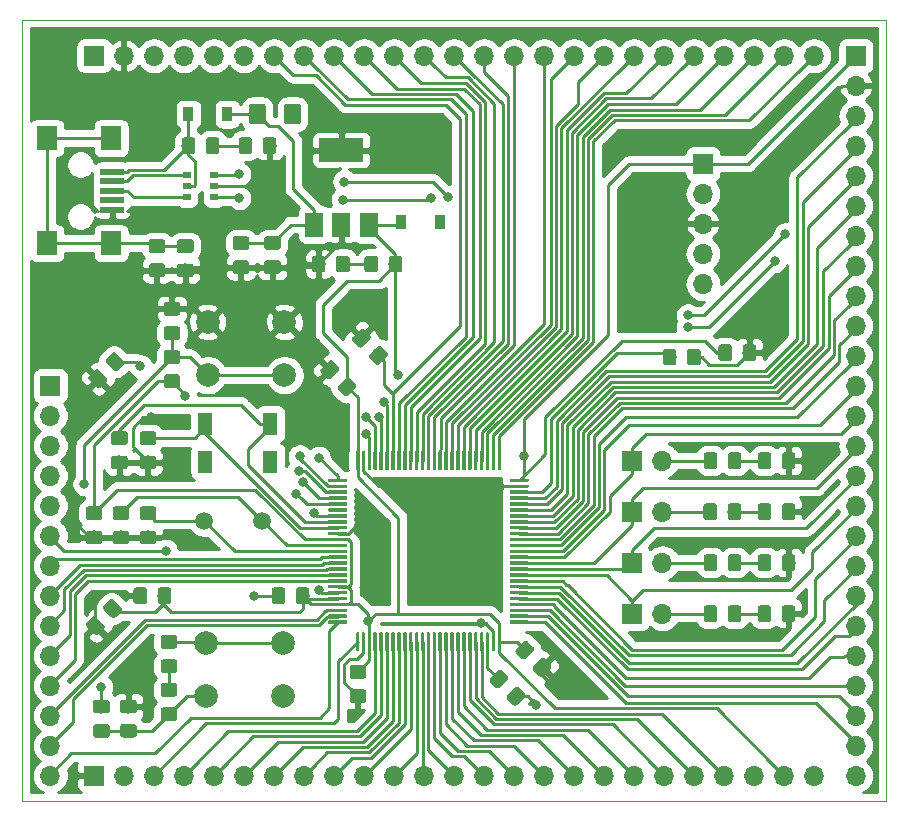
<source format=gbr>
%TF.GenerationSoftware,KiCad,Pcbnew,(5.1.4)-1*%
%TF.CreationDate,2020-02-09T20:37:11+05:30*%
%TF.ProjectId,stm32breakout,73746d33-3262-4726-9561-6b6f75742e6b,rev?*%
%TF.SameCoordinates,Original*%
%TF.FileFunction,Copper,L1,Top*%
%TF.FilePolarity,Positive*%
%FSLAX46Y46*%
G04 Gerber Fmt 4.6, Leading zero omitted, Abs format (unit mm)*
G04 Created by KiCad (PCBNEW (5.1.4)-1) date 2020-02-09 20:37:11*
%MOMM*%
%LPD*%
G04 APERTURE LIST*
%ADD10C,0.050000*%
%ADD11R,1.700000X1.700000*%
%ADD12O,1.700000X1.700000*%
%ADD13C,0.150000*%
%ADD14C,1.150000*%
%ADD15R,1.300000X1.900000*%
%ADD16R,0.900000X1.200000*%
%ADD17C,1.425000*%
%ADD18R,2.000000X0.500000*%
%ADD19R,1.700000X2.000000*%
%ADD20C,2.000000*%
%ADD21C,0.300000*%
%ADD22R,1.500000X2.000000*%
%ADD23R,3.800000X2.000000*%
%ADD24R,0.700000X0.510000*%
%ADD25C,1.500000*%
%ADD26C,0.800000*%
%ADD27C,0.250000*%
%ADD28C,0.254000*%
G04 APERTURE END LIST*
D10*
X113919000Y-49022000D02*
X114427000Y-49022000D01*
X113919000Y-115189000D02*
X113919000Y-49022000D01*
X187071000Y-115189000D02*
X113919000Y-115189000D01*
X187071000Y-49022000D02*
X187071000Y-115189000D01*
X114427000Y-49022000D02*
X187071000Y-49022000D01*
D11*
X116332000Y-80010000D03*
D12*
X116332000Y-82550000D03*
X116332000Y-85090000D03*
X116332000Y-87630000D03*
X116332000Y-90170000D03*
X116332000Y-92710000D03*
X116332000Y-95250000D03*
X116332000Y-97790000D03*
X116332000Y-100330000D03*
X116332000Y-102870000D03*
X116332000Y-105410000D03*
X116332000Y-107950000D03*
X116332000Y-110490000D03*
X116332000Y-113030000D03*
D11*
X120015000Y-113030000D03*
D12*
X122555000Y-113030000D03*
X125095000Y-113030000D03*
X127635000Y-113030000D03*
X130175000Y-113030000D03*
X132715000Y-113030000D03*
X135255000Y-113030000D03*
X137795000Y-113030000D03*
X140335000Y-113030000D03*
X142875000Y-113030000D03*
X145415000Y-113030000D03*
X147955000Y-113030000D03*
X150495000Y-113030000D03*
X153035000Y-113030000D03*
X155575000Y-113030000D03*
X158115000Y-113030000D03*
X160655000Y-113030000D03*
X163195000Y-113030000D03*
X165735000Y-113030000D03*
X168275000Y-113030000D03*
X170815000Y-113030000D03*
X173355000Y-113030000D03*
X175895000Y-113030000D03*
X178435000Y-113030000D03*
X180975000Y-113030000D03*
D13*
G36*
X121124505Y-108664204D02*
G01*
X121148773Y-108667804D01*
X121172572Y-108673765D01*
X121195671Y-108682030D01*
X121217850Y-108692520D01*
X121238893Y-108705132D01*
X121258599Y-108719747D01*
X121276777Y-108736223D01*
X121293253Y-108754401D01*
X121307868Y-108774107D01*
X121320480Y-108795150D01*
X121330970Y-108817329D01*
X121339235Y-108840428D01*
X121345196Y-108864227D01*
X121348796Y-108888495D01*
X121350000Y-108912999D01*
X121350000Y-109563001D01*
X121348796Y-109587505D01*
X121345196Y-109611773D01*
X121339235Y-109635572D01*
X121330970Y-109658671D01*
X121320480Y-109680850D01*
X121307868Y-109701893D01*
X121293253Y-109721599D01*
X121276777Y-109739777D01*
X121258599Y-109756253D01*
X121238893Y-109770868D01*
X121217850Y-109783480D01*
X121195671Y-109793970D01*
X121172572Y-109802235D01*
X121148773Y-109808196D01*
X121124505Y-109811796D01*
X121100001Y-109813000D01*
X120199999Y-109813000D01*
X120175495Y-109811796D01*
X120151227Y-109808196D01*
X120127428Y-109802235D01*
X120104329Y-109793970D01*
X120082150Y-109783480D01*
X120061107Y-109770868D01*
X120041401Y-109756253D01*
X120023223Y-109739777D01*
X120006747Y-109721599D01*
X119992132Y-109701893D01*
X119979520Y-109680850D01*
X119969030Y-109658671D01*
X119960765Y-109635572D01*
X119954804Y-109611773D01*
X119951204Y-109587505D01*
X119950000Y-109563001D01*
X119950000Y-108912999D01*
X119951204Y-108888495D01*
X119954804Y-108864227D01*
X119960765Y-108840428D01*
X119969030Y-108817329D01*
X119979520Y-108795150D01*
X119992132Y-108774107D01*
X120006747Y-108754401D01*
X120023223Y-108736223D01*
X120041401Y-108719747D01*
X120061107Y-108705132D01*
X120082150Y-108692520D01*
X120104329Y-108682030D01*
X120127428Y-108673765D01*
X120151227Y-108667804D01*
X120175495Y-108664204D01*
X120199999Y-108663000D01*
X121100001Y-108663000D01*
X121124505Y-108664204D01*
X121124505Y-108664204D01*
G37*
D14*
X120650000Y-109238000D03*
D13*
G36*
X121124505Y-106614204D02*
G01*
X121148773Y-106617804D01*
X121172572Y-106623765D01*
X121195671Y-106632030D01*
X121217850Y-106642520D01*
X121238893Y-106655132D01*
X121258599Y-106669747D01*
X121276777Y-106686223D01*
X121293253Y-106704401D01*
X121307868Y-106724107D01*
X121320480Y-106745150D01*
X121330970Y-106767329D01*
X121339235Y-106790428D01*
X121345196Y-106814227D01*
X121348796Y-106838495D01*
X121350000Y-106862999D01*
X121350000Y-107513001D01*
X121348796Y-107537505D01*
X121345196Y-107561773D01*
X121339235Y-107585572D01*
X121330970Y-107608671D01*
X121320480Y-107630850D01*
X121307868Y-107651893D01*
X121293253Y-107671599D01*
X121276777Y-107689777D01*
X121258599Y-107706253D01*
X121238893Y-107720868D01*
X121217850Y-107733480D01*
X121195671Y-107743970D01*
X121172572Y-107752235D01*
X121148773Y-107758196D01*
X121124505Y-107761796D01*
X121100001Y-107763000D01*
X120199999Y-107763000D01*
X120175495Y-107761796D01*
X120151227Y-107758196D01*
X120127428Y-107752235D01*
X120104329Y-107743970D01*
X120082150Y-107733480D01*
X120061107Y-107720868D01*
X120041401Y-107706253D01*
X120023223Y-107689777D01*
X120006747Y-107671599D01*
X119992132Y-107651893D01*
X119979520Y-107630850D01*
X119969030Y-107608671D01*
X119960765Y-107585572D01*
X119954804Y-107561773D01*
X119951204Y-107537505D01*
X119950000Y-107513001D01*
X119950000Y-106862999D01*
X119951204Y-106838495D01*
X119954804Y-106814227D01*
X119960765Y-106790428D01*
X119969030Y-106767329D01*
X119979520Y-106745150D01*
X119992132Y-106724107D01*
X120006747Y-106704401D01*
X120023223Y-106686223D01*
X120041401Y-106669747D01*
X120061107Y-106655132D01*
X120082150Y-106642520D01*
X120104329Y-106632030D01*
X120127428Y-106623765D01*
X120151227Y-106617804D01*
X120175495Y-106614204D01*
X120199999Y-106613000D01*
X121100001Y-106613000D01*
X121124505Y-106614204D01*
X121124505Y-106614204D01*
G37*
D14*
X120650000Y-107188000D03*
D13*
G36*
X122648505Y-85931204D02*
G01*
X122672773Y-85934804D01*
X122696572Y-85940765D01*
X122719671Y-85949030D01*
X122741850Y-85959520D01*
X122762893Y-85972132D01*
X122782599Y-85986747D01*
X122800777Y-86003223D01*
X122817253Y-86021401D01*
X122831868Y-86041107D01*
X122844480Y-86062150D01*
X122854970Y-86084329D01*
X122863235Y-86107428D01*
X122869196Y-86131227D01*
X122872796Y-86155495D01*
X122874000Y-86179999D01*
X122874000Y-86830001D01*
X122872796Y-86854505D01*
X122869196Y-86878773D01*
X122863235Y-86902572D01*
X122854970Y-86925671D01*
X122844480Y-86947850D01*
X122831868Y-86968893D01*
X122817253Y-86988599D01*
X122800777Y-87006777D01*
X122782599Y-87023253D01*
X122762893Y-87037868D01*
X122741850Y-87050480D01*
X122719671Y-87060970D01*
X122696572Y-87069235D01*
X122672773Y-87075196D01*
X122648505Y-87078796D01*
X122624001Y-87080000D01*
X121723999Y-87080000D01*
X121699495Y-87078796D01*
X121675227Y-87075196D01*
X121651428Y-87069235D01*
X121628329Y-87060970D01*
X121606150Y-87050480D01*
X121585107Y-87037868D01*
X121565401Y-87023253D01*
X121547223Y-87006777D01*
X121530747Y-86988599D01*
X121516132Y-86968893D01*
X121503520Y-86947850D01*
X121493030Y-86925671D01*
X121484765Y-86902572D01*
X121478804Y-86878773D01*
X121475204Y-86854505D01*
X121474000Y-86830001D01*
X121474000Y-86179999D01*
X121475204Y-86155495D01*
X121478804Y-86131227D01*
X121484765Y-86107428D01*
X121493030Y-86084329D01*
X121503520Y-86062150D01*
X121516132Y-86041107D01*
X121530747Y-86021401D01*
X121547223Y-86003223D01*
X121565401Y-85986747D01*
X121585107Y-85972132D01*
X121606150Y-85959520D01*
X121628329Y-85949030D01*
X121651428Y-85940765D01*
X121675227Y-85934804D01*
X121699495Y-85931204D01*
X121723999Y-85930000D01*
X122624001Y-85930000D01*
X122648505Y-85931204D01*
X122648505Y-85931204D01*
G37*
D14*
X122174000Y-86505000D03*
D13*
G36*
X122648505Y-83881204D02*
G01*
X122672773Y-83884804D01*
X122696572Y-83890765D01*
X122719671Y-83899030D01*
X122741850Y-83909520D01*
X122762893Y-83922132D01*
X122782599Y-83936747D01*
X122800777Y-83953223D01*
X122817253Y-83971401D01*
X122831868Y-83991107D01*
X122844480Y-84012150D01*
X122854970Y-84034329D01*
X122863235Y-84057428D01*
X122869196Y-84081227D01*
X122872796Y-84105495D01*
X122874000Y-84129999D01*
X122874000Y-84780001D01*
X122872796Y-84804505D01*
X122869196Y-84828773D01*
X122863235Y-84852572D01*
X122854970Y-84875671D01*
X122844480Y-84897850D01*
X122831868Y-84918893D01*
X122817253Y-84938599D01*
X122800777Y-84956777D01*
X122782599Y-84973253D01*
X122762893Y-84987868D01*
X122741850Y-85000480D01*
X122719671Y-85010970D01*
X122696572Y-85019235D01*
X122672773Y-85025196D01*
X122648505Y-85028796D01*
X122624001Y-85030000D01*
X121723999Y-85030000D01*
X121699495Y-85028796D01*
X121675227Y-85025196D01*
X121651428Y-85019235D01*
X121628329Y-85010970D01*
X121606150Y-85000480D01*
X121585107Y-84987868D01*
X121565401Y-84973253D01*
X121547223Y-84956777D01*
X121530747Y-84938599D01*
X121516132Y-84918893D01*
X121503520Y-84897850D01*
X121493030Y-84875671D01*
X121484765Y-84852572D01*
X121478804Y-84828773D01*
X121475204Y-84804505D01*
X121474000Y-84780001D01*
X121474000Y-84129999D01*
X121475204Y-84105495D01*
X121478804Y-84081227D01*
X121484765Y-84057428D01*
X121493030Y-84034329D01*
X121503520Y-84012150D01*
X121516132Y-83991107D01*
X121530747Y-83971401D01*
X121547223Y-83953223D01*
X121565401Y-83936747D01*
X121585107Y-83922132D01*
X121606150Y-83909520D01*
X121628329Y-83899030D01*
X121651428Y-83890765D01*
X121675227Y-83884804D01*
X121699495Y-83881204D01*
X121723999Y-83880000D01*
X122624001Y-83880000D01*
X122648505Y-83881204D01*
X122648505Y-83881204D01*
G37*
D14*
X122174000Y-84455000D03*
D13*
G36*
X125061505Y-83881204D02*
G01*
X125085773Y-83884804D01*
X125109572Y-83890765D01*
X125132671Y-83899030D01*
X125154850Y-83909520D01*
X125175893Y-83922132D01*
X125195599Y-83936747D01*
X125213777Y-83953223D01*
X125230253Y-83971401D01*
X125244868Y-83991107D01*
X125257480Y-84012150D01*
X125267970Y-84034329D01*
X125276235Y-84057428D01*
X125282196Y-84081227D01*
X125285796Y-84105495D01*
X125287000Y-84129999D01*
X125287000Y-84780001D01*
X125285796Y-84804505D01*
X125282196Y-84828773D01*
X125276235Y-84852572D01*
X125267970Y-84875671D01*
X125257480Y-84897850D01*
X125244868Y-84918893D01*
X125230253Y-84938599D01*
X125213777Y-84956777D01*
X125195599Y-84973253D01*
X125175893Y-84987868D01*
X125154850Y-85000480D01*
X125132671Y-85010970D01*
X125109572Y-85019235D01*
X125085773Y-85025196D01*
X125061505Y-85028796D01*
X125037001Y-85030000D01*
X124136999Y-85030000D01*
X124112495Y-85028796D01*
X124088227Y-85025196D01*
X124064428Y-85019235D01*
X124041329Y-85010970D01*
X124019150Y-85000480D01*
X123998107Y-84987868D01*
X123978401Y-84973253D01*
X123960223Y-84956777D01*
X123943747Y-84938599D01*
X123929132Y-84918893D01*
X123916520Y-84897850D01*
X123906030Y-84875671D01*
X123897765Y-84852572D01*
X123891804Y-84828773D01*
X123888204Y-84804505D01*
X123887000Y-84780001D01*
X123887000Y-84129999D01*
X123888204Y-84105495D01*
X123891804Y-84081227D01*
X123897765Y-84057428D01*
X123906030Y-84034329D01*
X123916520Y-84012150D01*
X123929132Y-83991107D01*
X123943747Y-83971401D01*
X123960223Y-83953223D01*
X123978401Y-83936747D01*
X123998107Y-83922132D01*
X124019150Y-83909520D01*
X124041329Y-83899030D01*
X124064428Y-83890765D01*
X124088227Y-83884804D01*
X124112495Y-83881204D01*
X124136999Y-83880000D01*
X125037001Y-83880000D01*
X125061505Y-83881204D01*
X125061505Y-83881204D01*
G37*
D14*
X124587000Y-84455000D03*
D13*
G36*
X125061505Y-85931204D02*
G01*
X125085773Y-85934804D01*
X125109572Y-85940765D01*
X125132671Y-85949030D01*
X125154850Y-85959520D01*
X125175893Y-85972132D01*
X125195599Y-85986747D01*
X125213777Y-86003223D01*
X125230253Y-86021401D01*
X125244868Y-86041107D01*
X125257480Y-86062150D01*
X125267970Y-86084329D01*
X125276235Y-86107428D01*
X125282196Y-86131227D01*
X125285796Y-86155495D01*
X125287000Y-86179999D01*
X125287000Y-86830001D01*
X125285796Y-86854505D01*
X125282196Y-86878773D01*
X125276235Y-86902572D01*
X125267970Y-86925671D01*
X125257480Y-86947850D01*
X125244868Y-86968893D01*
X125230253Y-86988599D01*
X125213777Y-87006777D01*
X125195599Y-87023253D01*
X125175893Y-87037868D01*
X125154850Y-87050480D01*
X125132671Y-87060970D01*
X125109572Y-87069235D01*
X125085773Y-87075196D01*
X125061505Y-87078796D01*
X125037001Y-87080000D01*
X124136999Y-87080000D01*
X124112495Y-87078796D01*
X124088227Y-87075196D01*
X124064428Y-87069235D01*
X124041329Y-87060970D01*
X124019150Y-87050480D01*
X123998107Y-87037868D01*
X123978401Y-87023253D01*
X123960223Y-87006777D01*
X123943747Y-86988599D01*
X123929132Y-86968893D01*
X123916520Y-86947850D01*
X123906030Y-86925671D01*
X123897765Y-86902572D01*
X123891804Y-86878773D01*
X123888204Y-86854505D01*
X123887000Y-86830001D01*
X123887000Y-86179999D01*
X123888204Y-86155495D01*
X123891804Y-86131227D01*
X123897765Y-86107428D01*
X123906030Y-86084329D01*
X123916520Y-86062150D01*
X123929132Y-86041107D01*
X123943747Y-86021401D01*
X123960223Y-86003223D01*
X123978401Y-85986747D01*
X123998107Y-85972132D01*
X124019150Y-85959520D01*
X124041329Y-85949030D01*
X124064428Y-85940765D01*
X124088227Y-85934804D01*
X124112495Y-85931204D01*
X124136999Y-85930000D01*
X125037001Y-85930000D01*
X125061505Y-85931204D01*
X125061505Y-85931204D01*
G37*
D14*
X124587000Y-86505000D03*
D15*
X134957000Y-83236000D03*
X129457000Y-83236000D03*
X129457000Y-86436000D03*
X134957000Y-86436000D03*
D11*
X184531000Y-52070000D03*
D12*
X184531000Y-54610000D03*
X184531000Y-57150000D03*
X184531000Y-59690000D03*
X184531000Y-62230000D03*
X184531000Y-64770000D03*
X184531000Y-67310000D03*
X184531000Y-69850000D03*
X184531000Y-72390000D03*
X184531000Y-74930000D03*
X184531000Y-77470000D03*
X184531000Y-80010000D03*
X184531000Y-82550000D03*
X184531000Y-85090000D03*
X184531000Y-87630000D03*
X184531000Y-90170000D03*
X184531000Y-92710000D03*
X184531000Y-95250000D03*
X184531000Y-97790000D03*
X184531000Y-100330000D03*
X184531000Y-102870000D03*
X184531000Y-105410000D03*
X184531000Y-107950000D03*
X184531000Y-110490000D03*
X184531000Y-113030000D03*
D13*
G36*
X154417892Y-104052628D02*
G01*
X154442160Y-104056228D01*
X154465959Y-104062189D01*
X154489058Y-104070454D01*
X154511237Y-104080944D01*
X154532280Y-104093556D01*
X154551986Y-104108171D01*
X154570164Y-104124647D01*
X155029785Y-104584268D01*
X155046261Y-104602446D01*
X155060876Y-104622152D01*
X155073488Y-104643195D01*
X155083978Y-104665374D01*
X155092243Y-104688473D01*
X155098204Y-104712272D01*
X155101804Y-104736540D01*
X155103008Y-104761044D01*
X155101804Y-104785548D01*
X155098204Y-104809816D01*
X155092243Y-104833615D01*
X155083978Y-104856714D01*
X155073488Y-104878893D01*
X155060876Y-104899936D01*
X155046261Y-104919642D01*
X155029785Y-104937820D01*
X154393388Y-105574217D01*
X154375210Y-105590693D01*
X154355504Y-105605308D01*
X154334461Y-105617920D01*
X154312282Y-105628410D01*
X154289183Y-105636675D01*
X154265384Y-105642636D01*
X154241116Y-105646236D01*
X154216612Y-105647440D01*
X154192108Y-105646236D01*
X154167840Y-105642636D01*
X154144041Y-105636675D01*
X154120942Y-105628410D01*
X154098763Y-105617920D01*
X154077720Y-105605308D01*
X154058014Y-105590693D01*
X154039836Y-105574217D01*
X153580215Y-105114596D01*
X153563739Y-105096418D01*
X153549124Y-105076712D01*
X153536512Y-105055669D01*
X153526022Y-105033490D01*
X153517757Y-105010391D01*
X153511796Y-104986592D01*
X153508196Y-104962324D01*
X153506992Y-104937820D01*
X153508196Y-104913316D01*
X153511796Y-104889048D01*
X153517757Y-104865249D01*
X153526022Y-104842150D01*
X153536512Y-104819971D01*
X153549124Y-104798928D01*
X153563739Y-104779222D01*
X153580215Y-104761044D01*
X154216612Y-104124647D01*
X154234790Y-104108171D01*
X154254496Y-104093556D01*
X154275539Y-104080944D01*
X154297718Y-104070454D01*
X154320817Y-104062189D01*
X154344616Y-104056228D01*
X154368884Y-104052628D01*
X154393388Y-104051424D01*
X154417892Y-104052628D01*
X154417892Y-104052628D01*
G37*
D14*
X154305000Y-104849432D03*
D13*
G36*
X155867460Y-105502196D02*
G01*
X155891728Y-105505796D01*
X155915527Y-105511757D01*
X155938626Y-105520022D01*
X155960805Y-105530512D01*
X155981848Y-105543124D01*
X156001554Y-105557739D01*
X156019732Y-105574215D01*
X156479353Y-106033836D01*
X156495829Y-106052014D01*
X156510444Y-106071720D01*
X156523056Y-106092763D01*
X156533546Y-106114942D01*
X156541811Y-106138041D01*
X156547772Y-106161840D01*
X156551372Y-106186108D01*
X156552576Y-106210612D01*
X156551372Y-106235116D01*
X156547772Y-106259384D01*
X156541811Y-106283183D01*
X156533546Y-106306282D01*
X156523056Y-106328461D01*
X156510444Y-106349504D01*
X156495829Y-106369210D01*
X156479353Y-106387388D01*
X155842956Y-107023785D01*
X155824778Y-107040261D01*
X155805072Y-107054876D01*
X155784029Y-107067488D01*
X155761850Y-107077978D01*
X155738751Y-107086243D01*
X155714952Y-107092204D01*
X155690684Y-107095804D01*
X155666180Y-107097008D01*
X155641676Y-107095804D01*
X155617408Y-107092204D01*
X155593609Y-107086243D01*
X155570510Y-107077978D01*
X155548331Y-107067488D01*
X155527288Y-107054876D01*
X155507582Y-107040261D01*
X155489404Y-107023785D01*
X155029783Y-106564164D01*
X155013307Y-106545986D01*
X154998692Y-106526280D01*
X154986080Y-106505237D01*
X154975590Y-106483058D01*
X154967325Y-106459959D01*
X154961364Y-106436160D01*
X154957764Y-106411892D01*
X154956560Y-106387388D01*
X154957764Y-106362884D01*
X154961364Y-106338616D01*
X154967325Y-106314817D01*
X154975590Y-106291718D01*
X154986080Y-106269539D01*
X154998692Y-106248496D01*
X155013307Y-106228790D01*
X155029783Y-106210612D01*
X155666180Y-105574215D01*
X155684358Y-105557739D01*
X155704064Y-105543124D01*
X155725107Y-105530512D01*
X155747286Y-105520022D01*
X155770385Y-105511757D01*
X155794184Y-105505796D01*
X155818452Y-105502196D01*
X155842956Y-105500992D01*
X155867460Y-105502196D01*
X155867460Y-105502196D01*
G37*
D14*
X155754568Y-106299000D03*
D13*
G36*
X171164505Y-76898204D02*
G01*
X171188773Y-76901804D01*
X171212572Y-76907765D01*
X171235671Y-76916030D01*
X171257850Y-76926520D01*
X171278893Y-76939132D01*
X171298599Y-76953747D01*
X171316777Y-76970223D01*
X171333253Y-76988401D01*
X171347868Y-77008107D01*
X171360480Y-77029150D01*
X171370970Y-77051329D01*
X171379235Y-77074428D01*
X171385196Y-77098227D01*
X171388796Y-77122495D01*
X171390000Y-77146999D01*
X171390000Y-78047001D01*
X171388796Y-78071505D01*
X171385196Y-78095773D01*
X171379235Y-78119572D01*
X171370970Y-78142671D01*
X171360480Y-78164850D01*
X171347868Y-78185893D01*
X171333253Y-78205599D01*
X171316777Y-78223777D01*
X171298599Y-78240253D01*
X171278893Y-78254868D01*
X171257850Y-78267480D01*
X171235671Y-78277970D01*
X171212572Y-78286235D01*
X171188773Y-78292196D01*
X171164505Y-78295796D01*
X171140001Y-78297000D01*
X170489999Y-78297000D01*
X170465495Y-78295796D01*
X170441227Y-78292196D01*
X170417428Y-78286235D01*
X170394329Y-78277970D01*
X170372150Y-78267480D01*
X170351107Y-78254868D01*
X170331401Y-78240253D01*
X170313223Y-78223777D01*
X170296747Y-78205599D01*
X170282132Y-78185893D01*
X170269520Y-78164850D01*
X170259030Y-78142671D01*
X170250765Y-78119572D01*
X170244804Y-78095773D01*
X170241204Y-78071505D01*
X170240000Y-78047001D01*
X170240000Y-77146999D01*
X170241204Y-77122495D01*
X170244804Y-77098227D01*
X170250765Y-77074428D01*
X170259030Y-77051329D01*
X170269520Y-77029150D01*
X170282132Y-77008107D01*
X170296747Y-76988401D01*
X170313223Y-76970223D01*
X170331401Y-76953747D01*
X170351107Y-76939132D01*
X170372150Y-76926520D01*
X170394329Y-76916030D01*
X170417428Y-76907765D01*
X170441227Y-76901804D01*
X170465495Y-76898204D01*
X170489999Y-76897000D01*
X171140001Y-76897000D01*
X171164505Y-76898204D01*
X171164505Y-76898204D01*
G37*
D14*
X170815000Y-77597000D03*
D13*
G36*
X169114505Y-76898204D02*
G01*
X169138773Y-76901804D01*
X169162572Y-76907765D01*
X169185671Y-76916030D01*
X169207850Y-76926520D01*
X169228893Y-76939132D01*
X169248599Y-76953747D01*
X169266777Y-76970223D01*
X169283253Y-76988401D01*
X169297868Y-77008107D01*
X169310480Y-77029150D01*
X169320970Y-77051329D01*
X169329235Y-77074428D01*
X169335196Y-77098227D01*
X169338796Y-77122495D01*
X169340000Y-77146999D01*
X169340000Y-78047001D01*
X169338796Y-78071505D01*
X169335196Y-78095773D01*
X169329235Y-78119572D01*
X169320970Y-78142671D01*
X169310480Y-78164850D01*
X169297868Y-78185893D01*
X169283253Y-78205599D01*
X169266777Y-78223777D01*
X169248599Y-78240253D01*
X169228893Y-78254868D01*
X169207850Y-78267480D01*
X169185671Y-78277970D01*
X169162572Y-78286235D01*
X169138773Y-78292196D01*
X169114505Y-78295796D01*
X169090001Y-78297000D01*
X168439999Y-78297000D01*
X168415495Y-78295796D01*
X168391227Y-78292196D01*
X168367428Y-78286235D01*
X168344329Y-78277970D01*
X168322150Y-78267480D01*
X168301107Y-78254868D01*
X168281401Y-78240253D01*
X168263223Y-78223777D01*
X168246747Y-78205599D01*
X168232132Y-78185893D01*
X168219520Y-78164850D01*
X168209030Y-78142671D01*
X168200765Y-78119572D01*
X168194804Y-78095773D01*
X168191204Y-78071505D01*
X168190000Y-78047001D01*
X168190000Y-77146999D01*
X168191204Y-77122495D01*
X168194804Y-77098227D01*
X168200765Y-77074428D01*
X168209030Y-77051329D01*
X168219520Y-77029150D01*
X168232132Y-77008107D01*
X168246747Y-76988401D01*
X168263223Y-76970223D01*
X168281401Y-76953747D01*
X168301107Y-76939132D01*
X168322150Y-76926520D01*
X168344329Y-76916030D01*
X168367428Y-76907765D01*
X168391227Y-76901804D01*
X168415495Y-76898204D01*
X168439999Y-76897000D01*
X169090001Y-76897000D01*
X169114505Y-76898204D01*
X169114505Y-76898204D01*
G37*
D14*
X168765000Y-77597000D03*
D13*
G36*
X127093505Y-72941204D02*
G01*
X127117773Y-72944804D01*
X127141572Y-72950765D01*
X127164671Y-72959030D01*
X127186850Y-72969520D01*
X127207893Y-72982132D01*
X127227599Y-72996747D01*
X127245777Y-73013223D01*
X127262253Y-73031401D01*
X127276868Y-73051107D01*
X127289480Y-73072150D01*
X127299970Y-73094329D01*
X127308235Y-73117428D01*
X127314196Y-73141227D01*
X127317796Y-73165495D01*
X127319000Y-73189999D01*
X127319000Y-73840001D01*
X127317796Y-73864505D01*
X127314196Y-73888773D01*
X127308235Y-73912572D01*
X127299970Y-73935671D01*
X127289480Y-73957850D01*
X127276868Y-73978893D01*
X127262253Y-73998599D01*
X127245777Y-74016777D01*
X127227599Y-74033253D01*
X127207893Y-74047868D01*
X127186850Y-74060480D01*
X127164671Y-74070970D01*
X127141572Y-74079235D01*
X127117773Y-74085196D01*
X127093505Y-74088796D01*
X127069001Y-74090000D01*
X126168999Y-74090000D01*
X126144495Y-74088796D01*
X126120227Y-74085196D01*
X126096428Y-74079235D01*
X126073329Y-74070970D01*
X126051150Y-74060480D01*
X126030107Y-74047868D01*
X126010401Y-74033253D01*
X125992223Y-74016777D01*
X125975747Y-73998599D01*
X125961132Y-73978893D01*
X125948520Y-73957850D01*
X125938030Y-73935671D01*
X125929765Y-73912572D01*
X125923804Y-73888773D01*
X125920204Y-73864505D01*
X125919000Y-73840001D01*
X125919000Y-73189999D01*
X125920204Y-73165495D01*
X125923804Y-73141227D01*
X125929765Y-73117428D01*
X125938030Y-73094329D01*
X125948520Y-73072150D01*
X125961132Y-73051107D01*
X125975747Y-73031401D01*
X125992223Y-73013223D01*
X126010401Y-72996747D01*
X126030107Y-72982132D01*
X126051150Y-72969520D01*
X126073329Y-72959030D01*
X126096428Y-72950765D01*
X126120227Y-72944804D01*
X126144495Y-72941204D01*
X126168999Y-72940000D01*
X127069001Y-72940000D01*
X127093505Y-72941204D01*
X127093505Y-72941204D01*
G37*
D14*
X126619000Y-73515000D03*
D13*
G36*
X127093505Y-74991204D02*
G01*
X127117773Y-74994804D01*
X127141572Y-75000765D01*
X127164671Y-75009030D01*
X127186850Y-75019520D01*
X127207893Y-75032132D01*
X127227599Y-75046747D01*
X127245777Y-75063223D01*
X127262253Y-75081401D01*
X127276868Y-75101107D01*
X127289480Y-75122150D01*
X127299970Y-75144329D01*
X127308235Y-75167428D01*
X127314196Y-75191227D01*
X127317796Y-75215495D01*
X127319000Y-75239999D01*
X127319000Y-75890001D01*
X127317796Y-75914505D01*
X127314196Y-75938773D01*
X127308235Y-75962572D01*
X127299970Y-75985671D01*
X127289480Y-76007850D01*
X127276868Y-76028893D01*
X127262253Y-76048599D01*
X127245777Y-76066777D01*
X127227599Y-76083253D01*
X127207893Y-76097868D01*
X127186850Y-76110480D01*
X127164671Y-76120970D01*
X127141572Y-76129235D01*
X127117773Y-76135196D01*
X127093505Y-76138796D01*
X127069001Y-76140000D01*
X126168999Y-76140000D01*
X126144495Y-76138796D01*
X126120227Y-76135196D01*
X126096428Y-76129235D01*
X126073329Y-76120970D01*
X126051150Y-76110480D01*
X126030107Y-76097868D01*
X126010401Y-76083253D01*
X125992223Y-76066777D01*
X125975747Y-76048599D01*
X125961132Y-76028893D01*
X125948520Y-76007850D01*
X125938030Y-75985671D01*
X125929765Y-75962572D01*
X125923804Y-75938773D01*
X125920204Y-75914505D01*
X125919000Y-75890001D01*
X125919000Y-75239999D01*
X125920204Y-75215495D01*
X125923804Y-75191227D01*
X125929765Y-75167428D01*
X125938030Y-75144329D01*
X125948520Y-75122150D01*
X125961132Y-75101107D01*
X125975747Y-75081401D01*
X125992223Y-75063223D01*
X126010401Y-75046747D01*
X126030107Y-75032132D01*
X126051150Y-75019520D01*
X126073329Y-75009030D01*
X126096428Y-75000765D01*
X126120227Y-74994804D01*
X126144495Y-74991204D01*
X126168999Y-74990000D01*
X127069001Y-74990000D01*
X127093505Y-74991204D01*
X127093505Y-74991204D01*
G37*
D14*
X126619000Y-75565000D03*
D13*
G36*
X126839505Y-103185204D02*
G01*
X126863773Y-103188804D01*
X126887572Y-103194765D01*
X126910671Y-103203030D01*
X126932850Y-103213520D01*
X126953893Y-103226132D01*
X126973599Y-103240747D01*
X126991777Y-103257223D01*
X127008253Y-103275401D01*
X127022868Y-103295107D01*
X127035480Y-103316150D01*
X127045970Y-103338329D01*
X127054235Y-103361428D01*
X127060196Y-103385227D01*
X127063796Y-103409495D01*
X127065000Y-103433999D01*
X127065000Y-104084001D01*
X127063796Y-104108505D01*
X127060196Y-104132773D01*
X127054235Y-104156572D01*
X127045970Y-104179671D01*
X127035480Y-104201850D01*
X127022868Y-104222893D01*
X127008253Y-104242599D01*
X126991777Y-104260777D01*
X126973599Y-104277253D01*
X126953893Y-104291868D01*
X126932850Y-104304480D01*
X126910671Y-104314970D01*
X126887572Y-104323235D01*
X126863773Y-104329196D01*
X126839505Y-104332796D01*
X126815001Y-104334000D01*
X125914999Y-104334000D01*
X125890495Y-104332796D01*
X125866227Y-104329196D01*
X125842428Y-104323235D01*
X125819329Y-104314970D01*
X125797150Y-104304480D01*
X125776107Y-104291868D01*
X125756401Y-104277253D01*
X125738223Y-104260777D01*
X125721747Y-104242599D01*
X125707132Y-104222893D01*
X125694520Y-104201850D01*
X125684030Y-104179671D01*
X125675765Y-104156572D01*
X125669804Y-104132773D01*
X125666204Y-104108505D01*
X125665000Y-104084001D01*
X125665000Y-103433999D01*
X125666204Y-103409495D01*
X125669804Y-103385227D01*
X125675765Y-103361428D01*
X125684030Y-103338329D01*
X125694520Y-103316150D01*
X125707132Y-103295107D01*
X125721747Y-103275401D01*
X125738223Y-103257223D01*
X125756401Y-103240747D01*
X125776107Y-103226132D01*
X125797150Y-103213520D01*
X125819329Y-103203030D01*
X125842428Y-103194765D01*
X125866227Y-103188804D01*
X125890495Y-103185204D01*
X125914999Y-103184000D01*
X126815001Y-103184000D01*
X126839505Y-103185204D01*
X126839505Y-103185204D01*
G37*
D14*
X126365000Y-103759000D03*
D13*
G36*
X126839505Y-101135204D02*
G01*
X126863773Y-101138804D01*
X126887572Y-101144765D01*
X126910671Y-101153030D01*
X126932850Y-101163520D01*
X126953893Y-101176132D01*
X126973599Y-101190747D01*
X126991777Y-101207223D01*
X127008253Y-101225401D01*
X127022868Y-101245107D01*
X127035480Y-101266150D01*
X127045970Y-101288329D01*
X127054235Y-101311428D01*
X127060196Y-101335227D01*
X127063796Y-101359495D01*
X127065000Y-101383999D01*
X127065000Y-102034001D01*
X127063796Y-102058505D01*
X127060196Y-102082773D01*
X127054235Y-102106572D01*
X127045970Y-102129671D01*
X127035480Y-102151850D01*
X127022868Y-102172893D01*
X127008253Y-102192599D01*
X126991777Y-102210777D01*
X126973599Y-102227253D01*
X126953893Y-102241868D01*
X126932850Y-102254480D01*
X126910671Y-102264970D01*
X126887572Y-102273235D01*
X126863773Y-102279196D01*
X126839505Y-102282796D01*
X126815001Y-102284000D01*
X125914999Y-102284000D01*
X125890495Y-102282796D01*
X125866227Y-102279196D01*
X125842428Y-102273235D01*
X125819329Y-102264970D01*
X125797150Y-102254480D01*
X125776107Y-102241868D01*
X125756401Y-102227253D01*
X125738223Y-102210777D01*
X125721747Y-102192599D01*
X125707132Y-102172893D01*
X125694520Y-102151850D01*
X125684030Y-102129671D01*
X125675765Y-102106572D01*
X125669804Y-102082773D01*
X125666204Y-102058505D01*
X125665000Y-102034001D01*
X125665000Y-101383999D01*
X125666204Y-101359495D01*
X125669804Y-101335227D01*
X125675765Y-101311428D01*
X125684030Y-101288329D01*
X125694520Y-101266150D01*
X125707132Y-101245107D01*
X125721747Y-101225401D01*
X125738223Y-101207223D01*
X125756401Y-101190747D01*
X125776107Y-101176132D01*
X125797150Y-101163520D01*
X125819329Y-101153030D01*
X125842428Y-101144765D01*
X125866227Y-101138804D01*
X125890495Y-101135204D01*
X125914999Y-101134000D01*
X126815001Y-101134000D01*
X126839505Y-101135204D01*
X126839505Y-101135204D01*
G37*
D14*
X126365000Y-101709000D03*
D13*
G36*
X122775505Y-92281204D02*
G01*
X122799773Y-92284804D01*
X122823572Y-92290765D01*
X122846671Y-92299030D01*
X122868850Y-92309520D01*
X122889893Y-92322132D01*
X122909599Y-92336747D01*
X122927777Y-92353223D01*
X122944253Y-92371401D01*
X122958868Y-92391107D01*
X122971480Y-92412150D01*
X122981970Y-92434329D01*
X122990235Y-92457428D01*
X122996196Y-92481227D01*
X122999796Y-92505495D01*
X123001000Y-92529999D01*
X123001000Y-93180001D01*
X122999796Y-93204505D01*
X122996196Y-93228773D01*
X122990235Y-93252572D01*
X122981970Y-93275671D01*
X122971480Y-93297850D01*
X122958868Y-93318893D01*
X122944253Y-93338599D01*
X122927777Y-93356777D01*
X122909599Y-93373253D01*
X122889893Y-93387868D01*
X122868850Y-93400480D01*
X122846671Y-93410970D01*
X122823572Y-93419235D01*
X122799773Y-93425196D01*
X122775505Y-93428796D01*
X122751001Y-93430000D01*
X121850999Y-93430000D01*
X121826495Y-93428796D01*
X121802227Y-93425196D01*
X121778428Y-93419235D01*
X121755329Y-93410970D01*
X121733150Y-93400480D01*
X121712107Y-93387868D01*
X121692401Y-93373253D01*
X121674223Y-93356777D01*
X121657747Y-93338599D01*
X121643132Y-93318893D01*
X121630520Y-93297850D01*
X121620030Y-93275671D01*
X121611765Y-93252572D01*
X121605804Y-93228773D01*
X121602204Y-93204505D01*
X121601000Y-93180001D01*
X121601000Y-92529999D01*
X121602204Y-92505495D01*
X121605804Y-92481227D01*
X121611765Y-92457428D01*
X121620030Y-92434329D01*
X121630520Y-92412150D01*
X121643132Y-92391107D01*
X121657747Y-92371401D01*
X121674223Y-92353223D01*
X121692401Y-92336747D01*
X121712107Y-92322132D01*
X121733150Y-92309520D01*
X121755329Y-92299030D01*
X121778428Y-92290765D01*
X121802227Y-92284804D01*
X121826495Y-92281204D01*
X121850999Y-92280000D01*
X122751001Y-92280000D01*
X122775505Y-92281204D01*
X122775505Y-92281204D01*
G37*
D14*
X122301000Y-92855000D03*
D13*
G36*
X122775505Y-90231204D02*
G01*
X122799773Y-90234804D01*
X122823572Y-90240765D01*
X122846671Y-90249030D01*
X122868850Y-90259520D01*
X122889893Y-90272132D01*
X122909599Y-90286747D01*
X122927777Y-90303223D01*
X122944253Y-90321401D01*
X122958868Y-90341107D01*
X122971480Y-90362150D01*
X122981970Y-90384329D01*
X122990235Y-90407428D01*
X122996196Y-90431227D01*
X122999796Y-90455495D01*
X123001000Y-90479999D01*
X123001000Y-91130001D01*
X122999796Y-91154505D01*
X122996196Y-91178773D01*
X122990235Y-91202572D01*
X122981970Y-91225671D01*
X122971480Y-91247850D01*
X122958868Y-91268893D01*
X122944253Y-91288599D01*
X122927777Y-91306777D01*
X122909599Y-91323253D01*
X122889893Y-91337868D01*
X122868850Y-91350480D01*
X122846671Y-91360970D01*
X122823572Y-91369235D01*
X122799773Y-91375196D01*
X122775505Y-91378796D01*
X122751001Y-91380000D01*
X121850999Y-91380000D01*
X121826495Y-91378796D01*
X121802227Y-91375196D01*
X121778428Y-91369235D01*
X121755329Y-91360970D01*
X121733150Y-91350480D01*
X121712107Y-91337868D01*
X121692401Y-91323253D01*
X121674223Y-91306777D01*
X121657747Y-91288599D01*
X121643132Y-91268893D01*
X121630520Y-91247850D01*
X121620030Y-91225671D01*
X121611765Y-91202572D01*
X121605804Y-91178773D01*
X121602204Y-91154505D01*
X121601000Y-91130001D01*
X121601000Y-90479999D01*
X121602204Y-90455495D01*
X121605804Y-90431227D01*
X121611765Y-90407428D01*
X121620030Y-90384329D01*
X121630520Y-90362150D01*
X121643132Y-90341107D01*
X121657747Y-90321401D01*
X121674223Y-90303223D01*
X121692401Y-90286747D01*
X121712107Y-90272132D01*
X121733150Y-90259520D01*
X121755329Y-90249030D01*
X121778428Y-90240765D01*
X121802227Y-90234804D01*
X121826495Y-90231204D01*
X121850999Y-90230000D01*
X122751001Y-90230000D01*
X122775505Y-90231204D01*
X122775505Y-90231204D01*
G37*
D14*
X122301000Y-90805000D03*
D13*
G36*
X125061505Y-90231204D02*
G01*
X125085773Y-90234804D01*
X125109572Y-90240765D01*
X125132671Y-90249030D01*
X125154850Y-90259520D01*
X125175893Y-90272132D01*
X125195599Y-90286747D01*
X125213777Y-90303223D01*
X125230253Y-90321401D01*
X125244868Y-90341107D01*
X125257480Y-90362150D01*
X125267970Y-90384329D01*
X125276235Y-90407428D01*
X125282196Y-90431227D01*
X125285796Y-90455495D01*
X125287000Y-90479999D01*
X125287000Y-91130001D01*
X125285796Y-91154505D01*
X125282196Y-91178773D01*
X125276235Y-91202572D01*
X125267970Y-91225671D01*
X125257480Y-91247850D01*
X125244868Y-91268893D01*
X125230253Y-91288599D01*
X125213777Y-91306777D01*
X125195599Y-91323253D01*
X125175893Y-91337868D01*
X125154850Y-91350480D01*
X125132671Y-91360970D01*
X125109572Y-91369235D01*
X125085773Y-91375196D01*
X125061505Y-91378796D01*
X125037001Y-91380000D01*
X124136999Y-91380000D01*
X124112495Y-91378796D01*
X124088227Y-91375196D01*
X124064428Y-91369235D01*
X124041329Y-91360970D01*
X124019150Y-91350480D01*
X123998107Y-91337868D01*
X123978401Y-91323253D01*
X123960223Y-91306777D01*
X123943747Y-91288599D01*
X123929132Y-91268893D01*
X123916520Y-91247850D01*
X123906030Y-91225671D01*
X123897765Y-91202572D01*
X123891804Y-91178773D01*
X123888204Y-91154505D01*
X123887000Y-91130001D01*
X123887000Y-90479999D01*
X123888204Y-90455495D01*
X123891804Y-90431227D01*
X123897765Y-90407428D01*
X123906030Y-90384329D01*
X123916520Y-90362150D01*
X123929132Y-90341107D01*
X123943747Y-90321401D01*
X123960223Y-90303223D01*
X123978401Y-90286747D01*
X123998107Y-90272132D01*
X124019150Y-90259520D01*
X124041329Y-90249030D01*
X124064428Y-90240765D01*
X124088227Y-90234804D01*
X124112495Y-90231204D01*
X124136999Y-90230000D01*
X125037001Y-90230000D01*
X125061505Y-90231204D01*
X125061505Y-90231204D01*
G37*
D14*
X124587000Y-90805000D03*
D13*
G36*
X125061505Y-92281204D02*
G01*
X125085773Y-92284804D01*
X125109572Y-92290765D01*
X125132671Y-92299030D01*
X125154850Y-92309520D01*
X125175893Y-92322132D01*
X125195599Y-92336747D01*
X125213777Y-92353223D01*
X125230253Y-92371401D01*
X125244868Y-92391107D01*
X125257480Y-92412150D01*
X125267970Y-92434329D01*
X125276235Y-92457428D01*
X125282196Y-92481227D01*
X125285796Y-92505495D01*
X125287000Y-92529999D01*
X125287000Y-93180001D01*
X125285796Y-93204505D01*
X125282196Y-93228773D01*
X125276235Y-93252572D01*
X125267970Y-93275671D01*
X125257480Y-93297850D01*
X125244868Y-93318893D01*
X125230253Y-93338599D01*
X125213777Y-93356777D01*
X125195599Y-93373253D01*
X125175893Y-93387868D01*
X125154850Y-93400480D01*
X125132671Y-93410970D01*
X125109572Y-93419235D01*
X125085773Y-93425196D01*
X125061505Y-93428796D01*
X125037001Y-93430000D01*
X124136999Y-93430000D01*
X124112495Y-93428796D01*
X124088227Y-93425196D01*
X124064428Y-93419235D01*
X124041329Y-93410970D01*
X124019150Y-93400480D01*
X123998107Y-93387868D01*
X123978401Y-93373253D01*
X123960223Y-93356777D01*
X123943747Y-93338599D01*
X123929132Y-93318893D01*
X123916520Y-93297850D01*
X123906030Y-93275671D01*
X123897765Y-93252572D01*
X123891804Y-93228773D01*
X123888204Y-93204505D01*
X123887000Y-93180001D01*
X123887000Y-92529999D01*
X123888204Y-92505495D01*
X123891804Y-92481227D01*
X123897765Y-92457428D01*
X123906030Y-92434329D01*
X123916520Y-92412150D01*
X123929132Y-92391107D01*
X123943747Y-92371401D01*
X123960223Y-92353223D01*
X123978401Y-92336747D01*
X123998107Y-92322132D01*
X124019150Y-92309520D01*
X124041329Y-92299030D01*
X124064428Y-92290765D01*
X124088227Y-92284804D01*
X124112495Y-92281204D01*
X124136999Y-92280000D01*
X125037001Y-92280000D01*
X125061505Y-92281204D01*
X125061505Y-92281204D01*
G37*
D14*
X124587000Y-92855000D03*
D13*
G36*
X138035505Y-97091204D02*
G01*
X138059773Y-97094804D01*
X138083572Y-97100765D01*
X138106671Y-97109030D01*
X138128850Y-97119520D01*
X138149893Y-97132132D01*
X138169599Y-97146747D01*
X138187777Y-97163223D01*
X138204253Y-97181401D01*
X138218868Y-97201107D01*
X138231480Y-97222150D01*
X138241970Y-97244329D01*
X138250235Y-97267428D01*
X138256196Y-97291227D01*
X138259796Y-97315495D01*
X138261000Y-97339999D01*
X138261000Y-98240001D01*
X138259796Y-98264505D01*
X138256196Y-98288773D01*
X138250235Y-98312572D01*
X138241970Y-98335671D01*
X138231480Y-98357850D01*
X138218868Y-98378893D01*
X138204253Y-98398599D01*
X138187777Y-98416777D01*
X138169599Y-98433253D01*
X138149893Y-98447868D01*
X138128850Y-98460480D01*
X138106671Y-98470970D01*
X138083572Y-98479235D01*
X138059773Y-98485196D01*
X138035505Y-98488796D01*
X138011001Y-98490000D01*
X137360999Y-98490000D01*
X137336495Y-98488796D01*
X137312227Y-98485196D01*
X137288428Y-98479235D01*
X137265329Y-98470970D01*
X137243150Y-98460480D01*
X137222107Y-98447868D01*
X137202401Y-98433253D01*
X137184223Y-98416777D01*
X137167747Y-98398599D01*
X137153132Y-98378893D01*
X137140520Y-98357850D01*
X137130030Y-98335671D01*
X137121765Y-98312572D01*
X137115804Y-98288773D01*
X137112204Y-98264505D01*
X137111000Y-98240001D01*
X137111000Y-97339999D01*
X137112204Y-97315495D01*
X137115804Y-97291227D01*
X137121765Y-97267428D01*
X137130030Y-97244329D01*
X137140520Y-97222150D01*
X137153132Y-97201107D01*
X137167747Y-97181401D01*
X137184223Y-97163223D01*
X137202401Y-97146747D01*
X137222107Y-97132132D01*
X137243150Y-97119520D01*
X137265329Y-97109030D01*
X137288428Y-97100765D01*
X137312227Y-97094804D01*
X137336495Y-97091204D01*
X137360999Y-97090000D01*
X138011001Y-97090000D01*
X138035505Y-97091204D01*
X138035505Y-97091204D01*
G37*
D14*
X137686000Y-97790000D03*
D13*
G36*
X135985505Y-97091204D02*
G01*
X136009773Y-97094804D01*
X136033572Y-97100765D01*
X136056671Y-97109030D01*
X136078850Y-97119520D01*
X136099893Y-97132132D01*
X136119599Y-97146747D01*
X136137777Y-97163223D01*
X136154253Y-97181401D01*
X136168868Y-97201107D01*
X136181480Y-97222150D01*
X136191970Y-97244329D01*
X136200235Y-97267428D01*
X136206196Y-97291227D01*
X136209796Y-97315495D01*
X136211000Y-97339999D01*
X136211000Y-98240001D01*
X136209796Y-98264505D01*
X136206196Y-98288773D01*
X136200235Y-98312572D01*
X136191970Y-98335671D01*
X136181480Y-98357850D01*
X136168868Y-98378893D01*
X136154253Y-98398599D01*
X136137777Y-98416777D01*
X136119599Y-98433253D01*
X136099893Y-98447868D01*
X136078850Y-98460480D01*
X136056671Y-98470970D01*
X136033572Y-98479235D01*
X136009773Y-98485196D01*
X135985505Y-98488796D01*
X135961001Y-98490000D01*
X135310999Y-98490000D01*
X135286495Y-98488796D01*
X135262227Y-98485196D01*
X135238428Y-98479235D01*
X135215329Y-98470970D01*
X135193150Y-98460480D01*
X135172107Y-98447868D01*
X135152401Y-98433253D01*
X135134223Y-98416777D01*
X135117747Y-98398599D01*
X135103132Y-98378893D01*
X135090520Y-98357850D01*
X135080030Y-98335671D01*
X135071765Y-98312572D01*
X135065804Y-98288773D01*
X135062204Y-98264505D01*
X135061000Y-98240001D01*
X135061000Y-97339999D01*
X135062204Y-97315495D01*
X135065804Y-97291227D01*
X135071765Y-97267428D01*
X135080030Y-97244329D01*
X135090520Y-97222150D01*
X135103132Y-97201107D01*
X135117747Y-97181401D01*
X135134223Y-97163223D01*
X135152401Y-97146747D01*
X135172107Y-97132132D01*
X135193150Y-97119520D01*
X135215329Y-97109030D01*
X135238428Y-97100765D01*
X135262227Y-97094804D01*
X135286495Y-97091204D01*
X135310999Y-97090000D01*
X135961001Y-97090000D01*
X135985505Y-97091204D01*
X135985505Y-97091204D01*
G37*
D14*
X135636000Y-97790000D03*
D13*
G36*
X141553676Y-79302980D02*
G01*
X141577944Y-79306580D01*
X141601743Y-79312541D01*
X141624842Y-79320806D01*
X141647021Y-79331296D01*
X141668064Y-79343908D01*
X141687770Y-79358523D01*
X141705948Y-79374999D01*
X142165569Y-79834620D01*
X142182045Y-79852798D01*
X142196660Y-79872504D01*
X142209272Y-79893547D01*
X142219762Y-79915726D01*
X142228027Y-79938825D01*
X142233988Y-79962624D01*
X142237588Y-79986892D01*
X142238792Y-80011396D01*
X142237588Y-80035900D01*
X142233988Y-80060168D01*
X142228027Y-80083967D01*
X142219762Y-80107066D01*
X142209272Y-80129245D01*
X142196660Y-80150288D01*
X142182045Y-80169994D01*
X142165569Y-80188172D01*
X141529172Y-80824569D01*
X141510994Y-80841045D01*
X141491288Y-80855660D01*
X141470245Y-80868272D01*
X141448066Y-80878762D01*
X141424967Y-80887027D01*
X141401168Y-80892988D01*
X141376900Y-80896588D01*
X141352396Y-80897792D01*
X141327892Y-80896588D01*
X141303624Y-80892988D01*
X141279825Y-80887027D01*
X141256726Y-80878762D01*
X141234547Y-80868272D01*
X141213504Y-80855660D01*
X141193798Y-80841045D01*
X141175620Y-80824569D01*
X140715999Y-80364948D01*
X140699523Y-80346770D01*
X140684908Y-80327064D01*
X140672296Y-80306021D01*
X140661806Y-80283842D01*
X140653541Y-80260743D01*
X140647580Y-80236944D01*
X140643980Y-80212676D01*
X140642776Y-80188172D01*
X140643980Y-80163668D01*
X140647580Y-80139400D01*
X140653541Y-80115601D01*
X140661806Y-80092502D01*
X140672296Y-80070323D01*
X140684908Y-80049280D01*
X140699523Y-80029574D01*
X140715999Y-80011396D01*
X141352396Y-79374999D01*
X141370574Y-79358523D01*
X141390280Y-79343908D01*
X141411323Y-79331296D01*
X141433502Y-79320806D01*
X141456601Y-79312541D01*
X141480400Y-79306580D01*
X141504668Y-79302980D01*
X141529172Y-79301776D01*
X141553676Y-79302980D01*
X141553676Y-79302980D01*
G37*
D14*
X141440784Y-80099784D03*
D13*
G36*
X140104108Y-77853412D02*
G01*
X140128376Y-77857012D01*
X140152175Y-77862973D01*
X140175274Y-77871238D01*
X140197453Y-77881728D01*
X140218496Y-77894340D01*
X140238202Y-77908955D01*
X140256380Y-77925431D01*
X140716001Y-78385052D01*
X140732477Y-78403230D01*
X140747092Y-78422936D01*
X140759704Y-78443979D01*
X140770194Y-78466158D01*
X140778459Y-78489257D01*
X140784420Y-78513056D01*
X140788020Y-78537324D01*
X140789224Y-78561828D01*
X140788020Y-78586332D01*
X140784420Y-78610600D01*
X140778459Y-78634399D01*
X140770194Y-78657498D01*
X140759704Y-78679677D01*
X140747092Y-78700720D01*
X140732477Y-78720426D01*
X140716001Y-78738604D01*
X140079604Y-79375001D01*
X140061426Y-79391477D01*
X140041720Y-79406092D01*
X140020677Y-79418704D01*
X139998498Y-79429194D01*
X139975399Y-79437459D01*
X139951600Y-79443420D01*
X139927332Y-79447020D01*
X139902828Y-79448224D01*
X139878324Y-79447020D01*
X139854056Y-79443420D01*
X139830257Y-79437459D01*
X139807158Y-79429194D01*
X139784979Y-79418704D01*
X139763936Y-79406092D01*
X139744230Y-79391477D01*
X139726052Y-79375001D01*
X139266431Y-78915380D01*
X139249955Y-78897202D01*
X139235340Y-78877496D01*
X139222728Y-78856453D01*
X139212238Y-78834274D01*
X139203973Y-78811175D01*
X139198012Y-78787376D01*
X139194412Y-78763108D01*
X139193208Y-78738604D01*
X139194412Y-78714100D01*
X139198012Y-78689832D01*
X139203973Y-78666033D01*
X139212238Y-78642934D01*
X139222728Y-78620755D01*
X139235340Y-78599712D01*
X139249955Y-78580006D01*
X139266431Y-78561828D01*
X139902828Y-77925431D01*
X139921006Y-77908955D01*
X139940712Y-77894340D01*
X139961755Y-77881728D01*
X139983934Y-77871238D01*
X140007033Y-77862973D01*
X140030832Y-77857012D01*
X140055100Y-77853412D01*
X140079604Y-77852208D01*
X140104108Y-77853412D01*
X140104108Y-77853412D01*
G37*
D14*
X139991216Y-78650216D03*
D13*
G36*
X142841505Y-105725204D02*
G01*
X142865773Y-105728804D01*
X142889572Y-105734765D01*
X142912671Y-105743030D01*
X142934850Y-105753520D01*
X142955893Y-105766132D01*
X142975599Y-105780747D01*
X142993777Y-105797223D01*
X143010253Y-105815401D01*
X143024868Y-105835107D01*
X143037480Y-105856150D01*
X143047970Y-105878329D01*
X143056235Y-105901428D01*
X143062196Y-105925227D01*
X143065796Y-105949495D01*
X143067000Y-105973999D01*
X143067000Y-106624001D01*
X143065796Y-106648505D01*
X143062196Y-106672773D01*
X143056235Y-106696572D01*
X143047970Y-106719671D01*
X143037480Y-106741850D01*
X143024868Y-106762893D01*
X143010253Y-106782599D01*
X142993777Y-106800777D01*
X142975599Y-106817253D01*
X142955893Y-106831868D01*
X142934850Y-106844480D01*
X142912671Y-106854970D01*
X142889572Y-106863235D01*
X142865773Y-106869196D01*
X142841505Y-106872796D01*
X142817001Y-106874000D01*
X141916999Y-106874000D01*
X141892495Y-106872796D01*
X141868227Y-106869196D01*
X141844428Y-106863235D01*
X141821329Y-106854970D01*
X141799150Y-106844480D01*
X141778107Y-106831868D01*
X141758401Y-106817253D01*
X141740223Y-106800777D01*
X141723747Y-106782599D01*
X141709132Y-106762893D01*
X141696520Y-106741850D01*
X141686030Y-106719671D01*
X141677765Y-106696572D01*
X141671804Y-106672773D01*
X141668204Y-106648505D01*
X141667000Y-106624001D01*
X141667000Y-105973999D01*
X141668204Y-105949495D01*
X141671804Y-105925227D01*
X141677765Y-105901428D01*
X141686030Y-105878329D01*
X141696520Y-105856150D01*
X141709132Y-105835107D01*
X141723747Y-105815401D01*
X141740223Y-105797223D01*
X141758401Y-105780747D01*
X141778107Y-105766132D01*
X141799150Y-105753520D01*
X141821329Y-105743030D01*
X141844428Y-105734765D01*
X141868227Y-105728804D01*
X141892495Y-105725204D01*
X141916999Y-105724000D01*
X142817001Y-105724000D01*
X142841505Y-105725204D01*
X142841505Y-105725204D01*
G37*
D14*
X142367000Y-106299000D03*
D13*
G36*
X142841505Y-103675204D02*
G01*
X142865773Y-103678804D01*
X142889572Y-103684765D01*
X142912671Y-103693030D01*
X142934850Y-103703520D01*
X142955893Y-103716132D01*
X142975599Y-103730747D01*
X142993777Y-103747223D01*
X143010253Y-103765401D01*
X143024868Y-103785107D01*
X143037480Y-103806150D01*
X143047970Y-103828329D01*
X143056235Y-103851428D01*
X143062196Y-103875227D01*
X143065796Y-103899495D01*
X143067000Y-103923999D01*
X143067000Y-104574001D01*
X143065796Y-104598505D01*
X143062196Y-104622773D01*
X143056235Y-104646572D01*
X143047970Y-104669671D01*
X143037480Y-104691850D01*
X143024868Y-104712893D01*
X143010253Y-104732599D01*
X142993777Y-104750777D01*
X142975599Y-104767253D01*
X142955893Y-104781868D01*
X142934850Y-104794480D01*
X142912671Y-104804970D01*
X142889572Y-104813235D01*
X142865773Y-104819196D01*
X142841505Y-104822796D01*
X142817001Y-104824000D01*
X141916999Y-104824000D01*
X141892495Y-104822796D01*
X141868227Y-104819196D01*
X141844428Y-104813235D01*
X141821329Y-104804970D01*
X141799150Y-104794480D01*
X141778107Y-104781868D01*
X141758401Y-104767253D01*
X141740223Y-104750777D01*
X141723747Y-104732599D01*
X141709132Y-104712893D01*
X141696520Y-104691850D01*
X141686030Y-104669671D01*
X141677765Y-104646572D01*
X141671804Y-104622773D01*
X141668204Y-104598505D01*
X141667000Y-104574001D01*
X141667000Y-103923999D01*
X141668204Y-103899495D01*
X141671804Y-103875227D01*
X141677765Y-103851428D01*
X141686030Y-103828329D01*
X141696520Y-103806150D01*
X141709132Y-103785107D01*
X141723747Y-103765401D01*
X141740223Y-103747223D01*
X141758401Y-103730747D01*
X141778107Y-103716132D01*
X141799150Y-103703520D01*
X141821329Y-103693030D01*
X141844428Y-103684765D01*
X141868227Y-103678804D01*
X141892495Y-103675204D01*
X141916999Y-103674000D01*
X142817001Y-103674000D01*
X142841505Y-103675204D01*
X142841505Y-103675204D01*
G37*
D14*
X142367000Y-104249000D03*
D13*
G36*
X121729116Y-77181196D02*
G01*
X121753384Y-77184796D01*
X121777183Y-77190757D01*
X121800282Y-77199022D01*
X121822461Y-77209512D01*
X121843504Y-77222124D01*
X121863210Y-77236739D01*
X121881388Y-77253215D01*
X122517785Y-77889612D01*
X122534261Y-77907790D01*
X122548876Y-77927496D01*
X122561488Y-77948539D01*
X122571978Y-77970718D01*
X122580243Y-77993817D01*
X122586204Y-78017616D01*
X122589804Y-78041884D01*
X122591008Y-78066388D01*
X122589804Y-78090892D01*
X122586204Y-78115160D01*
X122580243Y-78138959D01*
X122571978Y-78162058D01*
X122561488Y-78184237D01*
X122548876Y-78205280D01*
X122534261Y-78224986D01*
X122517785Y-78243164D01*
X122058164Y-78702785D01*
X122039986Y-78719261D01*
X122020280Y-78733876D01*
X121999237Y-78746488D01*
X121977058Y-78756978D01*
X121953959Y-78765243D01*
X121930160Y-78771204D01*
X121905892Y-78774804D01*
X121881388Y-78776008D01*
X121856884Y-78774804D01*
X121832616Y-78771204D01*
X121808817Y-78765243D01*
X121785718Y-78756978D01*
X121763539Y-78746488D01*
X121742496Y-78733876D01*
X121722790Y-78719261D01*
X121704612Y-78702785D01*
X121068215Y-78066388D01*
X121051739Y-78048210D01*
X121037124Y-78028504D01*
X121024512Y-78007461D01*
X121014022Y-77985282D01*
X121005757Y-77962183D01*
X120999796Y-77938384D01*
X120996196Y-77914116D01*
X120994992Y-77889612D01*
X120996196Y-77865108D01*
X120999796Y-77840840D01*
X121005757Y-77817041D01*
X121014022Y-77793942D01*
X121024512Y-77771763D01*
X121037124Y-77750720D01*
X121051739Y-77731014D01*
X121068215Y-77712836D01*
X121527836Y-77253215D01*
X121546014Y-77236739D01*
X121565720Y-77222124D01*
X121586763Y-77209512D01*
X121608942Y-77199022D01*
X121632041Y-77190757D01*
X121655840Y-77184796D01*
X121680108Y-77181196D01*
X121704612Y-77179992D01*
X121729116Y-77181196D01*
X121729116Y-77181196D01*
G37*
D14*
X121793000Y-77978000D03*
D13*
G36*
X120279548Y-78630764D02*
G01*
X120303816Y-78634364D01*
X120327615Y-78640325D01*
X120350714Y-78648590D01*
X120372893Y-78659080D01*
X120393936Y-78671692D01*
X120413642Y-78686307D01*
X120431820Y-78702783D01*
X121068217Y-79339180D01*
X121084693Y-79357358D01*
X121099308Y-79377064D01*
X121111920Y-79398107D01*
X121122410Y-79420286D01*
X121130675Y-79443385D01*
X121136636Y-79467184D01*
X121140236Y-79491452D01*
X121141440Y-79515956D01*
X121140236Y-79540460D01*
X121136636Y-79564728D01*
X121130675Y-79588527D01*
X121122410Y-79611626D01*
X121111920Y-79633805D01*
X121099308Y-79654848D01*
X121084693Y-79674554D01*
X121068217Y-79692732D01*
X120608596Y-80152353D01*
X120590418Y-80168829D01*
X120570712Y-80183444D01*
X120549669Y-80196056D01*
X120527490Y-80206546D01*
X120504391Y-80214811D01*
X120480592Y-80220772D01*
X120456324Y-80224372D01*
X120431820Y-80225576D01*
X120407316Y-80224372D01*
X120383048Y-80220772D01*
X120359249Y-80214811D01*
X120336150Y-80206546D01*
X120313971Y-80196056D01*
X120292928Y-80183444D01*
X120273222Y-80168829D01*
X120255044Y-80152353D01*
X119618647Y-79515956D01*
X119602171Y-79497778D01*
X119587556Y-79478072D01*
X119574944Y-79457029D01*
X119564454Y-79434850D01*
X119556189Y-79411751D01*
X119550228Y-79387952D01*
X119546628Y-79363684D01*
X119545424Y-79339180D01*
X119546628Y-79314676D01*
X119550228Y-79290408D01*
X119556189Y-79266609D01*
X119564454Y-79243510D01*
X119574944Y-79221331D01*
X119587556Y-79200288D01*
X119602171Y-79180582D01*
X119618647Y-79162404D01*
X120078268Y-78702783D01*
X120096446Y-78686307D01*
X120116152Y-78671692D01*
X120137195Y-78659080D01*
X120159374Y-78648590D01*
X120182473Y-78640325D01*
X120206272Y-78634364D01*
X120230540Y-78630764D01*
X120255044Y-78629560D01*
X120279548Y-78630764D01*
X120279548Y-78630764D01*
G37*
D14*
X120343432Y-79427568D03*
D13*
G36*
X120489505Y-92281204D02*
G01*
X120513773Y-92284804D01*
X120537572Y-92290765D01*
X120560671Y-92299030D01*
X120582850Y-92309520D01*
X120603893Y-92322132D01*
X120623599Y-92336747D01*
X120641777Y-92353223D01*
X120658253Y-92371401D01*
X120672868Y-92391107D01*
X120685480Y-92412150D01*
X120695970Y-92434329D01*
X120704235Y-92457428D01*
X120710196Y-92481227D01*
X120713796Y-92505495D01*
X120715000Y-92529999D01*
X120715000Y-93180001D01*
X120713796Y-93204505D01*
X120710196Y-93228773D01*
X120704235Y-93252572D01*
X120695970Y-93275671D01*
X120685480Y-93297850D01*
X120672868Y-93318893D01*
X120658253Y-93338599D01*
X120641777Y-93356777D01*
X120623599Y-93373253D01*
X120603893Y-93387868D01*
X120582850Y-93400480D01*
X120560671Y-93410970D01*
X120537572Y-93419235D01*
X120513773Y-93425196D01*
X120489505Y-93428796D01*
X120465001Y-93430000D01*
X119564999Y-93430000D01*
X119540495Y-93428796D01*
X119516227Y-93425196D01*
X119492428Y-93419235D01*
X119469329Y-93410970D01*
X119447150Y-93400480D01*
X119426107Y-93387868D01*
X119406401Y-93373253D01*
X119388223Y-93356777D01*
X119371747Y-93338599D01*
X119357132Y-93318893D01*
X119344520Y-93297850D01*
X119334030Y-93275671D01*
X119325765Y-93252572D01*
X119319804Y-93228773D01*
X119316204Y-93204505D01*
X119315000Y-93180001D01*
X119315000Y-92529999D01*
X119316204Y-92505495D01*
X119319804Y-92481227D01*
X119325765Y-92457428D01*
X119334030Y-92434329D01*
X119344520Y-92412150D01*
X119357132Y-92391107D01*
X119371747Y-92371401D01*
X119388223Y-92353223D01*
X119406401Y-92336747D01*
X119426107Y-92322132D01*
X119447150Y-92309520D01*
X119469329Y-92299030D01*
X119492428Y-92290765D01*
X119516227Y-92284804D01*
X119540495Y-92281204D01*
X119564999Y-92280000D01*
X120465001Y-92280000D01*
X120489505Y-92281204D01*
X120489505Y-92281204D01*
G37*
D14*
X120015000Y-92855000D03*
D13*
G36*
X120489505Y-90231204D02*
G01*
X120513773Y-90234804D01*
X120537572Y-90240765D01*
X120560671Y-90249030D01*
X120582850Y-90259520D01*
X120603893Y-90272132D01*
X120623599Y-90286747D01*
X120641777Y-90303223D01*
X120658253Y-90321401D01*
X120672868Y-90341107D01*
X120685480Y-90362150D01*
X120695970Y-90384329D01*
X120704235Y-90407428D01*
X120710196Y-90431227D01*
X120713796Y-90455495D01*
X120715000Y-90479999D01*
X120715000Y-91130001D01*
X120713796Y-91154505D01*
X120710196Y-91178773D01*
X120704235Y-91202572D01*
X120695970Y-91225671D01*
X120685480Y-91247850D01*
X120672868Y-91268893D01*
X120658253Y-91288599D01*
X120641777Y-91306777D01*
X120623599Y-91323253D01*
X120603893Y-91337868D01*
X120582850Y-91350480D01*
X120560671Y-91360970D01*
X120537572Y-91369235D01*
X120513773Y-91375196D01*
X120489505Y-91378796D01*
X120465001Y-91380000D01*
X119564999Y-91380000D01*
X119540495Y-91378796D01*
X119516227Y-91375196D01*
X119492428Y-91369235D01*
X119469329Y-91360970D01*
X119447150Y-91350480D01*
X119426107Y-91337868D01*
X119406401Y-91323253D01*
X119388223Y-91306777D01*
X119371747Y-91288599D01*
X119357132Y-91268893D01*
X119344520Y-91247850D01*
X119334030Y-91225671D01*
X119325765Y-91202572D01*
X119319804Y-91178773D01*
X119316204Y-91154505D01*
X119315000Y-91130001D01*
X119315000Y-90479999D01*
X119316204Y-90455495D01*
X119319804Y-90431227D01*
X119325765Y-90407428D01*
X119334030Y-90384329D01*
X119344520Y-90362150D01*
X119357132Y-90341107D01*
X119371747Y-90321401D01*
X119388223Y-90303223D01*
X119406401Y-90286747D01*
X119426107Y-90272132D01*
X119447150Y-90259520D01*
X119469329Y-90249030D01*
X119492428Y-90240765D01*
X119516227Y-90234804D01*
X119540495Y-90231204D01*
X119564999Y-90230000D01*
X120465001Y-90230000D01*
X120489505Y-90231204D01*
X120489505Y-90231204D01*
G37*
D14*
X120015000Y-90805000D03*
D13*
G36*
X126333505Y-97091204D02*
G01*
X126357773Y-97094804D01*
X126381572Y-97100765D01*
X126404671Y-97109030D01*
X126426850Y-97119520D01*
X126447893Y-97132132D01*
X126467599Y-97146747D01*
X126485777Y-97163223D01*
X126502253Y-97181401D01*
X126516868Y-97201107D01*
X126529480Y-97222150D01*
X126539970Y-97244329D01*
X126548235Y-97267428D01*
X126554196Y-97291227D01*
X126557796Y-97315495D01*
X126559000Y-97339999D01*
X126559000Y-98240001D01*
X126557796Y-98264505D01*
X126554196Y-98288773D01*
X126548235Y-98312572D01*
X126539970Y-98335671D01*
X126529480Y-98357850D01*
X126516868Y-98378893D01*
X126502253Y-98398599D01*
X126485777Y-98416777D01*
X126467599Y-98433253D01*
X126447893Y-98447868D01*
X126426850Y-98460480D01*
X126404671Y-98470970D01*
X126381572Y-98479235D01*
X126357773Y-98485196D01*
X126333505Y-98488796D01*
X126309001Y-98490000D01*
X125658999Y-98490000D01*
X125634495Y-98488796D01*
X125610227Y-98485196D01*
X125586428Y-98479235D01*
X125563329Y-98470970D01*
X125541150Y-98460480D01*
X125520107Y-98447868D01*
X125500401Y-98433253D01*
X125482223Y-98416777D01*
X125465747Y-98398599D01*
X125451132Y-98378893D01*
X125438520Y-98357850D01*
X125428030Y-98335671D01*
X125419765Y-98312572D01*
X125413804Y-98288773D01*
X125410204Y-98264505D01*
X125409000Y-98240001D01*
X125409000Y-97339999D01*
X125410204Y-97315495D01*
X125413804Y-97291227D01*
X125419765Y-97267428D01*
X125428030Y-97244329D01*
X125438520Y-97222150D01*
X125451132Y-97201107D01*
X125465747Y-97181401D01*
X125482223Y-97163223D01*
X125500401Y-97146747D01*
X125520107Y-97132132D01*
X125541150Y-97119520D01*
X125563329Y-97109030D01*
X125586428Y-97100765D01*
X125610227Y-97094804D01*
X125634495Y-97091204D01*
X125658999Y-97090000D01*
X126309001Y-97090000D01*
X126333505Y-97091204D01*
X126333505Y-97091204D01*
G37*
D14*
X125984000Y-97790000D03*
D13*
G36*
X124283505Y-97091204D02*
G01*
X124307773Y-97094804D01*
X124331572Y-97100765D01*
X124354671Y-97109030D01*
X124376850Y-97119520D01*
X124397893Y-97132132D01*
X124417599Y-97146747D01*
X124435777Y-97163223D01*
X124452253Y-97181401D01*
X124466868Y-97201107D01*
X124479480Y-97222150D01*
X124489970Y-97244329D01*
X124498235Y-97267428D01*
X124504196Y-97291227D01*
X124507796Y-97315495D01*
X124509000Y-97339999D01*
X124509000Y-98240001D01*
X124507796Y-98264505D01*
X124504196Y-98288773D01*
X124498235Y-98312572D01*
X124489970Y-98335671D01*
X124479480Y-98357850D01*
X124466868Y-98378893D01*
X124452253Y-98398599D01*
X124435777Y-98416777D01*
X124417599Y-98433253D01*
X124397893Y-98447868D01*
X124376850Y-98460480D01*
X124354671Y-98470970D01*
X124331572Y-98479235D01*
X124307773Y-98485196D01*
X124283505Y-98488796D01*
X124259001Y-98490000D01*
X123608999Y-98490000D01*
X123584495Y-98488796D01*
X123560227Y-98485196D01*
X123536428Y-98479235D01*
X123513329Y-98470970D01*
X123491150Y-98460480D01*
X123470107Y-98447868D01*
X123450401Y-98433253D01*
X123432223Y-98416777D01*
X123415747Y-98398599D01*
X123401132Y-98378893D01*
X123388520Y-98357850D01*
X123378030Y-98335671D01*
X123369765Y-98312572D01*
X123363804Y-98288773D01*
X123360204Y-98264505D01*
X123359000Y-98240001D01*
X123359000Y-97339999D01*
X123360204Y-97315495D01*
X123363804Y-97291227D01*
X123369765Y-97267428D01*
X123378030Y-97244329D01*
X123388520Y-97222150D01*
X123401132Y-97201107D01*
X123415747Y-97181401D01*
X123432223Y-97163223D01*
X123450401Y-97146747D01*
X123470107Y-97132132D01*
X123491150Y-97119520D01*
X123513329Y-97109030D01*
X123536428Y-97100765D01*
X123560227Y-97094804D01*
X123584495Y-97091204D01*
X123608999Y-97090000D01*
X124259001Y-97090000D01*
X124283505Y-97091204D01*
X124283505Y-97091204D01*
G37*
D14*
X123934000Y-97790000D03*
D13*
G36*
X158063676Y-103051980D02*
G01*
X158087944Y-103055580D01*
X158111743Y-103061541D01*
X158134842Y-103069806D01*
X158157021Y-103080296D01*
X158178064Y-103092908D01*
X158197770Y-103107523D01*
X158215948Y-103123999D01*
X158675569Y-103583620D01*
X158692045Y-103601798D01*
X158706660Y-103621504D01*
X158719272Y-103642547D01*
X158729762Y-103664726D01*
X158738027Y-103687825D01*
X158743988Y-103711624D01*
X158747588Y-103735892D01*
X158748792Y-103760396D01*
X158747588Y-103784900D01*
X158743988Y-103809168D01*
X158738027Y-103832967D01*
X158729762Y-103856066D01*
X158719272Y-103878245D01*
X158706660Y-103899288D01*
X158692045Y-103918994D01*
X158675569Y-103937172D01*
X158039172Y-104573569D01*
X158020994Y-104590045D01*
X158001288Y-104604660D01*
X157980245Y-104617272D01*
X157958066Y-104627762D01*
X157934967Y-104636027D01*
X157911168Y-104641988D01*
X157886900Y-104645588D01*
X157862396Y-104646792D01*
X157837892Y-104645588D01*
X157813624Y-104641988D01*
X157789825Y-104636027D01*
X157766726Y-104627762D01*
X157744547Y-104617272D01*
X157723504Y-104604660D01*
X157703798Y-104590045D01*
X157685620Y-104573569D01*
X157225999Y-104113948D01*
X157209523Y-104095770D01*
X157194908Y-104076064D01*
X157182296Y-104055021D01*
X157171806Y-104032842D01*
X157163541Y-104009743D01*
X157157580Y-103985944D01*
X157153980Y-103961676D01*
X157152776Y-103937172D01*
X157153980Y-103912668D01*
X157157580Y-103888400D01*
X157163541Y-103864601D01*
X157171806Y-103841502D01*
X157182296Y-103819323D01*
X157194908Y-103798280D01*
X157209523Y-103778574D01*
X157225999Y-103760396D01*
X157862396Y-103123999D01*
X157880574Y-103107523D01*
X157900280Y-103092908D01*
X157921323Y-103080296D01*
X157943502Y-103069806D01*
X157966601Y-103061541D01*
X157990400Y-103055580D01*
X158014668Y-103051980D01*
X158039172Y-103050776D01*
X158063676Y-103051980D01*
X158063676Y-103051980D01*
G37*
D14*
X157950784Y-103848784D03*
D13*
G36*
X156614108Y-101602412D02*
G01*
X156638376Y-101606012D01*
X156662175Y-101611973D01*
X156685274Y-101620238D01*
X156707453Y-101630728D01*
X156728496Y-101643340D01*
X156748202Y-101657955D01*
X156766380Y-101674431D01*
X157226001Y-102134052D01*
X157242477Y-102152230D01*
X157257092Y-102171936D01*
X157269704Y-102192979D01*
X157280194Y-102215158D01*
X157288459Y-102238257D01*
X157294420Y-102262056D01*
X157298020Y-102286324D01*
X157299224Y-102310828D01*
X157298020Y-102335332D01*
X157294420Y-102359600D01*
X157288459Y-102383399D01*
X157280194Y-102406498D01*
X157269704Y-102428677D01*
X157257092Y-102449720D01*
X157242477Y-102469426D01*
X157226001Y-102487604D01*
X156589604Y-103124001D01*
X156571426Y-103140477D01*
X156551720Y-103155092D01*
X156530677Y-103167704D01*
X156508498Y-103178194D01*
X156485399Y-103186459D01*
X156461600Y-103192420D01*
X156437332Y-103196020D01*
X156412828Y-103197224D01*
X156388324Y-103196020D01*
X156364056Y-103192420D01*
X156340257Y-103186459D01*
X156317158Y-103178194D01*
X156294979Y-103167704D01*
X156273936Y-103155092D01*
X156254230Y-103140477D01*
X156236052Y-103124001D01*
X155776431Y-102664380D01*
X155759955Y-102646202D01*
X155745340Y-102626496D01*
X155732728Y-102605453D01*
X155722238Y-102583274D01*
X155713973Y-102560175D01*
X155708012Y-102536376D01*
X155704412Y-102512108D01*
X155703208Y-102487604D01*
X155704412Y-102463100D01*
X155708012Y-102438832D01*
X155713973Y-102415033D01*
X155722238Y-102391934D01*
X155732728Y-102369755D01*
X155745340Y-102348712D01*
X155759955Y-102329006D01*
X155776431Y-102310828D01*
X156412828Y-101674431D01*
X156431006Y-101657955D01*
X156450712Y-101643340D01*
X156471755Y-101630728D01*
X156493934Y-101620238D01*
X156517033Y-101611973D01*
X156540832Y-101606012D01*
X156565100Y-101602412D01*
X156589604Y-101601208D01*
X156614108Y-101602412D01*
X156614108Y-101602412D01*
G37*
D14*
X156501216Y-102399216D03*
D13*
G36*
X120078116Y-99533196D02*
G01*
X120102384Y-99536796D01*
X120126183Y-99542757D01*
X120149282Y-99551022D01*
X120171461Y-99561512D01*
X120192504Y-99574124D01*
X120212210Y-99588739D01*
X120230388Y-99605215D01*
X120866785Y-100241612D01*
X120883261Y-100259790D01*
X120897876Y-100279496D01*
X120910488Y-100300539D01*
X120920978Y-100322718D01*
X120929243Y-100345817D01*
X120935204Y-100369616D01*
X120938804Y-100393884D01*
X120940008Y-100418388D01*
X120938804Y-100442892D01*
X120935204Y-100467160D01*
X120929243Y-100490959D01*
X120920978Y-100514058D01*
X120910488Y-100536237D01*
X120897876Y-100557280D01*
X120883261Y-100576986D01*
X120866785Y-100595164D01*
X120407164Y-101054785D01*
X120388986Y-101071261D01*
X120369280Y-101085876D01*
X120348237Y-101098488D01*
X120326058Y-101108978D01*
X120302959Y-101117243D01*
X120279160Y-101123204D01*
X120254892Y-101126804D01*
X120230388Y-101128008D01*
X120205884Y-101126804D01*
X120181616Y-101123204D01*
X120157817Y-101117243D01*
X120134718Y-101108978D01*
X120112539Y-101098488D01*
X120091496Y-101085876D01*
X120071790Y-101071261D01*
X120053612Y-101054785D01*
X119417215Y-100418388D01*
X119400739Y-100400210D01*
X119386124Y-100380504D01*
X119373512Y-100359461D01*
X119363022Y-100337282D01*
X119354757Y-100314183D01*
X119348796Y-100290384D01*
X119345196Y-100266116D01*
X119343992Y-100241612D01*
X119345196Y-100217108D01*
X119348796Y-100192840D01*
X119354757Y-100169041D01*
X119363022Y-100145942D01*
X119373512Y-100123763D01*
X119386124Y-100102720D01*
X119400739Y-100083014D01*
X119417215Y-100064836D01*
X119876836Y-99605215D01*
X119895014Y-99588739D01*
X119914720Y-99574124D01*
X119935763Y-99561512D01*
X119957942Y-99551022D01*
X119981041Y-99542757D01*
X120004840Y-99536796D01*
X120029108Y-99533196D01*
X120053612Y-99531992D01*
X120078116Y-99533196D01*
X120078116Y-99533196D01*
G37*
D14*
X120142000Y-100330000D03*
D13*
G36*
X121527684Y-98083628D02*
G01*
X121551952Y-98087228D01*
X121575751Y-98093189D01*
X121598850Y-98101454D01*
X121621029Y-98111944D01*
X121642072Y-98124556D01*
X121661778Y-98139171D01*
X121679956Y-98155647D01*
X122316353Y-98792044D01*
X122332829Y-98810222D01*
X122347444Y-98829928D01*
X122360056Y-98850971D01*
X122370546Y-98873150D01*
X122378811Y-98896249D01*
X122384772Y-98920048D01*
X122388372Y-98944316D01*
X122389576Y-98968820D01*
X122388372Y-98993324D01*
X122384772Y-99017592D01*
X122378811Y-99041391D01*
X122370546Y-99064490D01*
X122360056Y-99086669D01*
X122347444Y-99107712D01*
X122332829Y-99127418D01*
X122316353Y-99145596D01*
X121856732Y-99605217D01*
X121838554Y-99621693D01*
X121818848Y-99636308D01*
X121797805Y-99648920D01*
X121775626Y-99659410D01*
X121752527Y-99667675D01*
X121728728Y-99673636D01*
X121704460Y-99677236D01*
X121679956Y-99678440D01*
X121655452Y-99677236D01*
X121631184Y-99673636D01*
X121607385Y-99667675D01*
X121584286Y-99659410D01*
X121562107Y-99648920D01*
X121541064Y-99636308D01*
X121521358Y-99621693D01*
X121503180Y-99605217D01*
X120866783Y-98968820D01*
X120850307Y-98950642D01*
X120835692Y-98930936D01*
X120823080Y-98909893D01*
X120812590Y-98887714D01*
X120804325Y-98864615D01*
X120798364Y-98840816D01*
X120794764Y-98816548D01*
X120793560Y-98792044D01*
X120794764Y-98767540D01*
X120798364Y-98743272D01*
X120804325Y-98719473D01*
X120812590Y-98696374D01*
X120823080Y-98674195D01*
X120835692Y-98653152D01*
X120850307Y-98633446D01*
X120866783Y-98615268D01*
X121326404Y-98155647D01*
X121344582Y-98139171D01*
X121364288Y-98124556D01*
X121385331Y-98111944D01*
X121407510Y-98101454D01*
X121430609Y-98093189D01*
X121454408Y-98087228D01*
X121478676Y-98083628D01*
X121503180Y-98082424D01*
X121527684Y-98083628D01*
X121527684Y-98083628D01*
G37*
D14*
X121591568Y-98880432D03*
D13*
G36*
X173813505Y-76517204D02*
G01*
X173837773Y-76520804D01*
X173861572Y-76526765D01*
X173884671Y-76535030D01*
X173906850Y-76545520D01*
X173927893Y-76558132D01*
X173947599Y-76572747D01*
X173965777Y-76589223D01*
X173982253Y-76607401D01*
X173996868Y-76627107D01*
X174009480Y-76648150D01*
X174019970Y-76670329D01*
X174028235Y-76693428D01*
X174034196Y-76717227D01*
X174037796Y-76741495D01*
X174039000Y-76765999D01*
X174039000Y-77666001D01*
X174037796Y-77690505D01*
X174034196Y-77714773D01*
X174028235Y-77738572D01*
X174019970Y-77761671D01*
X174009480Y-77783850D01*
X173996868Y-77804893D01*
X173982253Y-77824599D01*
X173965777Y-77842777D01*
X173947599Y-77859253D01*
X173927893Y-77873868D01*
X173906850Y-77886480D01*
X173884671Y-77896970D01*
X173861572Y-77905235D01*
X173837773Y-77911196D01*
X173813505Y-77914796D01*
X173789001Y-77916000D01*
X173138999Y-77916000D01*
X173114495Y-77914796D01*
X173090227Y-77911196D01*
X173066428Y-77905235D01*
X173043329Y-77896970D01*
X173021150Y-77886480D01*
X173000107Y-77873868D01*
X172980401Y-77859253D01*
X172962223Y-77842777D01*
X172945747Y-77824599D01*
X172931132Y-77804893D01*
X172918520Y-77783850D01*
X172908030Y-77761671D01*
X172899765Y-77738572D01*
X172893804Y-77714773D01*
X172890204Y-77690505D01*
X172889000Y-77666001D01*
X172889000Y-76765999D01*
X172890204Y-76741495D01*
X172893804Y-76717227D01*
X172899765Y-76693428D01*
X172908030Y-76670329D01*
X172918520Y-76648150D01*
X172931132Y-76627107D01*
X172945747Y-76607401D01*
X172962223Y-76589223D01*
X172980401Y-76572747D01*
X173000107Y-76558132D01*
X173021150Y-76545520D01*
X173043329Y-76535030D01*
X173066428Y-76526765D01*
X173090227Y-76520804D01*
X173114495Y-76517204D01*
X173138999Y-76516000D01*
X173789001Y-76516000D01*
X173813505Y-76517204D01*
X173813505Y-76517204D01*
G37*
D14*
X173464000Y-77216000D03*
D13*
G36*
X175863505Y-76517204D02*
G01*
X175887773Y-76520804D01*
X175911572Y-76526765D01*
X175934671Y-76535030D01*
X175956850Y-76545520D01*
X175977893Y-76558132D01*
X175997599Y-76572747D01*
X176015777Y-76589223D01*
X176032253Y-76607401D01*
X176046868Y-76627107D01*
X176059480Y-76648150D01*
X176069970Y-76670329D01*
X176078235Y-76693428D01*
X176084196Y-76717227D01*
X176087796Y-76741495D01*
X176089000Y-76765999D01*
X176089000Y-77666001D01*
X176087796Y-77690505D01*
X176084196Y-77714773D01*
X176078235Y-77738572D01*
X176069970Y-77761671D01*
X176059480Y-77783850D01*
X176046868Y-77804893D01*
X176032253Y-77824599D01*
X176015777Y-77842777D01*
X175997599Y-77859253D01*
X175977893Y-77873868D01*
X175956850Y-77886480D01*
X175934671Y-77896970D01*
X175911572Y-77905235D01*
X175887773Y-77911196D01*
X175863505Y-77914796D01*
X175839001Y-77916000D01*
X175188999Y-77916000D01*
X175164495Y-77914796D01*
X175140227Y-77911196D01*
X175116428Y-77905235D01*
X175093329Y-77896970D01*
X175071150Y-77886480D01*
X175050107Y-77873868D01*
X175030401Y-77859253D01*
X175012223Y-77842777D01*
X174995747Y-77824599D01*
X174981132Y-77804893D01*
X174968520Y-77783850D01*
X174958030Y-77761671D01*
X174949765Y-77738572D01*
X174943804Y-77714773D01*
X174940204Y-77690505D01*
X174939000Y-77666001D01*
X174939000Y-76765999D01*
X174940204Y-76741495D01*
X174943804Y-76717227D01*
X174949765Y-76693428D01*
X174958030Y-76670329D01*
X174968520Y-76648150D01*
X174981132Y-76627107D01*
X174995747Y-76607401D01*
X175012223Y-76589223D01*
X175030401Y-76572747D01*
X175050107Y-76558132D01*
X175071150Y-76545520D01*
X175093329Y-76535030D01*
X175116428Y-76526765D01*
X175140227Y-76520804D01*
X175164495Y-76517204D01*
X175188999Y-76516000D01*
X175839001Y-76516000D01*
X175863505Y-76517204D01*
X175863505Y-76517204D01*
G37*
D14*
X175514000Y-77216000D03*
D13*
G36*
X125823505Y-67616204D02*
G01*
X125847773Y-67619804D01*
X125871572Y-67625765D01*
X125894671Y-67634030D01*
X125916850Y-67644520D01*
X125937893Y-67657132D01*
X125957599Y-67671747D01*
X125975777Y-67688223D01*
X125992253Y-67706401D01*
X126006868Y-67726107D01*
X126019480Y-67747150D01*
X126029970Y-67769329D01*
X126038235Y-67792428D01*
X126044196Y-67816227D01*
X126047796Y-67840495D01*
X126049000Y-67864999D01*
X126049000Y-68515001D01*
X126047796Y-68539505D01*
X126044196Y-68563773D01*
X126038235Y-68587572D01*
X126029970Y-68610671D01*
X126019480Y-68632850D01*
X126006868Y-68653893D01*
X125992253Y-68673599D01*
X125975777Y-68691777D01*
X125957599Y-68708253D01*
X125937893Y-68722868D01*
X125916850Y-68735480D01*
X125894671Y-68745970D01*
X125871572Y-68754235D01*
X125847773Y-68760196D01*
X125823505Y-68763796D01*
X125799001Y-68765000D01*
X124898999Y-68765000D01*
X124874495Y-68763796D01*
X124850227Y-68760196D01*
X124826428Y-68754235D01*
X124803329Y-68745970D01*
X124781150Y-68735480D01*
X124760107Y-68722868D01*
X124740401Y-68708253D01*
X124722223Y-68691777D01*
X124705747Y-68673599D01*
X124691132Y-68653893D01*
X124678520Y-68632850D01*
X124668030Y-68610671D01*
X124659765Y-68587572D01*
X124653804Y-68563773D01*
X124650204Y-68539505D01*
X124649000Y-68515001D01*
X124649000Y-67864999D01*
X124650204Y-67840495D01*
X124653804Y-67816227D01*
X124659765Y-67792428D01*
X124668030Y-67769329D01*
X124678520Y-67747150D01*
X124691132Y-67726107D01*
X124705747Y-67706401D01*
X124722223Y-67688223D01*
X124740401Y-67671747D01*
X124760107Y-67657132D01*
X124781150Y-67644520D01*
X124803329Y-67634030D01*
X124826428Y-67625765D01*
X124850227Y-67619804D01*
X124874495Y-67616204D01*
X124898999Y-67615000D01*
X125799001Y-67615000D01*
X125823505Y-67616204D01*
X125823505Y-67616204D01*
G37*
D14*
X125349000Y-68190000D03*
D13*
G36*
X125823505Y-69666204D02*
G01*
X125847773Y-69669804D01*
X125871572Y-69675765D01*
X125894671Y-69684030D01*
X125916850Y-69694520D01*
X125937893Y-69707132D01*
X125957599Y-69721747D01*
X125975777Y-69738223D01*
X125992253Y-69756401D01*
X126006868Y-69776107D01*
X126019480Y-69797150D01*
X126029970Y-69819329D01*
X126038235Y-69842428D01*
X126044196Y-69866227D01*
X126047796Y-69890495D01*
X126049000Y-69914999D01*
X126049000Y-70565001D01*
X126047796Y-70589505D01*
X126044196Y-70613773D01*
X126038235Y-70637572D01*
X126029970Y-70660671D01*
X126019480Y-70682850D01*
X126006868Y-70703893D01*
X125992253Y-70723599D01*
X125975777Y-70741777D01*
X125957599Y-70758253D01*
X125937893Y-70772868D01*
X125916850Y-70785480D01*
X125894671Y-70795970D01*
X125871572Y-70804235D01*
X125847773Y-70810196D01*
X125823505Y-70813796D01*
X125799001Y-70815000D01*
X124898999Y-70815000D01*
X124874495Y-70813796D01*
X124850227Y-70810196D01*
X124826428Y-70804235D01*
X124803329Y-70795970D01*
X124781150Y-70785480D01*
X124760107Y-70772868D01*
X124740401Y-70758253D01*
X124722223Y-70741777D01*
X124705747Y-70723599D01*
X124691132Y-70703893D01*
X124678520Y-70682850D01*
X124668030Y-70660671D01*
X124659765Y-70637572D01*
X124653804Y-70613773D01*
X124650204Y-70589505D01*
X124649000Y-70565001D01*
X124649000Y-69914999D01*
X124650204Y-69890495D01*
X124653804Y-69866227D01*
X124659765Y-69842428D01*
X124668030Y-69819329D01*
X124678520Y-69797150D01*
X124691132Y-69776107D01*
X124705747Y-69756401D01*
X124722223Y-69738223D01*
X124740401Y-69721747D01*
X124760107Y-69707132D01*
X124781150Y-69694520D01*
X124803329Y-69684030D01*
X124826428Y-69675765D01*
X124850227Y-69669804D01*
X124874495Y-69666204D01*
X124898999Y-69665000D01*
X125799001Y-69665000D01*
X125823505Y-69666204D01*
X125823505Y-69666204D01*
G37*
D14*
X125349000Y-70240000D03*
D13*
G36*
X132935505Y-69412204D02*
G01*
X132959773Y-69415804D01*
X132983572Y-69421765D01*
X133006671Y-69430030D01*
X133028850Y-69440520D01*
X133049893Y-69453132D01*
X133069599Y-69467747D01*
X133087777Y-69484223D01*
X133104253Y-69502401D01*
X133118868Y-69522107D01*
X133131480Y-69543150D01*
X133141970Y-69565329D01*
X133150235Y-69588428D01*
X133156196Y-69612227D01*
X133159796Y-69636495D01*
X133161000Y-69660999D01*
X133161000Y-70311001D01*
X133159796Y-70335505D01*
X133156196Y-70359773D01*
X133150235Y-70383572D01*
X133141970Y-70406671D01*
X133131480Y-70428850D01*
X133118868Y-70449893D01*
X133104253Y-70469599D01*
X133087777Y-70487777D01*
X133069599Y-70504253D01*
X133049893Y-70518868D01*
X133028850Y-70531480D01*
X133006671Y-70541970D01*
X132983572Y-70550235D01*
X132959773Y-70556196D01*
X132935505Y-70559796D01*
X132911001Y-70561000D01*
X132010999Y-70561000D01*
X131986495Y-70559796D01*
X131962227Y-70556196D01*
X131938428Y-70550235D01*
X131915329Y-70541970D01*
X131893150Y-70531480D01*
X131872107Y-70518868D01*
X131852401Y-70504253D01*
X131834223Y-70487777D01*
X131817747Y-70469599D01*
X131803132Y-70449893D01*
X131790520Y-70428850D01*
X131780030Y-70406671D01*
X131771765Y-70383572D01*
X131765804Y-70359773D01*
X131762204Y-70335505D01*
X131761000Y-70311001D01*
X131761000Y-69660999D01*
X131762204Y-69636495D01*
X131765804Y-69612227D01*
X131771765Y-69588428D01*
X131780030Y-69565329D01*
X131790520Y-69543150D01*
X131803132Y-69522107D01*
X131817747Y-69502401D01*
X131834223Y-69484223D01*
X131852401Y-69467747D01*
X131872107Y-69453132D01*
X131893150Y-69440520D01*
X131915329Y-69430030D01*
X131938428Y-69421765D01*
X131962227Y-69415804D01*
X131986495Y-69412204D01*
X132010999Y-69411000D01*
X132911001Y-69411000D01*
X132935505Y-69412204D01*
X132935505Y-69412204D01*
G37*
D14*
X132461000Y-69986000D03*
D13*
G36*
X132935505Y-67362204D02*
G01*
X132959773Y-67365804D01*
X132983572Y-67371765D01*
X133006671Y-67380030D01*
X133028850Y-67390520D01*
X133049893Y-67403132D01*
X133069599Y-67417747D01*
X133087777Y-67434223D01*
X133104253Y-67452401D01*
X133118868Y-67472107D01*
X133131480Y-67493150D01*
X133141970Y-67515329D01*
X133150235Y-67538428D01*
X133156196Y-67562227D01*
X133159796Y-67586495D01*
X133161000Y-67610999D01*
X133161000Y-68261001D01*
X133159796Y-68285505D01*
X133156196Y-68309773D01*
X133150235Y-68333572D01*
X133141970Y-68356671D01*
X133131480Y-68378850D01*
X133118868Y-68399893D01*
X133104253Y-68419599D01*
X133087777Y-68437777D01*
X133069599Y-68454253D01*
X133049893Y-68468868D01*
X133028850Y-68481480D01*
X133006671Y-68491970D01*
X132983572Y-68500235D01*
X132959773Y-68506196D01*
X132935505Y-68509796D01*
X132911001Y-68511000D01*
X132010999Y-68511000D01*
X131986495Y-68509796D01*
X131962227Y-68506196D01*
X131938428Y-68500235D01*
X131915329Y-68491970D01*
X131893150Y-68481480D01*
X131872107Y-68468868D01*
X131852401Y-68454253D01*
X131834223Y-68437777D01*
X131817747Y-68419599D01*
X131803132Y-68399893D01*
X131790520Y-68378850D01*
X131780030Y-68356671D01*
X131771765Y-68333572D01*
X131765804Y-68309773D01*
X131762204Y-68285505D01*
X131761000Y-68261001D01*
X131761000Y-67610999D01*
X131762204Y-67586495D01*
X131765804Y-67562227D01*
X131771765Y-67538428D01*
X131780030Y-67515329D01*
X131790520Y-67493150D01*
X131803132Y-67472107D01*
X131817747Y-67452401D01*
X131834223Y-67434223D01*
X131852401Y-67417747D01*
X131872107Y-67403132D01*
X131893150Y-67390520D01*
X131915329Y-67380030D01*
X131938428Y-67371765D01*
X131962227Y-67365804D01*
X131986495Y-67362204D01*
X132010999Y-67361000D01*
X132911001Y-67361000D01*
X132935505Y-67362204D01*
X132935505Y-67362204D01*
G37*
D14*
X132461000Y-67936000D03*
D13*
G36*
X135602505Y-67353204D02*
G01*
X135626773Y-67356804D01*
X135650572Y-67362765D01*
X135673671Y-67371030D01*
X135695850Y-67381520D01*
X135716893Y-67394132D01*
X135736599Y-67408747D01*
X135754777Y-67425223D01*
X135771253Y-67443401D01*
X135785868Y-67463107D01*
X135798480Y-67484150D01*
X135808970Y-67506329D01*
X135817235Y-67529428D01*
X135823196Y-67553227D01*
X135826796Y-67577495D01*
X135828000Y-67601999D01*
X135828000Y-68252001D01*
X135826796Y-68276505D01*
X135823196Y-68300773D01*
X135817235Y-68324572D01*
X135808970Y-68347671D01*
X135798480Y-68369850D01*
X135785868Y-68390893D01*
X135771253Y-68410599D01*
X135754777Y-68428777D01*
X135736599Y-68445253D01*
X135716893Y-68459868D01*
X135695850Y-68472480D01*
X135673671Y-68482970D01*
X135650572Y-68491235D01*
X135626773Y-68497196D01*
X135602505Y-68500796D01*
X135578001Y-68502000D01*
X134677999Y-68502000D01*
X134653495Y-68500796D01*
X134629227Y-68497196D01*
X134605428Y-68491235D01*
X134582329Y-68482970D01*
X134560150Y-68472480D01*
X134539107Y-68459868D01*
X134519401Y-68445253D01*
X134501223Y-68428777D01*
X134484747Y-68410599D01*
X134470132Y-68390893D01*
X134457520Y-68369850D01*
X134447030Y-68347671D01*
X134438765Y-68324572D01*
X134432804Y-68300773D01*
X134429204Y-68276505D01*
X134428000Y-68252001D01*
X134428000Y-67601999D01*
X134429204Y-67577495D01*
X134432804Y-67553227D01*
X134438765Y-67529428D01*
X134447030Y-67506329D01*
X134457520Y-67484150D01*
X134470132Y-67463107D01*
X134484747Y-67443401D01*
X134501223Y-67425223D01*
X134519401Y-67408747D01*
X134539107Y-67394132D01*
X134560150Y-67381520D01*
X134582329Y-67371030D01*
X134605428Y-67362765D01*
X134629227Y-67356804D01*
X134653495Y-67353204D01*
X134677999Y-67352000D01*
X135578001Y-67352000D01*
X135602505Y-67353204D01*
X135602505Y-67353204D01*
G37*
D14*
X135128000Y-67927000D03*
D13*
G36*
X135602505Y-69403204D02*
G01*
X135626773Y-69406804D01*
X135650572Y-69412765D01*
X135673671Y-69421030D01*
X135695850Y-69431520D01*
X135716893Y-69444132D01*
X135736599Y-69458747D01*
X135754777Y-69475223D01*
X135771253Y-69493401D01*
X135785868Y-69513107D01*
X135798480Y-69534150D01*
X135808970Y-69556329D01*
X135817235Y-69579428D01*
X135823196Y-69603227D01*
X135826796Y-69627495D01*
X135828000Y-69651999D01*
X135828000Y-70302001D01*
X135826796Y-70326505D01*
X135823196Y-70350773D01*
X135817235Y-70374572D01*
X135808970Y-70397671D01*
X135798480Y-70419850D01*
X135785868Y-70440893D01*
X135771253Y-70460599D01*
X135754777Y-70478777D01*
X135736599Y-70495253D01*
X135716893Y-70509868D01*
X135695850Y-70522480D01*
X135673671Y-70532970D01*
X135650572Y-70541235D01*
X135626773Y-70547196D01*
X135602505Y-70550796D01*
X135578001Y-70552000D01*
X134677999Y-70552000D01*
X134653495Y-70550796D01*
X134629227Y-70547196D01*
X134605428Y-70541235D01*
X134582329Y-70532970D01*
X134560150Y-70522480D01*
X134539107Y-70509868D01*
X134519401Y-70495253D01*
X134501223Y-70478777D01*
X134484747Y-70460599D01*
X134470132Y-70440893D01*
X134457520Y-70419850D01*
X134447030Y-70397671D01*
X134438765Y-70374572D01*
X134432804Y-70350773D01*
X134429204Y-70326505D01*
X134428000Y-70302001D01*
X134428000Y-69651999D01*
X134429204Y-69627495D01*
X134432804Y-69603227D01*
X134438765Y-69579428D01*
X134447030Y-69556329D01*
X134457520Y-69534150D01*
X134470132Y-69513107D01*
X134484747Y-69493401D01*
X134501223Y-69475223D01*
X134519401Y-69458747D01*
X134539107Y-69444132D01*
X134560150Y-69431520D01*
X134582329Y-69421030D01*
X134605428Y-69412765D01*
X134629227Y-69406804D01*
X134653495Y-69403204D01*
X134677999Y-69402000D01*
X135578001Y-69402000D01*
X135602505Y-69403204D01*
X135602505Y-69403204D01*
G37*
D14*
X135128000Y-69977000D03*
D16*
X128018000Y-57023000D03*
X131318000Y-57023000D03*
D13*
G36*
X135232505Y-58991204D02*
G01*
X135256773Y-58994804D01*
X135280572Y-59000765D01*
X135303671Y-59009030D01*
X135325850Y-59019520D01*
X135346893Y-59032132D01*
X135366599Y-59046747D01*
X135384777Y-59063223D01*
X135401253Y-59081401D01*
X135415868Y-59101107D01*
X135428480Y-59122150D01*
X135438970Y-59144329D01*
X135447235Y-59167428D01*
X135453196Y-59191227D01*
X135456796Y-59215495D01*
X135458000Y-59239999D01*
X135458000Y-60140001D01*
X135456796Y-60164505D01*
X135453196Y-60188773D01*
X135447235Y-60212572D01*
X135438970Y-60235671D01*
X135428480Y-60257850D01*
X135415868Y-60278893D01*
X135401253Y-60298599D01*
X135384777Y-60316777D01*
X135366599Y-60333253D01*
X135346893Y-60347868D01*
X135325850Y-60360480D01*
X135303671Y-60370970D01*
X135280572Y-60379235D01*
X135256773Y-60385196D01*
X135232505Y-60388796D01*
X135208001Y-60390000D01*
X134557999Y-60390000D01*
X134533495Y-60388796D01*
X134509227Y-60385196D01*
X134485428Y-60379235D01*
X134462329Y-60370970D01*
X134440150Y-60360480D01*
X134419107Y-60347868D01*
X134399401Y-60333253D01*
X134381223Y-60316777D01*
X134364747Y-60298599D01*
X134350132Y-60278893D01*
X134337520Y-60257850D01*
X134327030Y-60235671D01*
X134318765Y-60212572D01*
X134312804Y-60188773D01*
X134309204Y-60164505D01*
X134308000Y-60140001D01*
X134308000Y-59239999D01*
X134309204Y-59215495D01*
X134312804Y-59191227D01*
X134318765Y-59167428D01*
X134327030Y-59144329D01*
X134337520Y-59122150D01*
X134350132Y-59101107D01*
X134364747Y-59081401D01*
X134381223Y-59063223D01*
X134399401Y-59046747D01*
X134419107Y-59032132D01*
X134440150Y-59019520D01*
X134462329Y-59009030D01*
X134485428Y-59000765D01*
X134509227Y-58994804D01*
X134533495Y-58991204D01*
X134557999Y-58990000D01*
X135208001Y-58990000D01*
X135232505Y-58991204D01*
X135232505Y-58991204D01*
G37*
D14*
X134883000Y-59690000D03*
D13*
G36*
X133182505Y-58991204D02*
G01*
X133206773Y-58994804D01*
X133230572Y-59000765D01*
X133253671Y-59009030D01*
X133275850Y-59019520D01*
X133296893Y-59032132D01*
X133316599Y-59046747D01*
X133334777Y-59063223D01*
X133351253Y-59081401D01*
X133365868Y-59101107D01*
X133378480Y-59122150D01*
X133388970Y-59144329D01*
X133397235Y-59167428D01*
X133403196Y-59191227D01*
X133406796Y-59215495D01*
X133408000Y-59239999D01*
X133408000Y-60140001D01*
X133406796Y-60164505D01*
X133403196Y-60188773D01*
X133397235Y-60212572D01*
X133388970Y-60235671D01*
X133378480Y-60257850D01*
X133365868Y-60278893D01*
X133351253Y-60298599D01*
X133334777Y-60316777D01*
X133316599Y-60333253D01*
X133296893Y-60347868D01*
X133275850Y-60360480D01*
X133253671Y-60370970D01*
X133230572Y-60379235D01*
X133206773Y-60385196D01*
X133182505Y-60388796D01*
X133158001Y-60390000D01*
X132507999Y-60390000D01*
X132483495Y-60388796D01*
X132459227Y-60385196D01*
X132435428Y-60379235D01*
X132412329Y-60370970D01*
X132390150Y-60360480D01*
X132369107Y-60347868D01*
X132349401Y-60333253D01*
X132331223Y-60316777D01*
X132314747Y-60298599D01*
X132300132Y-60278893D01*
X132287520Y-60257850D01*
X132277030Y-60235671D01*
X132268765Y-60212572D01*
X132262804Y-60188773D01*
X132259204Y-60164505D01*
X132258000Y-60140001D01*
X132258000Y-59239999D01*
X132259204Y-59215495D01*
X132262804Y-59191227D01*
X132268765Y-59167428D01*
X132277030Y-59144329D01*
X132287520Y-59122150D01*
X132300132Y-59101107D01*
X132314747Y-59081401D01*
X132331223Y-59063223D01*
X132349401Y-59046747D01*
X132369107Y-59032132D01*
X132390150Y-59019520D01*
X132412329Y-59009030D01*
X132435428Y-59000765D01*
X132459227Y-58994804D01*
X132483495Y-58991204D01*
X132507999Y-58990000D01*
X133158001Y-58990000D01*
X133182505Y-58991204D01*
X133182505Y-58991204D01*
G37*
D14*
X132833000Y-59690000D03*
D16*
X146050000Y-66167000D03*
X149350000Y-66167000D03*
D13*
G36*
X139396505Y-69024204D02*
G01*
X139420773Y-69027804D01*
X139444572Y-69033765D01*
X139467671Y-69042030D01*
X139489850Y-69052520D01*
X139510893Y-69065132D01*
X139530599Y-69079747D01*
X139548777Y-69096223D01*
X139565253Y-69114401D01*
X139579868Y-69134107D01*
X139592480Y-69155150D01*
X139602970Y-69177329D01*
X139611235Y-69200428D01*
X139617196Y-69224227D01*
X139620796Y-69248495D01*
X139622000Y-69272999D01*
X139622000Y-70173001D01*
X139620796Y-70197505D01*
X139617196Y-70221773D01*
X139611235Y-70245572D01*
X139602970Y-70268671D01*
X139592480Y-70290850D01*
X139579868Y-70311893D01*
X139565253Y-70331599D01*
X139548777Y-70349777D01*
X139530599Y-70366253D01*
X139510893Y-70380868D01*
X139489850Y-70393480D01*
X139467671Y-70403970D01*
X139444572Y-70412235D01*
X139420773Y-70418196D01*
X139396505Y-70421796D01*
X139372001Y-70423000D01*
X138721999Y-70423000D01*
X138697495Y-70421796D01*
X138673227Y-70418196D01*
X138649428Y-70412235D01*
X138626329Y-70403970D01*
X138604150Y-70393480D01*
X138583107Y-70380868D01*
X138563401Y-70366253D01*
X138545223Y-70349777D01*
X138528747Y-70331599D01*
X138514132Y-70311893D01*
X138501520Y-70290850D01*
X138491030Y-70268671D01*
X138482765Y-70245572D01*
X138476804Y-70221773D01*
X138473204Y-70197505D01*
X138472000Y-70173001D01*
X138472000Y-69272999D01*
X138473204Y-69248495D01*
X138476804Y-69224227D01*
X138482765Y-69200428D01*
X138491030Y-69177329D01*
X138501520Y-69155150D01*
X138514132Y-69134107D01*
X138528747Y-69114401D01*
X138545223Y-69096223D01*
X138563401Y-69079747D01*
X138583107Y-69065132D01*
X138604150Y-69052520D01*
X138626329Y-69042030D01*
X138649428Y-69033765D01*
X138673227Y-69027804D01*
X138697495Y-69024204D01*
X138721999Y-69023000D01*
X139372001Y-69023000D01*
X139396505Y-69024204D01*
X139396505Y-69024204D01*
G37*
D14*
X139047000Y-69723000D03*
D13*
G36*
X141446505Y-69024204D02*
G01*
X141470773Y-69027804D01*
X141494572Y-69033765D01*
X141517671Y-69042030D01*
X141539850Y-69052520D01*
X141560893Y-69065132D01*
X141580599Y-69079747D01*
X141598777Y-69096223D01*
X141615253Y-69114401D01*
X141629868Y-69134107D01*
X141642480Y-69155150D01*
X141652970Y-69177329D01*
X141661235Y-69200428D01*
X141667196Y-69224227D01*
X141670796Y-69248495D01*
X141672000Y-69272999D01*
X141672000Y-70173001D01*
X141670796Y-70197505D01*
X141667196Y-70221773D01*
X141661235Y-70245572D01*
X141652970Y-70268671D01*
X141642480Y-70290850D01*
X141629868Y-70311893D01*
X141615253Y-70331599D01*
X141598777Y-70349777D01*
X141580599Y-70366253D01*
X141560893Y-70380868D01*
X141539850Y-70393480D01*
X141517671Y-70403970D01*
X141494572Y-70412235D01*
X141470773Y-70418196D01*
X141446505Y-70421796D01*
X141422001Y-70423000D01*
X140771999Y-70423000D01*
X140747495Y-70421796D01*
X140723227Y-70418196D01*
X140699428Y-70412235D01*
X140676329Y-70403970D01*
X140654150Y-70393480D01*
X140633107Y-70380868D01*
X140613401Y-70366253D01*
X140595223Y-70349777D01*
X140578747Y-70331599D01*
X140564132Y-70311893D01*
X140551520Y-70290850D01*
X140541030Y-70268671D01*
X140532765Y-70245572D01*
X140526804Y-70221773D01*
X140523204Y-70197505D01*
X140522000Y-70173001D01*
X140522000Y-69272999D01*
X140523204Y-69248495D01*
X140526804Y-69224227D01*
X140532765Y-69200428D01*
X140541030Y-69177329D01*
X140551520Y-69155150D01*
X140564132Y-69134107D01*
X140578747Y-69114401D01*
X140595223Y-69096223D01*
X140613401Y-69079747D01*
X140633107Y-69065132D01*
X140654150Y-69052520D01*
X140676329Y-69042030D01*
X140699428Y-69033765D01*
X140723227Y-69027804D01*
X140747495Y-69024204D01*
X140771999Y-69023000D01*
X141422001Y-69023000D01*
X141446505Y-69024204D01*
X141446505Y-69024204D01*
G37*
D14*
X141097000Y-69723000D03*
D13*
G36*
X179174505Y-98615204D02*
G01*
X179198773Y-98618804D01*
X179222572Y-98624765D01*
X179245671Y-98633030D01*
X179267850Y-98643520D01*
X179288893Y-98656132D01*
X179308599Y-98670747D01*
X179326777Y-98687223D01*
X179343253Y-98705401D01*
X179357868Y-98725107D01*
X179370480Y-98746150D01*
X179380970Y-98768329D01*
X179389235Y-98791428D01*
X179395196Y-98815227D01*
X179398796Y-98839495D01*
X179400000Y-98863999D01*
X179400000Y-99764001D01*
X179398796Y-99788505D01*
X179395196Y-99812773D01*
X179389235Y-99836572D01*
X179380970Y-99859671D01*
X179370480Y-99881850D01*
X179357868Y-99902893D01*
X179343253Y-99922599D01*
X179326777Y-99940777D01*
X179308599Y-99957253D01*
X179288893Y-99971868D01*
X179267850Y-99984480D01*
X179245671Y-99994970D01*
X179222572Y-100003235D01*
X179198773Y-100009196D01*
X179174505Y-100012796D01*
X179150001Y-100014000D01*
X178499999Y-100014000D01*
X178475495Y-100012796D01*
X178451227Y-100009196D01*
X178427428Y-100003235D01*
X178404329Y-99994970D01*
X178382150Y-99984480D01*
X178361107Y-99971868D01*
X178341401Y-99957253D01*
X178323223Y-99940777D01*
X178306747Y-99922599D01*
X178292132Y-99902893D01*
X178279520Y-99881850D01*
X178269030Y-99859671D01*
X178260765Y-99836572D01*
X178254804Y-99812773D01*
X178251204Y-99788505D01*
X178250000Y-99764001D01*
X178250000Y-98863999D01*
X178251204Y-98839495D01*
X178254804Y-98815227D01*
X178260765Y-98791428D01*
X178269030Y-98768329D01*
X178279520Y-98746150D01*
X178292132Y-98725107D01*
X178306747Y-98705401D01*
X178323223Y-98687223D01*
X178341401Y-98670747D01*
X178361107Y-98656132D01*
X178382150Y-98643520D01*
X178404329Y-98633030D01*
X178427428Y-98624765D01*
X178451227Y-98618804D01*
X178475495Y-98615204D01*
X178499999Y-98614000D01*
X179150001Y-98614000D01*
X179174505Y-98615204D01*
X179174505Y-98615204D01*
G37*
D14*
X178825000Y-99314000D03*
D13*
G36*
X177124505Y-98615204D02*
G01*
X177148773Y-98618804D01*
X177172572Y-98624765D01*
X177195671Y-98633030D01*
X177217850Y-98643520D01*
X177238893Y-98656132D01*
X177258599Y-98670747D01*
X177276777Y-98687223D01*
X177293253Y-98705401D01*
X177307868Y-98725107D01*
X177320480Y-98746150D01*
X177330970Y-98768329D01*
X177339235Y-98791428D01*
X177345196Y-98815227D01*
X177348796Y-98839495D01*
X177350000Y-98863999D01*
X177350000Y-99764001D01*
X177348796Y-99788505D01*
X177345196Y-99812773D01*
X177339235Y-99836572D01*
X177330970Y-99859671D01*
X177320480Y-99881850D01*
X177307868Y-99902893D01*
X177293253Y-99922599D01*
X177276777Y-99940777D01*
X177258599Y-99957253D01*
X177238893Y-99971868D01*
X177217850Y-99984480D01*
X177195671Y-99994970D01*
X177172572Y-100003235D01*
X177148773Y-100009196D01*
X177124505Y-100012796D01*
X177100001Y-100014000D01*
X176449999Y-100014000D01*
X176425495Y-100012796D01*
X176401227Y-100009196D01*
X176377428Y-100003235D01*
X176354329Y-99994970D01*
X176332150Y-99984480D01*
X176311107Y-99971868D01*
X176291401Y-99957253D01*
X176273223Y-99940777D01*
X176256747Y-99922599D01*
X176242132Y-99902893D01*
X176229520Y-99881850D01*
X176219030Y-99859671D01*
X176210765Y-99836572D01*
X176204804Y-99812773D01*
X176201204Y-99788505D01*
X176200000Y-99764001D01*
X176200000Y-98863999D01*
X176201204Y-98839495D01*
X176204804Y-98815227D01*
X176210765Y-98791428D01*
X176219030Y-98768329D01*
X176229520Y-98746150D01*
X176242132Y-98725107D01*
X176256747Y-98705401D01*
X176273223Y-98687223D01*
X176291401Y-98670747D01*
X176311107Y-98656132D01*
X176332150Y-98643520D01*
X176354329Y-98633030D01*
X176377428Y-98624765D01*
X176401227Y-98618804D01*
X176425495Y-98615204D01*
X176449999Y-98614000D01*
X177100001Y-98614000D01*
X177124505Y-98615204D01*
X177124505Y-98615204D01*
G37*
D14*
X176775000Y-99314000D03*
D13*
G36*
X177133505Y-94297204D02*
G01*
X177157773Y-94300804D01*
X177181572Y-94306765D01*
X177204671Y-94315030D01*
X177226850Y-94325520D01*
X177247893Y-94338132D01*
X177267599Y-94352747D01*
X177285777Y-94369223D01*
X177302253Y-94387401D01*
X177316868Y-94407107D01*
X177329480Y-94428150D01*
X177339970Y-94450329D01*
X177348235Y-94473428D01*
X177354196Y-94497227D01*
X177357796Y-94521495D01*
X177359000Y-94545999D01*
X177359000Y-95446001D01*
X177357796Y-95470505D01*
X177354196Y-95494773D01*
X177348235Y-95518572D01*
X177339970Y-95541671D01*
X177329480Y-95563850D01*
X177316868Y-95584893D01*
X177302253Y-95604599D01*
X177285777Y-95622777D01*
X177267599Y-95639253D01*
X177247893Y-95653868D01*
X177226850Y-95666480D01*
X177204671Y-95676970D01*
X177181572Y-95685235D01*
X177157773Y-95691196D01*
X177133505Y-95694796D01*
X177109001Y-95696000D01*
X176458999Y-95696000D01*
X176434495Y-95694796D01*
X176410227Y-95691196D01*
X176386428Y-95685235D01*
X176363329Y-95676970D01*
X176341150Y-95666480D01*
X176320107Y-95653868D01*
X176300401Y-95639253D01*
X176282223Y-95622777D01*
X176265747Y-95604599D01*
X176251132Y-95584893D01*
X176238520Y-95563850D01*
X176228030Y-95541671D01*
X176219765Y-95518572D01*
X176213804Y-95494773D01*
X176210204Y-95470505D01*
X176209000Y-95446001D01*
X176209000Y-94545999D01*
X176210204Y-94521495D01*
X176213804Y-94497227D01*
X176219765Y-94473428D01*
X176228030Y-94450329D01*
X176238520Y-94428150D01*
X176251132Y-94407107D01*
X176265747Y-94387401D01*
X176282223Y-94369223D01*
X176300401Y-94352747D01*
X176320107Y-94338132D01*
X176341150Y-94325520D01*
X176363329Y-94315030D01*
X176386428Y-94306765D01*
X176410227Y-94300804D01*
X176434495Y-94297204D01*
X176458999Y-94296000D01*
X177109001Y-94296000D01*
X177133505Y-94297204D01*
X177133505Y-94297204D01*
G37*
D14*
X176784000Y-94996000D03*
D13*
G36*
X179183505Y-94297204D02*
G01*
X179207773Y-94300804D01*
X179231572Y-94306765D01*
X179254671Y-94315030D01*
X179276850Y-94325520D01*
X179297893Y-94338132D01*
X179317599Y-94352747D01*
X179335777Y-94369223D01*
X179352253Y-94387401D01*
X179366868Y-94407107D01*
X179379480Y-94428150D01*
X179389970Y-94450329D01*
X179398235Y-94473428D01*
X179404196Y-94497227D01*
X179407796Y-94521495D01*
X179409000Y-94545999D01*
X179409000Y-95446001D01*
X179407796Y-95470505D01*
X179404196Y-95494773D01*
X179398235Y-95518572D01*
X179389970Y-95541671D01*
X179379480Y-95563850D01*
X179366868Y-95584893D01*
X179352253Y-95604599D01*
X179335777Y-95622777D01*
X179317599Y-95639253D01*
X179297893Y-95653868D01*
X179276850Y-95666480D01*
X179254671Y-95676970D01*
X179231572Y-95685235D01*
X179207773Y-95691196D01*
X179183505Y-95694796D01*
X179159001Y-95696000D01*
X178508999Y-95696000D01*
X178484495Y-95694796D01*
X178460227Y-95691196D01*
X178436428Y-95685235D01*
X178413329Y-95676970D01*
X178391150Y-95666480D01*
X178370107Y-95653868D01*
X178350401Y-95639253D01*
X178332223Y-95622777D01*
X178315747Y-95604599D01*
X178301132Y-95584893D01*
X178288520Y-95563850D01*
X178278030Y-95541671D01*
X178269765Y-95518572D01*
X178263804Y-95494773D01*
X178260204Y-95470505D01*
X178259000Y-95446001D01*
X178259000Y-94545999D01*
X178260204Y-94521495D01*
X178263804Y-94497227D01*
X178269765Y-94473428D01*
X178278030Y-94450329D01*
X178288520Y-94428150D01*
X178301132Y-94407107D01*
X178315747Y-94387401D01*
X178332223Y-94369223D01*
X178350401Y-94352747D01*
X178370107Y-94338132D01*
X178391150Y-94325520D01*
X178413329Y-94315030D01*
X178436428Y-94306765D01*
X178460227Y-94300804D01*
X178484495Y-94297204D01*
X178508999Y-94296000D01*
X179159001Y-94296000D01*
X179183505Y-94297204D01*
X179183505Y-94297204D01*
G37*
D14*
X178834000Y-94996000D03*
D13*
G36*
X179183505Y-89979204D02*
G01*
X179207773Y-89982804D01*
X179231572Y-89988765D01*
X179254671Y-89997030D01*
X179276850Y-90007520D01*
X179297893Y-90020132D01*
X179317599Y-90034747D01*
X179335777Y-90051223D01*
X179352253Y-90069401D01*
X179366868Y-90089107D01*
X179379480Y-90110150D01*
X179389970Y-90132329D01*
X179398235Y-90155428D01*
X179404196Y-90179227D01*
X179407796Y-90203495D01*
X179409000Y-90227999D01*
X179409000Y-91128001D01*
X179407796Y-91152505D01*
X179404196Y-91176773D01*
X179398235Y-91200572D01*
X179389970Y-91223671D01*
X179379480Y-91245850D01*
X179366868Y-91266893D01*
X179352253Y-91286599D01*
X179335777Y-91304777D01*
X179317599Y-91321253D01*
X179297893Y-91335868D01*
X179276850Y-91348480D01*
X179254671Y-91358970D01*
X179231572Y-91367235D01*
X179207773Y-91373196D01*
X179183505Y-91376796D01*
X179159001Y-91378000D01*
X178508999Y-91378000D01*
X178484495Y-91376796D01*
X178460227Y-91373196D01*
X178436428Y-91367235D01*
X178413329Y-91358970D01*
X178391150Y-91348480D01*
X178370107Y-91335868D01*
X178350401Y-91321253D01*
X178332223Y-91304777D01*
X178315747Y-91286599D01*
X178301132Y-91266893D01*
X178288520Y-91245850D01*
X178278030Y-91223671D01*
X178269765Y-91200572D01*
X178263804Y-91176773D01*
X178260204Y-91152505D01*
X178259000Y-91128001D01*
X178259000Y-90227999D01*
X178260204Y-90203495D01*
X178263804Y-90179227D01*
X178269765Y-90155428D01*
X178278030Y-90132329D01*
X178288520Y-90110150D01*
X178301132Y-90089107D01*
X178315747Y-90069401D01*
X178332223Y-90051223D01*
X178350401Y-90034747D01*
X178370107Y-90020132D01*
X178391150Y-90007520D01*
X178413329Y-89997030D01*
X178436428Y-89988765D01*
X178460227Y-89982804D01*
X178484495Y-89979204D01*
X178508999Y-89978000D01*
X179159001Y-89978000D01*
X179183505Y-89979204D01*
X179183505Y-89979204D01*
G37*
D14*
X178834000Y-90678000D03*
D13*
G36*
X177133505Y-89979204D02*
G01*
X177157773Y-89982804D01*
X177181572Y-89988765D01*
X177204671Y-89997030D01*
X177226850Y-90007520D01*
X177247893Y-90020132D01*
X177267599Y-90034747D01*
X177285777Y-90051223D01*
X177302253Y-90069401D01*
X177316868Y-90089107D01*
X177329480Y-90110150D01*
X177339970Y-90132329D01*
X177348235Y-90155428D01*
X177354196Y-90179227D01*
X177357796Y-90203495D01*
X177359000Y-90227999D01*
X177359000Y-91128001D01*
X177357796Y-91152505D01*
X177354196Y-91176773D01*
X177348235Y-91200572D01*
X177339970Y-91223671D01*
X177329480Y-91245850D01*
X177316868Y-91266893D01*
X177302253Y-91286599D01*
X177285777Y-91304777D01*
X177267599Y-91321253D01*
X177247893Y-91335868D01*
X177226850Y-91348480D01*
X177204671Y-91358970D01*
X177181572Y-91367235D01*
X177157773Y-91373196D01*
X177133505Y-91376796D01*
X177109001Y-91378000D01*
X176458999Y-91378000D01*
X176434495Y-91376796D01*
X176410227Y-91373196D01*
X176386428Y-91367235D01*
X176363329Y-91358970D01*
X176341150Y-91348480D01*
X176320107Y-91335868D01*
X176300401Y-91321253D01*
X176282223Y-91304777D01*
X176265747Y-91286599D01*
X176251132Y-91266893D01*
X176238520Y-91245850D01*
X176228030Y-91223671D01*
X176219765Y-91200572D01*
X176213804Y-91176773D01*
X176210204Y-91152505D01*
X176209000Y-91128001D01*
X176209000Y-90227999D01*
X176210204Y-90203495D01*
X176213804Y-90179227D01*
X176219765Y-90155428D01*
X176228030Y-90132329D01*
X176238520Y-90110150D01*
X176251132Y-90089107D01*
X176265747Y-90069401D01*
X176282223Y-90051223D01*
X176300401Y-90034747D01*
X176320107Y-90020132D01*
X176341150Y-90007520D01*
X176363329Y-89997030D01*
X176386428Y-89988765D01*
X176410227Y-89982804D01*
X176434495Y-89979204D01*
X176458999Y-89978000D01*
X177109001Y-89978000D01*
X177133505Y-89979204D01*
X177133505Y-89979204D01*
G37*
D14*
X176784000Y-90678000D03*
D13*
G36*
X177133505Y-85661204D02*
G01*
X177157773Y-85664804D01*
X177181572Y-85670765D01*
X177204671Y-85679030D01*
X177226850Y-85689520D01*
X177247893Y-85702132D01*
X177267599Y-85716747D01*
X177285777Y-85733223D01*
X177302253Y-85751401D01*
X177316868Y-85771107D01*
X177329480Y-85792150D01*
X177339970Y-85814329D01*
X177348235Y-85837428D01*
X177354196Y-85861227D01*
X177357796Y-85885495D01*
X177359000Y-85909999D01*
X177359000Y-86810001D01*
X177357796Y-86834505D01*
X177354196Y-86858773D01*
X177348235Y-86882572D01*
X177339970Y-86905671D01*
X177329480Y-86927850D01*
X177316868Y-86948893D01*
X177302253Y-86968599D01*
X177285777Y-86986777D01*
X177267599Y-87003253D01*
X177247893Y-87017868D01*
X177226850Y-87030480D01*
X177204671Y-87040970D01*
X177181572Y-87049235D01*
X177157773Y-87055196D01*
X177133505Y-87058796D01*
X177109001Y-87060000D01*
X176458999Y-87060000D01*
X176434495Y-87058796D01*
X176410227Y-87055196D01*
X176386428Y-87049235D01*
X176363329Y-87040970D01*
X176341150Y-87030480D01*
X176320107Y-87017868D01*
X176300401Y-87003253D01*
X176282223Y-86986777D01*
X176265747Y-86968599D01*
X176251132Y-86948893D01*
X176238520Y-86927850D01*
X176228030Y-86905671D01*
X176219765Y-86882572D01*
X176213804Y-86858773D01*
X176210204Y-86834505D01*
X176209000Y-86810001D01*
X176209000Y-85909999D01*
X176210204Y-85885495D01*
X176213804Y-85861227D01*
X176219765Y-85837428D01*
X176228030Y-85814329D01*
X176238520Y-85792150D01*
X176251132Y-85771107D01*
X176265747Y-85751401D01*
X176282223Y-85733223D01*
X176300401Y-85716747D01*
X176320107Y-85702132D01*
X176341150Y-85689520D01*
X176363329Y-85679030D01*
X176386428Y-85670765D01*
X176410227Y-85664804D01*
X176434495Y-85661204D01*
X176458999Y-85660000D01*
X177109001Y-85660000D01*
X177133505Y-85661204D01*
X177133505Y-85661204D01*
G37*
D14*
X176784000Y-86360000D03*
D13*
G36*
X179183505Y-85661204D02*
G01*
X179207773Y-85664804D01*
X179231572Y-85670765D01*
X179254671Y-85679030D01*
X179276850Y-85689520D01*
X179297893Y-85702132D01*
X179317599Y-85716747D01*
X179335777Y-85733223D01*
X179352253Y-85751401D01*
X179366868Y-85771107D01*
X179379480Y-85792150D01*
X179389970Y-85814329D01*
X179398235Y-85837428D01*
X179404196Y-85861227D01*
X179407796Y-85885495D01*
X179409000Y-85909999D01*
X179409000Y-86810001D01*
X179407796Y-86834505D01*
X179404196Y-86858773D01*
X179398235Y-86882572D01*
X179389970Y-86905671D01*
X179379480Y-86927850D01*
X179366868Y-86948893D01*
X179352253Y-86968599D01*
X179335777Y-86986777D01*
X179317599Y-87003253D01*
X179297893Y-87017868D01*
X179276850Y-87030480D01*
X179254671Y-87040970D01*
X179231572Y-87049235D01*
X179207773Y-87055196D01*
X179183505Y-87058796D01*
X179159001Y-87060000D01*
X178508999Y-87060000D01*
X178484495Y-87058796D01*
X178460227Y-87055196D01*
X178436428Y-87049235D01*
X178413329Y-87040970D01*
X178391150Y-87030480D01*
X178370107Y-87017868D01*
X178350401Y-87003253D01*
X178332223Y-86986777D01*
X178315747Y-86968599D01*
X178301132Y-86948893D01*
X178288520Y-86927850D01*
X178278030Y-86905671D01*
X178269765Y-86882572D01*
X178263804Y-86858773D01*
X178260204Y-86834505D01*
X178259000Y-86810001D01*
X178259000Y-85909999D01*
X178260204Y-85885495D01*
X178263804Y-85861227D01*
X178269765Y-85837428D01*
X178278030Y-85814329D01*
X178288520Y-85792150D01*
X178301132Y-85771107D01*
X178315747Y-85751401D01*
X178332223Y-85733223D01*
X178350401Y-85716747D01*
X178370107Y-85702132D01*
X178391150Y-85689520D01*
X178413329Y-85679030D01*
X178436428Y-85670765D01*
X178460227Y-85664804D01*
X178484495Y-85661204D01*
X178508999Y-85660000D01*
X179159001Y-85660000D01*
X179183505Y-85661204D01*
X179183505Y-85661204D01*
G37*
D14*
X178834000Y-86360000D03*
D13*
G36*
X137320004Y-56149204D02*
G01*
X137344273Y-56152804D01*
X137368071Y-56158765D01*
X137391171Y-56167030D01*
X137413349Y-56177520D01*
X137434393Y-56190133D01*
X137454098Y-56204747D01*
X137472277Y-56221223D01*
X137488753Y-56239402D01*
X137503367Y-56259107D01*
X137515980Y-56280151D01*
X137526470Y-56302329D01*
X137534735Y-56325429D01*
X137540696Y-56349227D01*
X137544296Y-56373496D01*
X137545500Y-56398000D01*
X137545500Y-57648000D01*
X137544296Y-57672504D01*
X137540696Y-57696773D01*
X137534735Y-57720571D01*
X137526470Y-57743671D01*
X137515980Y-57765849D01*
X137503367Y-57786893D01*
X137488753Y-57806598D01*
X137472277Y-57824777D01*
X137454098Y-57841253D01*
X137434393Y-57855867D01*
X137413349Y-57868480D01*
X137391171Y-57878970D01*
X137368071Y-57887235D01*
X137344273Y-57893196D01*
X137320004Y-57896796D01*
X137295500Y-57898000D01*
X136370500Y-57898000D01*
X136345996Y-57896796D01*
X136321727Y-57893196D01*
X136297929Y-57887235D01*
X136274829Y-57878970D01*
X136252651Y-57868480D01*
X136231607Y-57855867D01*
X136211902Y-57841253D01*
X136193723Y-57824777D01*
X136177247Y-57806598D01*
X136162633Y-57786893D01*
X136150020Y-57765849D01*
X136139530Y-57743671D01*
X136131265Y-57720571D01*
X136125304Y-57696773D01*
X136121704Y-57672504D01*
X136120500Y-57648000D01*
X136120500Y-56398000D01*
X136121704Y-56373496D01*
X136125304Y-56349227D01*
X136131265Y-56325429D01*
X136139530Y-56302329D01*
X136150020Y-56280151D01*
X136162633Y-56259107D01*
X136177247Y-56239402D01*
X136193723Y-56221223D01*
X136211902Y-56204747D01*
X136231607Y-56190133D01*
X136252651Y-56177520D01*
X136274829Y-56167030D01*
X136297929Y-56158765D01*
X136321727Y-56152804D01*
X136345996Y-56149204D01*
X136370500Y-56148000D01*
X137295500Y-56148000D01*
X137320004Y-56149204D01*
X137320004Y-56149204D01*
G37*
D17*
X136833000Y-57023000D03*
D13*
G36*
X134345004Y-56149204D02*
G01*
X134369273Y-56152804D01*
X134393071Y-56158765D01*
X134416171Y-56167030D01*
X134438349Y-56177520D01*
X134459393Y-56190133D01*
X134479098Y-56204747D01*
X134497277Y-56221223D01*
X134513753Y-56239402D01*
X134528367Y-56259107D01*
X134540980Y-56280151D01*
X134551470Y-56302329D01*
X134559735Y-56325429D01*
X134565696Y-56349227D01*
X134569296Y-56373496D01*
X134570500Y-56398000D01*
X134570500Y-57648000D01*
X134569296Y-57672504D01*
X134565696Y-57696773D01*
X134559735Y-57720571D01*
X134551470Y-57743671D01*
X134540980Y-57765849D01*
X134528367Y-57786893D01*
X134513753Y-57806598D01*
X134497277Y-57824777D01*
X134479098Y-57841253D01*
X134459393Y-57855867D01*
X134438349Y-57868480D01*
X134416171Y-57878970D01*
X134393071Y-57887235D01*
X134369273Y-57893196D01*
X134345004Y-57896796D01*
X134320500Y-57898000D01*
X133395500Y-57898000D01*
X133370996Y-57896796D01*
X133346727Y-57893196D01*
X133322929Y-57887235D01*
X133299829Y-57878970D01*
X133277651Y-57868480D01*
X133256607Y-57855867D01*
X133236902Y-57841253D01*
X133218723Y-57824777D01*
X133202247Y-57806598D01*
X133187633Y-57786893D01*
X133175020Y-57765849D01*
X133164530Y-57743671D01*
X133156265Y-57720571D01*
X133150304Y-57696773D01*
X133146704Y-57672504D01*
X133145500Y-57648000D01*
X133145500Y-56398000D01*
X133146704Y-56373496D01*
X133150304Y-56349227D01*
X133156265Y-56325429D01*
X133164530Y-56302329D01*
X133175020Y-56280151D01*
X133187633Y-56259107D01*
X133202247Y-56239402D01*
X133218723Y-56221223D01*
X133236902Y-56204747D01*
X133256607Y-56190133D01*
X133277651Y-56177520D01*
X133299829Y-56167030D01*
X133322929Y-56158765D01*
X133346727Y-56152804D01*
X133370996Y-56149204D01*
X133395500Y-56148000D01*
X134320500Y-56148000D01*
X134345004Y-56149204D01*
X134345004Y-56149204D01*
G37*
D17*
X133858000Y-57023000D03*
D11*
X171577000Y-61214000D03*
D12*
X171577000Y-63754000D03*
X171577000Y-66294000D03*
X171577000Y-68834000D03*
X171577000Y-71374000D03*
D18*
X121572000Y-61900000D03*
X121572000Y-62700000D03*
X121572000Y-63500000D03*
X121572000Y-64300000D03*
X121572000Y-65100000D03*
D19*
X121472000Y-59050000D03*
X116022000Y-59050000D03*
X121472000Y-67950000D03*
X116022000Y-67950000D03*
D12*
X180975000Y-52070000D03*
X178435000Y-52070000D03*
X175895000Y-52070000D03*
X173355000Y-52070000D03*
X170815000Y-52070000D03*
X168275000Y-52070000D03*
X165735000Y-52070000D03*
X163195000Y-52070000D03*
X160655000Y-52070000D03*
X158115000Y-52070000D03*
X155575000Y-52070000D03*
X153035000Y-52070000D03*
X150495000Y-52070000D03*
X147955000Y-52070000D03*
X145415000Y-52070000D03*
X142875000Y-52070000D03*
X140335000Y-52070000D03*
X137795000Y-52070000D03*
X135255000Y-52070000D03*
X132715000Y-52070000D03*
X130175000Y-52070000D03*
X127635000Y-52070000D03*
X125095000Y-52070000D03*
X122555000Y-52070000D03*
D11*
X120015000Y-52070000D03*
X165608000Y-99314000D03*
D12*
X168148000Y-99314000D03*
X168148000Y-94996000D03*
D11*
X165608000Y-94996000D03*
X165608000Y-90678000D03*
D12*
X168148000Y-90678000D03*
X168148000Y-86360000D03*
D11*
X165608000Y-86360000D03*
D13*
G36*
X123410505Y-108655204D02*
G01*
X123434773Y-108658804D01*
X123458572Y-108664765D01*
X123481671Y-108673030D01*
X123503850Y-108683520D01*
X123524893Y-108696132D01*
X123544599Y-108710747D01*
X123562777Y-108727223D01*
X123579253Y-108745401D01*
X123593868Y-108765107D01*
X123606480Y-108786150D01*
X123616970Y-108808329D01*
X123625235Y-108831428D01*
X123631196Y-108855227D01*
X123634796Y-108879495D01*
X123636000Y-108903999D01*
X123636000Y-109554001D01*
X123634796Y-109578505D01*
X123631196Y-109602773D01*
X123625235Y-109626572D01*
X123616970Y-109649671D01*
X123606480Y-109671850D01*
X123593868Y-109692893D01*
X123579253Y-109712599D01*
X123562777Y-109730777D01*
X123544599Y-109747253D01*
X123524893Y-109761868D01*
X123503850Y-109774480D01*
X123481671Y-109784970D01*
X123458572Y-109793235D01*
X123434773Y-109799196D01*
X123410505Y-109802796D01*
X123386001Y-109804000D01*
X122485999Y-109804000D01*
X122461495Y-109802796D01*
X122437227Y-109799196D01*
X122413428Y-109793235D01*
X122390329Y-109784970D01*
X122368150Y-109774480D01*
X122347107Y-109761868D01*
X122327401Y-109747253D01*
X122309223Y-109730777D01*
X122292747Y-109712599D01*
X122278132Y-109692893D01*
X122265520Y-109671850D01*
X122255030Y-109649671D01*
X122246765Y-109626572D01*
X122240804Y-109602773D01*
X122237204Y-109578505D01*
X122236000Y-109554001D01*
X122236000Y-108903999D01*
X122237204Y-108879495D01*
X122240804Y-108855227D01*
X122246765Y-108831428D01*
X122255030Y-108808329D01*
X122265520Y-108786150D01*
X122278132Y-108765107D01*
X122292747Y-108745401D01*
X122309223Y-108727223D01*
X122327401Y-108710747D01*
X122347107Y-108696132D01*
X122368150Y-108683520D01*
X122390329Y-108673030D01*
X122413428Y-108664765D01*
X122437227Y-108658804D01*
X122461495Y-108655204D01*
X122485999Y-108654000D01*
X123386001Y-108654000D01*
X123410505Y-108655204D01*
X123410505Y-108655204D01*
G37*
D14*
X122936000Y-109229000D03*
D13*
G36*
X123410505Y-106605204D02*
G01*
X123434773Y-106608804D01*
X123458572Y-106614765D01*
X123481671Y-106623030D01*
X123503850Y-106633520D01*
X123524893Y-106646132D01*
X123544599Y-106660747D01*
X123562777Y-106677223D01*
X123579253Y-106695401D01*
X123593868Y-106715107D01*
X123606480Y-106736150D01*
X123616970Y-106758329D01*
X123625235Y-106781428D01*
X123631196Y-106805227D01*
X123634796Y-106829495D01*
X123636000Y-106853999D01*
X123636000Y-107504001D01*
X123634796Y-107528505D01*
X123631196Y-107552773D01*
X123625235Y-107576572D01*
X123616970Y-107599671D01*
X123606480Y-107621850D01*
X123593868Y-107642893D01*
X123579253Y-107662599D01*
X123562777Y-107680777D01*
X123544599Y-107697253D01*
X123524893Y-107711868D01*
X123503850Y-107724480D01*
X123481671Y-107734970D01*
X123458572Y-107743235D01*
X123434773Y-107749196D01*
X123410505Y-107752796D01*
X123386001Y-107754000D01*
X122485999Y-107754000D01*
X122461495Y-107752796D01*
X122437227Y-107749196D01*
X122413428Y-107743235D01*
X122390329Y-107734970D01*
X122368150Y-107724480D01*
X122347107Y-107711868D01*
X122327401Y-107697253D01*
X122309223Y-107680777D01*
X122292747Y-107662599D01*
X122278132Y-107642893D01*
X122265520Y-107621850D01*
X122255030Y-107599671D01*
X122246765Y-107576572D01*
X122240804Y-107552773D01*
X122237204Y-107528505D01*
X122236000Y-107504001D01*
X122236000Y-106853999D01*
X122237204Y-106829495D01*
X122240804Y-106805227D01*
X122246765Y-106781428D01*
X122255030Y-106758329D01*
X122265520Y-106736150D01*
X122278132Y-106715107D01*
X122292747Y-106695401D01*
X122309223Y-106677223D01*
X122327401Y-106660747D01*
X122347107Y-106646132D01*
X122368150Y-106633520D01*
X122390329Y-106623030D01*
X122413428Y-106614765D01*
X122437227Y-106608804D01*
X122461495Y-106605204D01*
X122485999Y-106604000D01*
X123386001Y-106604000D01*
X123410505Y-106605204D01*
X123410505Y-106605204D01*
G37*
D14*
X122936000Y-107179000D03*
D13*
G36*
X126839505Y-107249204D02*
G01*
X126863773Y-107252804D01*
X126887572Y-107258765D01*
X126910671Y-107267030D01*
X126932850Y-107277520D01*
X126953893Y-107290132D01*
X126973599Y-107304747D01*
X126991777Y-107321223D01*
X127008253Y-107339401D01*
X127022868Y-107359107D01*
X127035480Y-107380150D01*
X127045970Y-107402329D01*
X127054235Y-107425428D01*
X127060196Y-107449227D01*
X127063796Y-107473495D01*
X127065000Y-107497999D01*
X127065000Y-108148001D01*
X127063796Y-108172505D01*
X127060196Y-108196773D01*
X127054235Y-108220572D01*
X127045970Y-108243671D01*
X127035480Y-108265850D01*
X127022868Y-108286893D01*
X127008253Y-108306599D01*
X126991777Y-108324777D01*
X126973599Y-108341253D01*
X126953893Y-108355868D01*
X126932850Y-108368480D01*
X126910671Y-108378970D01*
X126887572Y-108387235D01*
X126863773Y-108393196D01*
X126839505Y-108396796D01*
X126815001Y-108398000D01*
X125914999Y-108398000D01*
X125890495Y-108396796D01*
X125866227Y-108393196D01*
X125842428Y-108387235D01*
X125819329Y-108378970D01*
X125797150Y-108368480D01*
X125776107Y-108355868D01*
X125756401Y-108341253D01*
X125738223Y-108324777D01*
X125721747Y-108306599D01*
X125707132Y-108286893D01*
X125694520Y-108265850D01*
X125684030Y-108243671D01*
X125675765Y-108220572D01*
X125669804Y-108196773D01*
X125666204Y-108172505D01*
X125665000Y-108148001D01*
X125665000Y-107497999D01*
X125666204Y-107473495D01*
X125669804Y-107449227D01*
X125675765Y-107425428D01*
X125684030Y-107402329D01*
X125694520Y-107380150D01*
X125707132Y-107359107D01*
X125721747Y-107339401D01*
X125738223Y-107321223D01*
X125756401Y-107304747D01*
X125776107Y-107290132D01*
X125797150Y-107277520D01*
X125819329Y-107267030D01*
X125842428Y-107258765D01*
X125866227Y-107252804D01*
X125890495Y-107249204D01*
X125914999Y-107248000D01*
X126815001Y-107248000D01*
X126839505Y-107249204D01*
X126839505Y-107249204D01*
G37*
D14*
X126365000Y-107823000D03*
D13*
G36*
X126839505Y-105199204D02*
G01*
X126863773Y-105202804D01*
X126887572Y-105208765D01*
X126910671Y-105217030D01*
X126932850Y-105227520D01*
X126953893Y-105240132D01*
X126973599Y-105254747D01*
X126991777Y-105271223D01*
X127008253Y-105289401D01*
X127022868Y-105309107D01*
X127035480Y-105330150D01*
X127045970Y-105352329D01*
X127054235Y-105375428D01*
X127060196Y-105399227D01*
X127063796Y-105423495D01*
X127065000Y-105447999D01*
X127065000Y-106098001D01*
X127063796Y-106122505D01*
X127060196Y-106146773D01*
X127054235Y-106170572D01*
X127045970Y-106193671D01*
X127035480Y-106215850D01*
X127022868Y-106236893D01*
X127008253Y-106256599D01*
X126991777Y-106274777D01*
X126973599Y-106291253D01*
X126953893Y-106305868D01*
X126932850Y-106318480D01*
X126910671Y-106328970D01*
X126887572Y-106337235D01*
X126863773Y-106343196D01*
X126839505Y-106346796D01*
X126815001Y-106348000D01*
X125914999Y-106348000D01*
X125890495Y-106346796D01*
X125866227Y-106343196D01*
X125842428Y-106337235D01*
X125819329Y-106328970D01*
X125797150Y-106318480D01*
X125776107Y-106305868D01*
X125756401Y-106291253D01*
X125738223Y-106274777D01*
X125721747Y-106256599D01*
X125707132Y-106236893D01*
X125694520Y-106215850D01*
X125684030Y-106193671D01*
X125675765Y-106170572D01*
X125669804Y-106146773D01*
X125666204Y-106122505D01*
X125665000Y-106098001D01*
X125665000Y-105447999D01*
X125666204Y-105423495D01*
X125669804Y-105399227D01*
X125675765Y-105375428D01*
X125684030Y-105352329D01*
X125694520Y-105330150D01*
X125707132Y-105309107D01*
X125721747Y-105289401D01*
X125738223Y-105271223D01*
X125756401Y-105254747D01*
X125776107Y-105240132D01*
X125797150Y-105227520D01*
X125819329Y-105217030D01*
X125842428Y-105208765D01*
X125866227Y-105202804D01*
X125890495Y-105199204D01*
X125914999Y-105198000D01*
X126815001Y-105198000D01*
X126839505Y-105199204D01*
X126839505Y-105199204D01*
G37*
D14*
X126365000Y-105773000D03*
D13*
G36*
X127093505Y-77014204D02*
G01*
X127117773Y-77017804D01*
X127141572Y-77023765D01*
X127164671Y-77032030D01*
X127186850Y-77042520D01*
X127207893Y-77055132D01*
X127227599Y-77069747D01*
X127245777Y-77086223D01*
X127262253Y-77104401D01*
X127276868Y-77124107D01*
X127289480Y-77145150D01*
X127299970Y-77167329D01*
X127308235Y-77190428D01*
X127314196Y-77214227D01*
X127317796Y-77238495D01*
X127319000Y-77262999D01*
X127319000Y-77913001D01*
X127317796Y-77937505D01*
X127314196Y-77961773D01*
X127308235Y-77985572D01*
X127299970Y-78008671D01*
X127289480Y-78030850D01*
X127276868Y-78051893D01*
X127262253Y-78071599D01*
X127245777Y-78089777D01*
X127227599Y-78106253D01*
X127207893Y-78120868D01*
X127186850Y-78133480D01*
X127164671Y-78143970D01*
X127141572Y-78152235D01*
X127117773Y-78158196D01*
X127093505Y-78161796D01*
X127069001Y-78163000D01*
X126168999Y-78163000D01*
X126144495Y-78161796D01*
X126120227Y-78158196D01*
X126096428Y-78152235D01*
X126073329Y-78143970D01*
X126051150Y-78133480D01*
X126030107Y-78120868D01*
X126010401Y-78106253D01*
X125992223Y-78089777D01*
X125975747Y-78071599D01*
X125961132Y-78051893D01*
X125948520Y-78030850D01*
X125938030Y-78008671D01*
X125929765Y-77985572D01*
X125923804Y-77961773D01*
X125920204Y-77937505D01*
X125919000Y-77913001D01*
X125919000Y-77262999D01*
X125920204Y-77238495D01*
X125923804Y-77214227D01*
X125929765Y-77190428D01*
X125938030Y-77167329D01*
X125948520Y-77145150D01*
X125961132Y-77124107D01*
X125975747Y-77104401D01*
X125992223Y-77086223D01*
X126010401Y-77069747D01*
X126030107Y-77055132D01*
X126051150Y-77042520D01*
X126073329Y-77032030D01*
X126096428Y-77023765D01*
X126120227Y-77017804D01*
X126144495Y-77014204D01*
X126168999Y-77013000D01*
X127069001Y-77013000D01*
X127093505Y-77014204D01*
X127093505Y-77014204D01*
G37*
D14*
X126619000Y-77588000D03*
D13*
G36*
X127093505Y-79064204D02*
G01*
X127117773Y-79067804D01*
X127141572Y-79073765D01*
X127164671Y-79082030D01*
X127186850Y-79092520D01*
X127207893Y-79105132D01*
X127227599Y-79119747D01*
X127245777Y-79136223D01*
X127262253Y-79154401D01*
X127276868Y-79174107D01*
X127289480Y-79195150D01*
X127299970Y-79217329D01*
X127308235Y-79240428D01*
X127314196Y-79264227D01*
X127317796Y-79288495D01*
X127319000Y-79312999D01*
X127319000Y-79963001D01*
X127317796Y-79987505D01*
X127314196Y-80011773D01*
X127308235Y-80035572D01*
X127299970Y-80058671D01*
X127289480Y-80080850D01*
X127276868Y-80101893D01*
X127262253Y-80121599D01*
X127245777Y-80139777D01*
X127227599Y-80156253D01*
X127207893Y-80170868D01*
X127186850Y-80183480D01*
X127164671Y-80193970D01*
X127141572Y-80202235D01*
X127117773Y-80208196D01*
X127093505Y-80211796D01*
X127069001Y-80213000D01*
X126168999Y-80213000D01*
X126144495Y-80211796D01*
X126120227Y-80208196D01*
X126096428Y-80202235D01*
X126073329Y-80193970D01*
X126051150Y-80183480D01*
X126030107Y-80170868D01*
X126010401Y-80156253D01*
X125992223Y-80139777D01*
X125975747Y-80121599D01*
X125961132Y-80101893D01*
X125948520Y-80080850D01*
X125938030Y-80058671D01*
X125929765Y-80035572D01*
X125923804Y-80011773D01*
X125920204Y-79987505D01*
X125919000Y-79963001D01*
X125919000Y-79312999D01*
X125920204Y-79288495D01*
X125923804Y-79264227D01*
X125929765Y-79240428D01*
X125938030Y-79217329D01*
X125948520Y-79195150D01*
X125961132Y-79174107D01*
X125975747Y-79154401D01*
X125992223Y-79136223D01*
X126010401Y-79119747D01*
X126030107Y-79105132D01*
X126051150Y-79092520D01*
X126073329Y-79082030D01*
X126096428Y-79073765D01*
X126120227Y-79067804D01*
X126144495Y-79064204D01*
X126168999Y-79063000D01*
X127069001Y-79063000D01*
X127093505Y-79064204D01*
X127093505Y-79064204D01*
G37*
D14*
X126619000Y-79638000D03*
D13*
G36*
X144220676Y-76635980D02*
G01*
X144244944Y-76639580D01*
X144268743Y-76645541D01*
X144291842Y-76653806D01*
X144314021Y-76664296D01*
X144335064Y-76676908D01*
X144354770Y-76691523D01*
X144372948Y-76707999D01*
X144832569Y-77167620D01*
X144849045Y-77185798D01*
X144863660Y-77205504D01*
X144876272Y-77226547D01*
X144886762Y-77248726D01*
X144895027Y-77271825D01*
X144900988Y-77295624D01*
X144904588Y-77319892D01*
X144905792Y-77344396D01*
X144904588Y-77368900D01*
X144900988Y-77393168D01*
X144895027Y-77416967D01*
X144886762Y-77440066D01*
X144876272Y-77462245D01*
X144863660Y-77483288D01*
X144849045Y-77502994D01*
X144832569Y-77521172D01*
X144196172Y-78157569D01*
X144177994Y-78174045D01*
X144158288Y-78188660D01*
X144137245Y-78201272D01*
X144115066Y-78211762D01*
X144091967Y-78220027D01*
X144068168Y-78225988D01*
X144043900Y-78229588D01*
X144019396Y-78230792D01*
X143994892Y-78229588D01*
X143970624Y-78225988D01*
X143946825Y-78220027D01*
X143923726Y-78211762D01*
X143901547Y-78201272D01*
X143880504Y-78188660D01*
X143860798Y-78174045D01*
X143842620Y-78157569D01*
X143382999Y-77697948D01*
X143366523Y-77679770D01*
X143351908Y-77660064D01*
X143339296Y-77639021D01*
X143328806Y-77616842D01*
X143320541Y-77593743D01*
X143314580Y-77569944D01*
X143310980Y-77545676D01*
X143309776Y-77521172D01*
X143310980Y-77496668D01*
X143314580Y-77472400D01*
X143320541Y-77448601D01*
X143328806Y-77425502D01*
X143339296Y-77403323D01*
X143351908Y-77382280D01*
X143366523Y-77362574D01*
X143382999Y-77344396D01*
X144019396Y-76707999D01*
X144037574Y-76691523D01*
X144057280Y-76676908D01*
X144078323Y-76664296D01*
X144100502Y-76653806D01*
X144123601Y-76645541D01*
X144147400Y-76639580D01*
X144171668Y-76635980D01*
X144196172Y-76634776D01*
X144220676Y-76635980D01*
X144220676Y-76635980D01*
G37*
D14*
X144107784Y-77432784D03*
D13*
G36*
X142771108Y-75186412D02*
G01*
X142795376Y-75190012D01*
X142819175Y-75195973D01*
X142842274Y-75204238D01*
X142864453Y-75214728D01*
X142885496Y-75227340D01*
X142905202Y-75241955D01*
X142923380Y-75258431D01*
X143383001Y-75718052D01*
X143399477Y-75736230D01*
X143414092Y-75755936D01*
X143426704Y-75776979D01*
X143437194Y-75799158D01*
X143445459Y-75822257D01*
X143451420Y-75846056D01*
X143455020Y-75870324D01*
X143456224Y-75894828D01*
X143455020Y-75919332D01*
X143451420Y-75943600D01*
X143445459Y-75967399D01*
X143437194Y-75990498D01*
X143426704Y-76012677D01*
X143414092Y-76033720D01*
X143399477Y-76053426D01*
X143383001Y-76071604D01*
X142746604Y-76708001D01*
X142728426Y-76724477D01*
X142708720Y-76739092D01*
X142687677Y-76751704D01*
X142665498Y-76762194D01*
X142642399Y-76770459D01*
X142618600Y-76776420D01*
X142594332Y-76780020D01*
X142569828Y-76781224D01*
X142545324Y-76780020D01*
X142521056Y-76776420D01*
X142497257Y-76770459D01*
X142474158Y-76762194D01*
X142451979Y-76751704D01*
X142430936Y-76739092D01*
X142411230Y-76724477D01*
X142393052Y-76708001D01*
X141933431Y-76248380D01*
X141916955Y-76230202D01*
X141902340Y-76210496D01*
X141889728Y-76189453D01*
X141879238Y-76167274D01*
X141870973Y-76144175D01*
X141865012Y-76120376D01*
X141861412Y-76096108D01*
X141860208Y-76071604D01*
X141861412Y-76047100D01*
X141865012Y-76022832D01*
X141870973Y-75999033D01*
X141879238Y-75975934D01*
X141889728Y-75953755D01*
X141902340Y-75932712D01*
X141916955Y-75913006D01*
X141933431Y-75894828D01*
X142569828Y-75258431D01*
X142588006Y-75241955D01*
X142607712Y-75227340D01*
X142628755Y-75214728D01*
X142650934Y-75204238D01*
X142674033Y-75195973D01*
X142697832Y-75190012D01*
X142722100Y-75186412D01*
X142746604Y-75185208D01*
X142771108Y-75186412D01*
X142771108Y-75186412D01*
G37*
D14*
X142658216Y-75983216D03*
D13*
G36*
X128236505Y-69675204D02*
G01*
X128260773Y-69678804D01*
X128284572Y-69684765D01*
X128307671Y-69693030D01*
X128329850Y-69703520D01*
X128350893Y-69716132D01*
X128370599Y-69730747D01*
X128388777Y-69747223D01*
X128405253Y-69765401D01*
X128419868Y-69785107D01*
X128432480Y-69806150D01*
X128442970Y-69828329D01*
X128451235Y-69851428D01*
X128457196Y-69875227D01*
X128460796Y-69899495D01*
X128462000Y-69923999D01*
X128462000Y-70574001D01*
X128460796Y-70598505D01*
X128457196Y-70622773D01*
X128451235Y-70646572D01*
X128442970Y-70669671D01*
X128432480Y-70691850D01*
X128419868Y-70712893D01*
X128405253Y-70732599D01*
X128388777Y-70750777D01*
X128370599Y-70767253D01*
X128350893Y-70781868D01*
X128329850Y-70794480D01*
X128307671Y-70804970D01*
X128284572Y-70813235D01*
X128260773Y-70819196D01*
X128236505Y-70822796D01*
X128212001Y-70824000D01*
X127311999Y-70824000D01*
X127287495Y-70822796D01*
X127263227Y-70819196D01*
X127239428Y-70813235D01*
X127216329Y-70804970D01*
X127194150Y-70794480D01*
X127173107Y-70781868D01*
X127153401Y-70767253D01*
X127135223Y-70750777D01*
X127118747Y-70732599D01*
X127104132Y-70712893D01*
X127091520Y-70691850D01*
X127081030Y-70669671D01*
X127072765Y-70646572D01*
X127066804Y-70622773D01*
X127063204Y-70598505D01*
X127062000Y-70574001D01*
X127062000Y-69923999D01*
X127063204Y-69899495D01*
X127066804Y-69875227D01*
X127072765Y-69851428D01*
X127081030Y-69828329D01*
X127091520Y-69806150D01*
X127104132Y-69785107D01*
X127118747Y-69765401D01*
X127135223Y-69747223D01*
X127153401Y-69730747D01*
X127173107Y-69716132D01*
X127194150Y-69703520D01*
X127216329Y-69693030D01*
X127239428Y-69684765D01*
X127263227Y-69678804D01*
X127287495Y-69675204D01*
X127311999Y-69674000D01*
X128212001Y-69674000D01*
X128236505Y-69675204D01*
X128236505Y-69675204D01*
G37*
D14*
X127762000Y-70249000D03*
D13*
G36*
X128236505Y-67625204D02*
G01*
X128260773Y-67628804D01*
X128284572Y-67634765D01*
X128307671Y-67643030D01*
X128329850Y-67653520D01*
X128350893Y-67666132D01*
X128370599Y-67680747D01*
X128388777Y-67697223D01*
X128405253Y-67715401D01*
X128419868Y-67735107D01*
X128432480Y-67756150D01*
X128442970Y-67778329D01*
X128451235Y-67801428D01*
X128457196Y-67825227D01*
X128460796Y-67849495D01*
X128462000Y-67873999D01*
X128462000Y-68524001D01*
X128460796Y-68548505D01*
X128457196Y-68572773D01*
X128451235Y-68596572D01*
X128442970Y-68619671D01*
X128432480Y-68641850D01*
X128419868Y-68662893D01*
X128405253Y-68682599D01*
X128388777Y-68700777D01*
X128370599Y-68717253D01*
X128350893Y-68731868D01*
X128329850Y-68744480D01*
X128307671Y-68754970D01*
X128284572Y-68763235D01*
X128260773Y-68769196D01*
X128236505Y-68772796D01*
X128212001Y-68774000D01*
X127311999Y-68774000D01*
X127287495Y-68772796D01*
X127263227Y-68769196D01*
X127239428Y-68763235D01*
X127216329Y-68754970D01*
X127194150Y-68744480D01*
X127173107Y-68731868D01*
X127153401Y-68717253D01*
X127135223Y-68700777D01*
X127118747Y-68682599D01*
X127104132Y-68662893D01*
X127091520Y-68641850D01*
X127081030Y-68619671D01*
X127072765Y-68596572D01*
X127066804Y-68572773D01*
X127063204Y-68548505D01*
X127062000Y-68524001D01*
X127062000Y-67873999D01*
X127063204Y-67849495D01*
X127066804Y-67825227D01*
X127072765Y-67801428D01*
X127081030Y-67778329D01*
X127091520Y-67756150D01*
X127104132Y-67735107D01*
X127118747Y-67715401D01*
X127135223Y-67697223D01*
X127153401Y-67680747D01*
X127173107Y-67666132D01*
X127194150Y-67653520D01*
X127216329Y-67643030D01*
X127239428Y-67634765D01*
X127263227Y-67628804D01*
X127287495Y-67625204D01*
X127311999Y-67624000D01*
X128212001Y-67624000D01*
X128236505Y-67625204D01*
X128236505Y-67625204D01*
G37*
D14*
X127762000Y-68199000D03*
D13*
G36*
X128365505Y-58991204D02*
G01*
X128389773Y-58994804D01*
X128413572Y-59000765D01*
X128436671Y-59009030D01*
X128458850Y-59019520D01*
X128479893Y-59032132D01*
X128499599Y-59046747D01*
X128517777Y-59063223D01*
X128534253Y-59081401D01*
X128548868Y-59101107D01*
X128561480Y-59122150D01*
X128571970Y-59144329D01*
X128580235Y-59167428D01*
X128586196Y-59191227D01*
X128589796Y-59215495D01*
X128591000Y-59239999D01*
X128591000Y-60140001D01*
X128589796Y-60164505D01*
X128586196Y-60188773D01*
X128580235Y-60212572D01*
X128571970Y-60235671D01*
X128561480Y-60257850D01*
X128548868Y-60278893D01*
X128534253Y-60298599D01*
X128517777Y-60316777D01*
X128499599Y-60333253D01*
X128479893Y-60347868D01*
X128458850Y-60360480D01*
X128436671Y-60370970D01*
X128413572Y-60379235D01*
X128389773Y-60385196D01*
X128365505Y-60388796D01*
X128341001Y-60390000D01*
X127690999Y-60390000D01*
X127666495Y-60388796D01*
X127642227Y-60385196D01*
X127618428Y-60379235D01*
X127595329Y-60370970D01*
X127573150Y-60360480D01*
X127552107Y-60347868D01*
X127532401Y-60333253D01*
X127514223Y-60316777D01*
X127497747Y-60298599D01*
X127483132Y-60278893D01*
X127470520Y-60257850D01*
X127460030Y-60235671D01*
X127451765Y-60212572D01*
X127445804Y-60188773D01*
X127442204Y-60164505D01*
X127441000Y-60140001D01*
X127441000Y-59239999D01*
X127442204Y-59215495D01*
X127445804Y-59191227D01*
X127451765Y-59167428D01*
X127460030Y-59144329D01*
X127470520Y-59122150D01*
X127483132Y-59101107D01*
X127497747Y-59081401D01*
X127514223Y-59063223D01*
X127532401Y-59046747D01*
X127552107Y-59032132D01*
X127573150Y-59019520D01*
X127595329Y-59009030D01*
X127618428Y-59000765D01*
X127642227Y-58994804D01*
X127666495Y-58991204D01*
X127690999Y-58990000D01*
X128341001Y-58990000D01*
X128365505Y-58991204D01*
X128365505Y-58991204D01*
G37*
D14*
X128016000Y-59690000D03*
D13*
G36*
X130415505Y-58991204D02*
G01*
X130439773Y-58994804D01*
X130463572Y-59000765D01*
X130486671Y-59009030D01*
X130508850Y-59019520D01*
X130529893Y-59032132D01*
X130549599Y-59046747D01*
X130567777Y-59063223D01*
X130584253Y-59081401D01*
X130598868Y-59101107D01*
X130611480Y-59122150D01*
X130621970Y-59144329D01*
X130630235Y-59167428D01*
X130636196Y-59191227D01*
X130639796Y-59215495D01*
X130641000Y-59239999D01*
X130641000Y-60140001D01*
X130639796Y-60164505D01*
X130636196Y-60188773D01*
X130630235Y-60212572D01*
X130621970Y-60235671D01*
X130611480Y-60257850D01*
X130598868Y-60278893D01*
X130584253Y-60298599D01*
X130567777Y-60316777D01*
X130549599Y-60333253D01*
X130529893Y-60347868D01*
X130508850Y-60360480D01*
X130486671Y-60370970D01*
X130463572Y-60379235D01*
X130439773Y-60385196D01*
X130415505Y-60388796D01*
X130391001Y-60390000D01*
X129740999Y-60390000D01*
X129716495Y-60388796D01*
X129692227Y-60385196D01*
X129668428Y-60379235D01*
X129645329Y-60370970D01*
X129623150Y-60360480D01*
X129602107Y-60347868D01*
X129582401Y-60333253D01*
X129564223Y-60316777D01*
X129547747Y-60298599D01*
X129533132Y-60278893D01*
X129520520Y-60257850D01*
X129510030Y-60235671D01*
X129501765Y-60212572D01*
X129495804Y-60188773D01*
X129492204Y-60164505D01*
X129491000Y-60140001D01*
X129491000Y-59239999D01*
X129492204Y-59215495D01*
X129495804Y-59191227D01*
X129501765Y-59167428D01*
X129510030Y-59144329D01*
X129520520Y-59122150D01*
X129533132Y-59101107D01*
X129547747Y-59081401D01*
X129564223Y-59063223D01*
X129582401Y-59046747D01*
X129602107Y-59032132D01*
X129623150Y-59019520D01*
X129645329Y-59009030D01*
X129668428Y-59000765D01*
X129692227Y-58994804D01*
X129716495Y-58991204D01*
X129740999Y-58990000D01*
X130391001Y-58990000D01*
X130415505Y-58991204D01*
X130415505Y-58991204D01*
G37*
D14*
X130066000Y-59690000D03*
D13*
G36*
X145891505Y-69024204D02*
G01*
X145915773Y-69027804D01*
X145939572Y-69033765D01*
X145962671Y-69042030D01*
X145984850Y-69052520D01*
X146005893Y-69065132D01*
X146025599Y-69079747D01*
X146043777Y-69096223D01*
X146060253Y-69114401D01*
X146074868Y-69134107D01*
X146087480Y-69155150D01*
X146097970Y-69177329D01*
X146106235Y-69200428D01*
X146112196Y-69224227D01*
X146115796Y-69248495D01*
X146117000Y-69272999D01*
X146117000Y-70173001D01*
X146115796Y-70197505D01*
X146112196Y-70221773D01*
X146106235Y-70245572D01*
X146097970Y-70268671D01*
X146087480Y-70290850D01*
X146074868Y-70311893D01*
X146060253Y-70331599D01*
X146043777Y-70349777D01*
X146025599Y-70366253D01*
X146005893Y-70380868D01*
X145984850Y-70393480D01*
X145962671Y-70403970D01*
X145939572Y-70412235D01*
X145915773Y-70418196D01*
X145891505Y-70421796D01*
X145867001Y-70423000D01*
X145216999Y-70423000D01*
X145192495Y-70421796D01*
X145168227Y-70418196D01*
X145144428Y-70412235D01*
X145121329Y-70403970D01*
X145099150Y-70393480D01*
X145078107Y-70380868D01*
X145058401Y-70366253D01*
X145040223Y-70349777D01*
X145023747Y-70331599D01*
X145009132Y-70311893D01*
X144996520Y-70290850D01*
X144986030Y-70268671D01*
X144977765Y-70245572D01*
X144971804Y-70221773D01*
X144968204Y-70197505D01*
X144967000Y-70173001D01*
X144967000Y-69272999D01*
X144968204Y-69248495D01*
X144971804Y-69224227D01*
X144977765Y-69200428D01*
X144986030Y-69177329D01*
X144996520Y-69155150D01*
X145009132Y-69134107D01*
X145023747Y-69114401D01*
X145040223Y-69096223D01*
X145058401Y-69079747D01*
X145078107Y-69065132D01*
X145099150Y-69052520D01*
X145121329Y-69042030D01*
X145144428Y-69033765D01*
X145168227Y-69027804D01*
X145192495Y-69024204D01*
X145216999Y-69023000D01*
X145867001Y-69023000D01*
X145891505Y-69024204D01*
X145891505Y-69024204D01*
G37*
D14*
X145542000Y-69723000D03*
D13*
G36*
X143841505Y-69024204D02*
G01*
X143865773Y-69027804D01*
X143889572Y-69033765D01*
X143912671Y-69042030D01*
X143934850Y-69052520D01*
X143955893Y-69065132D01*
X143975599Y-69079747D01*
X143993777Y-69096223D01*
X144010253Y-69114401D01*
X144024868Y-69134107D01*
X144037480Y-69155150D01*
X144047970Y-69177329D01*
X144056235Y-69200428D01*
X144062196Y-69224227D01*
X144065796Y-69248495D01*
X144067000Y-69272999D01*
X144067000Y-70173001D01*
X144065796Y-70197505D01*
X144062196Y-70221773D01*
X144056235Y-70245572D01*
X144047970Y-70268671D01*
X144037480Y-70290850D01*
X144024868Y-70311893D01*
X144010253Y-70331599D01*
X143993777Y-70349777D01*
X143975599Y-70366253D01*
X143955893Y-70380868D01*
X143934850Y-70393480D01*
X143912671Y-70403970D01*
X143889572Y-70412235D01*
X143865773Y-70418196D01*
X143841505Y-70421796D01*
X143817001Y-70423000D01*
X143166999Y-70423000D01*
X143142495Y-70421796D01*
X143118227Y-70418196D01*
X143094428Y-70412235D01*
X143071329Y-70403970D01*
X143049150Y-70393480D01*
X143028107Y-70380868D01*
X143008401Y-70366253D01*
X142990223Y-70349777D01*
X142973747Y-70331599D01*
X142959132Y-70311893D01*
X142946520Y-70290850D01*
X142936030Y-70268671D01*
X142927765Y-70245572D01*
X142921804Y-70221773D01*
X142918204Y-70197505D01*
X142917000Y-70173001D01*
X142917000Y-69272999D01*
X142918204Y-69248495D01*
X142921804Y-69224227D01*
X142927765Y-69200428D01*
X142936030Y-69177329D01*
X142946520Y-69155150D01*
X142959132Y-69134107D01*
X142973747Y-69114401D01*
X142990223Y-69096223D01*
X143008401Y-69079747D01*
X143028107Y-69065132D01*
X143049150Y-69052520D01*
X143071329Y-69042030D01*
X143094428Y-69033765D01*
X143118227Y-69027804D01*
X143142495Y-69024204D01*
X143166999Y-69023000D01*
X143817001Y-69023000D01*
X143841505Y-69024204D01*
X143841505Y-69024204D01*
G37*
D14*
X143492000Y-69723000D03*
D13*
G36*
X172552505Y-98615204D02*
G01*
X172576773Y-98618804D01*
X172600572Y-98624765D01*
X172623671Y-98633030D01*
X172645850Y-98643520D01*
X172666893Y-98656132D01*
X172686599Y-98670747D01*
X172704777Y-98687223D01*
X172721253Y-98705401D01*
X172735868Y-98725107D01*
X172748480Y-98746150D01*
X172758970Y-98768329D01*
X172767235Y-98791428D01*
X172773196Y-98815227D01*
X172776796Y-98839495D01*
X172778000Y-98863999D01*
X172778000Y-99764001D01*
X172776796Y-99788505D01*
X172773196Y-99812773D01*
X172767235Y-99836572D01*
X172758970Y-99859671D01*
X172748480Y-99881850D01*
X172735868Y-99902893D01*
X172721253Y-99922599D01*
X172704777Y-99940777D01*
X172686599Y-99957253D01*
X172666893Y-99971868D01*
X172645850Y-99984480D01*
X172623671Y-99994970D01*
X172600572Y-100003235D01*
X172576773Y-100009196D01*
X172552505Y-100012796D01*
X172528001Y-100014000D01*
X171877999Y-100014000D01*
X171853495Y-100012796D01*
X171829227Y-100009196D01*
X171805428Y-100003235D01*
X171782329Y-99994970D01*
X171760150Y-99984480D01*
X171739107Y-99971868D01*
X171719401Y-99957253D01*
X171701223Y-99940777D01*
X171684747Y-99922599D01*
X171670132Y-99902893D01*
X171657520Y-99881850D01*
X171647030Y-99859671D01*
X171638765Y-99836572D01*
X171632804Y-99812773D01*
X171629204Y-99788505D01*
X171628000Y-99764001D01*
X171628000Y-98863999D01*
X171629204Y-98839495D01*
X171632804Y-98815227D01*
X171638765Y-98791428D01*
X171647030Y-98768329D01*
X171657520Y-98746150D01*
X171670132Y-98725107D01*
X171684747Y-98705401D01*
X171701223Y-98687223D01*
X171719401Y-98670747D01*
X171739107Y-98656132D01*
X171760150Y-98643520D01*
X171782329Y-98633030D01*
X171805428Y-98624765D01*
X171829227Y-98618804D01*
X171853495Y-98615204D01*
X171877999Y-98614000D01*
X172528001Y-98614000D01*
X172552505Y-98615204D01*
X172552505Y-98615204D01*
G37*
D14*
X172203000Y-99314000D03*
D13*
G36*
X174602505Y-98615204D02*
G01*
X174626773Y-98618804D01*
X174650572Y-98624765D01*
X174673671Y-98633030D01*
X174695850Y-98643520D01*
X174716893Y-98656132D01*
X174736599Y-98670747D01*
X174754777Y-98687223D01*
X174771253Y-98705401D01*
X174785868Y-98725107D01*
X174798480Y-98746150D01*
X174808970Y-98768329D01*
X174817235Y-98791428D01*
X174823196Y-98815227D01*
X174826796Y-98839495D01*
X174828000Y-98863999D01*
X174828000Y-99764001D01*
X174826796Y-99788505D01*
X174823196Y-99812773D01*
X174817235Y-99836572D01*
X174808970Y-99859671D01*
X174798480Y-99881850D01*
X174785868Y-99902893D01*
X174771253Y-99922599D01*
X174754777Y-99940777D01*
X174736599Y-99957253D01*
X174716893Y-99971868D01*
X174695850Y-99984480D01*
X174673671Y-99994970D01*
X174650572Y-100003235D01*
X174626773Y-100009196D01*
X174602505Y-100012796D01*
X174578001Y-100014000D01*
X173927999Y-100014000D01*
X173903495Y-100012796D01*
X173879227Y-100009196D01*
X173855428Y-100003235D01*
X173832329Y-99994970D01*
X173810150Y-99984480D01*
X173789107Y-99971868D01*
X173769401Y-99957253D01*
X173751223Y-99940777D01*
X173734747Y-99922599D01*
X173720132Y-99902893D01*
X173707520Y-99881850D01*
X173697030Y-99859671D01*
X173688765Y-99836572D01*
X173682804Y-99812773D01*
X173679204Y-99788505D01*
X173678000Y-99764001D01*
X173678000Y-98863999D01*
X173679204Y-98839495D01*
X173682804Y-98815227D01*
X173688765Y-98791428D01*
X173697030Y-98768329D01*
X173707520Y-98746150D01*
X173720132Y-98725107D01*
X173734747Y-98705401D01*
X173751223Y-98687223D01*
X173769401Y-98670747D01*
X173789107Y-98656132D01*
X173810150Y-98643520D01*
X173832329Y-98633030D01*
X173855428Y-98624765D01*
X173879227Y-98618804D01*
X173903495Y-98615204D01*
X173927999Y-98614000D01*
X174578001Y-98614000D01*
X174602505Y-98615204D01*
X174602505Y-98615204D01*
G37*
D14*
X174253000Y-99314000D03*
D13*
G36*
X172561505Y-94297204D02*
G01*
X172585773Y-94300804D01*
X172609572Y-94306765D01*
X172632671Y-94315030D01*
X172654850Y-94325520D01*
X172675893Y-94338132D01*
X172695599Y-94352747D01*
X172713777Y-94369223D01*
X172730253Y-94387401D01*
X172744868Y-94407107D01*
X172757480Y-94428150D01*
X172767970Y-94450329D01*
X172776235Y-94473428D01*
X172782196Y-94497227D01*
X172785796Y-94521495D01*
X172787000Y-94545999D01*
X172787000Y-95446001D01*
X172785796Y-95470505D01*
X172782196Y-95494773D01*
X172776235Y-95518572D01*
X172767970Y-95541671D01*
X172757480Y-95563850D01*
X172744868Y-95584893D01*
X172730253Y-95604599D01*
X172713777Y-95622777D01*
X172695599Y-95639253D01*
X172675893Y-95653868D01*
X172654850Y-95666480D01*
X172632671Y-95676970D01*
X172609572Y-95685235D01*
X172585773Y-95691196D01*
X172561505Y-95694796D01*
X172537001Y-95696000D01*
X171886999Y-95696000D01*
X171862495Y-95694796D01*
X171838227Y-95691196D01*
X171814428Y-95685235D01*
X171791329Y-95676970D01*
X171769150Y-95666480D01*
X171748107Y-95653868D01*
X171728401Y-95639253D01*
X171710223Y-95622777D01*
X171693747Y-95604599D01*
X171679132Y-95584893D01*
X171666520Y-95563850D01*
X171656030Y-95541671D01*
X171647765Y-95518572D01*
X171641804Y-95494773D01*
X171638204Y-95470505D01*
X171637000Y-95446001D01*
X171637000Y-94545999D01*
X171638204Y-94521495D01*
X171641804Y-94497227D01*
X171647765Y-94473428D01*
X171656030Y-94450329D01*
X171666520Y-94428150D01*
X171679132Y-94407107D01*
X171693747Y-94387401D01*
X171710223Y-94369223D01*
X171728401Y-94352747D01*
X171748107Y-94338132D01*
X171769150Y-94325520D01*
X171791329Y-94315030D01*
X171814428Y-94306765D01*
X171838227Y-94300804D01*
X171862495Y-94297204D01*
X171886999Y-94296000D01*
X172537001Y-94296000D01*
X172561505Y-94297204D01*
X172561505Y-94297204D01*
G37*
D14*
X172212000Y-94996000D03*
D13*
G36*
X174611505Y-94297204D02*
G01*
X174635773Y-94300804D01*
X174659572Y-94306765D01*
X174682671Y-94315030D01*
X174704850Y-94325520D01*
X174725893Y-94338132D01*
X174745599Y-94352747D01*
X174763777Y-94369223D01*
X174780253Y-94387401D01*
X174794868Y-94407107D01*
X174807480Y-94428150D01*
X174817970Y-94450329D01*
X174826235Y-94473428D01*
X174832196Y-94497227D01*
X174835796Y-94521495D01*
X174837000Y-94545999D01*
X174837000Y-95446001D01*
X174835796Y-95470505D01*
X174832196Y-95494773D01*
X174826235Y-95518572D01*
X174817970Y-95541671D01*
X174807480Y-95563850D01*
X174794868Y-95584893D01*
X174780253Y-95604599D01*
X174763777Y-95622777D01*
X174745599Y-95639253D01*
X174725893Y-95653868D01*
X174704850Y-95666480D01*
X174682671Y-95676970D01*
X174659572Y-95685235D01*
X174635773Y-95691196D01*
X174611505Y-95694796D01*
X174587001Y-95696000D01*
X173936999Y-95696000D01*
X173912495Y-95694796D01*
X173888227Y-95691196D01*
X173864428Y-95685235D01*
X173841329Y-95676970D01*
X173819150Y-95666480D01*
X173798107Y-95653868D01*
X173778401Y-95639253D01*
X173760223Y-95622777D01*
X173743747Y-95604599D01*
X173729132Y-95584893D01*
X173716520Y-95563850D01*
X173706030Y-95541671D01*
X173697765Y-95518572D01*
X173691804Y-95494773D01*
X173688204Y-95470505D01*
X173687000Y-95446001D01*
X173687000Y-94545999D01*
X173688204Y-94521495D01*
X173691804Y-94497227D01*
X173697765Y-94473428D01*
X173706030Y-94450329D01*
X173716520Y-94428150D01*
X173729132Y-94407107D01*
X173743747Y-94387401D01*
X173760223Y-94369223D01*
X173778401Y-94352747D01*
X173798107Y-94338132D01*
X173819150Y-94325520D01*
X173841329Y-94315030D01*
X173864428Y-94306765D01*
X173888227Y-94300804D01*
X173912495Y-94297204D01*
X173936999Y-94296000D01*
X174587001Y-94296000D01*
X174611505Y-94297204D01*
X174611505Y-94297204D01*
G37*
D14*
X174262000Y-94996000D03*
D13*
G36*
X174593505Y-89979204D02*
G01*
X174617773Y-89982804D01*
X174641572Y-89988765D01*
X174664671Y-89997030D01*
X174686850Y-90007520D01*
X174707893Y-90020132D01*
X174727599Y-90034747D01*
X174745777Y-90051223D01*
X174762253Y-90069401D01*
X174776868Y-90089107D01*
X174789480Y-90110150D01*
X174799970Y-90132329D01*
X174808235Y-90155428D01*
X174814196Y-90179227D01*
X174817796Y-90203495D01*
X174819000Y-90227999D01*
X174819000Y-91128001D01*
X174817796Y-91152505D01*
X174814196Y-91176773D01*
X174808235Y-91200572D01*
X174799970Y-91223671D01*
X174789480Y-91245850D01*
X174776868Y-91266893D01*
X174762253Y-91286599D01*
X174745777Y-91304777D01*
X174727599Y-91321253D01*
X174707893Y-91335868D01*
X174686850Y-91348480D01*
X174664671Y-91358970D01*
X174641572Y-91367235D01*
X174617773Y-91373196D01*
X174593505Y-91376796D01*
X174569001Y-91378000D01*
X173918999Y-91378000D01*
X173894495Y-91376796D01*
X173870227Y-91373196D01*
X173846428Y-91367235D01*
X173823329Y-91358970D01*
X173801150Y-91348480D01*
X173780107Y-91335868D01*
X173760401Y-91321253D01*
X173742223Y-91304777D01*
X173725747Y-91286599D01*
X173711132Y-91266893D01*
X173698520Y-91245850D01*
X173688030Y-91223671D01*
X173679765Y-91200572D01*
X173673804Y-91176773D01*
X173670204Y-91152505D01*
X173669000Y-91128001D01*
X173669000Y-90227999D01*
X173670204Y-90203495D01*
X173673804Y-90179227D01*
X173679765Y-90155428D01*
X173688030Y-90132329D01*
X173698520Y-90110150D01*
X173711132Y-90089107D01*
X173725747Y-90069401D01*
X173742223Y-90051223D01*
X173760401Y-90034747D01*
X173780107Y-90020132D01*
X173801150Y-90007520D01*
X173823329Y-89997030D01*
X173846428Y-89988765D01*
X173870227Y-89982804D01*
X173894495Y-89979204D01*
X173918999Y-89978000D01*
X174569001Y-89978000D01*
X174593505Y-89979204D01*
X174593505Y-89979204D01*
G37*
D14*
X174244000Y-90678000D03*
D13*
G36*
X172543505Y-89979204D02*
G01*
X172567773Y-89982804D01*
X172591572Y-89988765D01*
X172614671Y-89997030D01*
X172636850Y-90007520D01*
X172657893Y-90020132D01*
X172677599Y-90034747D01*
X172695777Y-90051223D01*
X172712253Y-90069401D01*
X172726868Y-90089107D01*
X172739480Y-90110150D01*
X172749970Y-90132329D01*
X172758235Y-90155428D01*
X172764196Y-90179227D01*
X172767796Y-90203495D01*
X172769000Y-90227999D01*
X172769000Y-91128001D01*
X172767796Y-91152505D01*
X172764196Y-91176773D01*
X172758235Y-91200572D01*
X172749970Y-91223671D01*
X172739480Y-91245850D01*
X172726868Y-91266893D01*
X172712253Y-91286599D01*
X172695777Y-91304777D01*
X172677599Y-91321253D01*
X172657893Y-91335868D01*
X172636850Y-91348480D01*
X172614671Y-91358970D01*
X172591572Y-91367235D01*
X172567773Y-91373196D01*
X172543505Y-91376796D01*
X172519001Y-91378000D01*
X171868999Y-91378000D01*
X171844495Y-91376796D01*
X171820227Y-91373196D01*
X171796428Y-91367235D01*
X171773329Y-91358970D01*
X171751150Y-91348480D01*
X171730107Y-91335868D01*
X171710401Y-91321253D01*
X171692223Y-91304777D01*
X171675747Y-91286599D01*
X171661132Y-91266893D01*
X171648520Y-91245850D01*
X171638030Y-91223671D01*
X171629765Y-91200572D01*
X171623804Y-91176773D01*
X171620204Y-91152505D01*
X171619000Y-91128001D01*
X171619000Y-90227999D01*
X171620204Y-90203495D01*
X171623804Y-90179227D01*
X171629765Y-90155428D01*
X171638030Y-90132329D01*
X171648520Y-90110150D01*
X171661132Y-90089107D01*
X171675747Y-90069401D01*
X171692223Y-90051223D01*
X171710401Y-90034747D01*
X171730107Y-90020132D01*
X171751150Y-90007520D01*
X171773329Y-89997030D01*
X171796428Y-89988765D01*
X171820227Y-89982804D01*
X171844495Y-89979204D01*
X171868999Y-89978000D01*
X172519001Y-89978000D01*
X172543505Y-89979204D01*
X172543505Y-89979204D01*
G37*
D14*
X172194000Y-90678000D03*
D13*
G36*
X172561505Y-85661204D02*
G01*
X172585773Y-85664804D01*
X172609572Y-85670765D01*
X172632671Y-85679030D01*
X172654850Y-85689520D01*
X172675893Y-85702132D01*
X172695599Y-85716747D01*
X172713777Y-85733223D01*
X172730253Y-85751401D01*
X172744868Y-85771107D01*
X172757480Y-85792150D01*
X172767970Y-85814329D01*
X172776235Y-85837428D01*
X172782196Y-85861227D01*
X172785796Y-85885495D01*
X172787000Y-85909999D01*
X172787000Y-86810001D01*
X172785796Y-86834505D01*
X172782196Y-86858773D01*
X172776235Y-86882572D01*
X172767970Y-86905671D01*
X172757480Y-86927850D01*
X172744868Y-86948893D01*
X172730253Y-86968599D01*
X172713777Y-86986777D01*
X172695599Y-87003253D01*
X172675893Y-87017868D01*
X172654850Y-87030480D01*
X172632671Y-87040970D01*
X172609572Y-87049235D01*
X172585773Y-87055196D01*
X172561505Y-87058796D01*
X172537001Y-87060000D01*
X171886999Y-87060000D01*
X171862495Y-87058796D01*
X171838227Y-87055196D01*
X171814428Y-87049235D01*
X171791329Y-87040970D01*
X171769150Y-87030480D01*
X171748107Y-87017868D01*
X171728401Y-87003253D01*
X171710223Y-86986777D01*
X171693747Y-86968599D01*
X171679132Y-86948893D01*
X171666520Y-86927850D01*
X171656030Y-86905671D01*
X171647765Y-86882572D01*
X171641804Y-86858773D01*
X171638204Y-86834505D01*
X171637000Y-86810001D01*
X171637000Y-85909999D01*
X171638204Y-85885495D01*
X171641804Y-85861227D01*
X171647765Y-85837428D01*
X171656030Y-85814329D01*
X171666520Y-85792150D01*
X171679132Y-85771107D01*
X171693747Y-85751401D01*
X171710223Y-85733223D01*
X171728401Y-85716747D01*
X171748107Y-85702132D01*
X171769150Y-85689520D01*
X171791329Y-85679030D01*
X171814428Y-85670765D01*
X171838227Y-85664804D01*
X171862495Y-85661204D01*
X171886999Y-85660000D01*
X172537001Y-85660000D01*
X172561505Y-85661204D01*
X172561505Y-85661204D01*
G37*
D14*
X172212000Y-86360000D03*
D13*
G36*
X174611505Y-85661204D02*
G01*
X174635773Y-85664804D01*
X174659572Y-85670765D01*
X174682671Y-85679030D01*
X174704850Y-85689520D01*
X174725893Y-85702132D01*
X174745599Y-85716747D01*
X174763777Y-85733223D01*
X174780253Y-85751401D01*
X174794868Y-85771107D01*
X174807480Y-85792150D01*
X174817970Y-85814329D01*
X174826235Y-85837428D01*
X174832196Y-85861227D01*
X174835796Y-85885495D01*
X174837000Y-85909999D01*
X174837000Y-86810001D01*
X174835796Y-86834505D01*
X174832196Y-86858773D01*
X174826235Y-86882572D01*
X174817970Y-86905671D01*
X174807480Y-86927850D01*
X174794868Y-86948893D01*
X174780253Y-86968599D01*
X174763777Y-86986777D01*
X174745599Y-87003253D01*
X174725893Y-87017868D01*
X174704850Y-87030480D01*
X174682671Y-87040970D01*
X174659572Y-87049235D01*
X174635773Y-87055196D01*
X174611505Y-87058796D01*
X174587001Y-87060000D01*
X173936999Y-87060000D01*
X173912495Y-87058796D01*
X173888227Y-87055196D01*
X173864428Y-87049235D01*
X173841329Y-87040970D01*
X173819150Y-87030480D01*
X173798107Y-87017868D01*
X173778401Y-87003253D01*
X173760223Y-86986777D01*
X173743747Y-86968599D01*
X173729132Y-86948893D01*
X173716520Y-86927850D01*
X173706030Y-86905671D01*
X173697765Y-86882572D01*
X173691804Y-86858773D01*
X173688204Y-86834505D01*
X173687000Y-86810001D01*
X173687000Y-85909999D01*
X173688204Y-85885495D01*
X173691804Y-85861227D01*
X173697765Y-85837428D01*
X173706030Y-85814329D01*
X173716520Y-85792150D01*
X173729132Y-85771107D01*
X173743747Y-85751401D01*
X173760223Y-85733223D01*
X173778401Y-85716747D01*
X173798107Y-85702132D01*
X173819150Y-85689520D01*
X173841329Y-85679030D01*
X173864428Y-85670765D01*
X173888227Y-85664804D01*
X173912495Y-85661204D01*
X173936999Y-85660000D01*
X174587001Y-85660000D01*
X174611505Y-85661204D01*
X174611505Y-85661204D01*
G37*
D14*
X174262000Y-86360000D03*
D20*
X129517000Y-106299000D03*
X129517000Y-101799000D03*
X136017000Y-106299000D03*
X136017000Y-101799000D03*
X129644000Y-79121000D03*
X129644000Y-74621000D03*
X136144000Y-79121000D03*
X136144000Y-74621000D03*
D13*
G36*
X141393351Y-87885361D02*
G01*
X141400632Y-87886441D01*
X141407771Y-87888229D01*
X141414701Y-87890709D01*
X141421355Y-87893856D01*
X141427668Y-87897640D01*
X141433579Y-87902024D01*
X141439033Y-87906967D01*
X141443976Y-87912421D01*
X141448360Y-87918332D01*
X141452144Y-87924645D01*
X141455291Y-87931299D01*
X141457771Y-87938229D01*
X141459559Y-87945368D01*
X141460639Y-87952649D01*
X141461000Y-87960000D01*
X141461000Y-88110000D01*
X141460639Y-88117351D01*
X141459559Y-88124632D01*
X141457771Y-88131771D01*
X141455291Y-88138701D01*
X141452144Y-88145355D01*
X141448360Y-88151668D01*
X141443976Y-88157579D01*
X141439033Y-88163033D01*
X141433579Y-88167976D01*
X141427668Y-88172360D01*
X141421355Y-88176144D01*
X141414701Y-88179291D01*
X141407771Y-88181771D01*
X141400632Y-88183559D01*
X141393351Y-88184639D01*
X141386000Y-88185000D01*
X139936000Y-88185000D01*
X139928649Y-88184639D01*
X139921368Y-88183559D01*
X139914229Y-88181771D01*
X139907299Y-88179291D01*
X139900645Y-88176144D01*
X139894332Y-88172360D01*
X139888421Y-88167976D01*
X139882967Y-88163033D01*
X139878024Y-88157579D01*
X139873640Y-88151668D01*
X139869856Y-88145355D01*
X139866709Y-88138701D01*
X139864229Y-88131771D01*
X139862441Y-88124632D01*
X139861361Y-88117351D01*
X139861000Y-88110000D01*
X139861000Y-87960000D01*
X139861361Y-87952649D01*
X139862441Y-87945368D01*
X139864229Y-87938229D01*
X139866709Y-87931299D01*
X139869856Y-87924645D01*
X139873640Y-87918332D01*
X139878024Y-87912421D01*
X139882967Y-87906967D01*
X139888421Y-87902024D01*
X139894332Y-87897640D01*
X139900645Y-87893856D01*
X139907299Y-87890709D01*
X139914229Y-87888229D01*
X139921368Y-87886441D01*
X139928649Y-87885361D01*
X139936000Y-87885000D01*
X141386000Y-87885000D01*
X141393351Y-87885361D01*
X141393351Y-87885361D01*
G37*
D21*
X140661000Y-88035000D03*
D13*
G36*
X141393351Y-88385361D02*
G01*
X141400632Y-88386441D01*
X141407771Y-88388229D01*
X141414701Y-88390709D01*
X141421355Y-88393856D01*
X141427668Y-88397640D01*
X141433579Y-88402024D01*
X141439033Y-88406967D01*
X141443976Y-88412421D01*
X141448360Y-88418332D01*
X141452144Y-88424645D01*
X141455291Y-88431299D01*
X141457771Y-88438229D01*
X141459559Y-88445368D01*
X141460639Y-88452649D01*
X141461000Y-88460000D01*
X141461000Y-88610000D01*
X141460639Y-88617351D01*
X141459559Y-88624632D01*
X141457771Y-88631771D01*
X141455291Y-88638701D01*
X141452144Y-88645355D01*
X141448360Y-88651668D01*
X141443976Y-88657579D01*
X141439033Y-88663033D01*
X141433579Y-88667976D01*
X141427668Y-88672360D01*
X141421355Y-88676144D01*
X141414701Y-88679291D01*
X141407771Y-88681771D01*
X141400632Y-88683559D01*
X141393351Y-88684639D01*
X141386000Y-88685000D01*
X139936000Y-88685000D01*
X139928649Y-88684639D01*
X139921368Y-88683559D01*
X139914229Y-88681771D01*
X139907299Y-88679291D01*
X139900645Y-88676144D01*
X139894332Y-88672360D01*
X139888421Y-88667976D01*
X139882967Y-88663033D01*
X139878024Y-88657579D01*
X139873640Y-88651668D01*
X139869856Y-88645355D01*
X139866709Y-88638701D01*
X139864229Y-88631771D01*
X139862441Y-88624632D01*
X139861361Y-88617351D01*
X139861000Y-88610000D01*
X139861000Y-88460000D01*
X139861361Y-88452649D01*
X139862441Y-88445368D01*
X139864229Y-88438229D01*
X139866709Y-88431299D01*
X139869856Y-88424645D01*
X139873640Y-88418332D01*
X139878024Y-88412421D01*
X139882967Y-88406967D01*
X139888421Y-88402024D01*
X139894332Y-88397640D01*
X139900645Y-88393856D01*
X139907299Y-88390709D01*
X139914229Y-88388229D01*
X139921368Y-88386441D01*
X139928649Y-88385361D01*
X139936000Y-88385000D01*
X141386000Y-88385000D01*
X141393351Y-88385361D01*
X141393351Y-88385361D01*
G37*
D21*
X140661000Y-88535000D03*
D13*
G36*
X141393351Y-88885361D02*
G01*
X141400632Y-88886441D01*
X141407771Y-88888229D01*
X141414701Y-88890709D01*
X141421355Y-88893856D01*
X141427668Y-88897640D01*
X141433579Y-88902024D01*
X141439033Y-88906967D01*
X141443976Y-88912421D01*
X141448360Y-88918332D01*
X141452144Y-88924645D01*
X141455291Y-88931299D01*
X141457771Y-88938229D01*
X141459559Y-88945368D01*
X141460639Y-88952649D01*
X141461000Y-88960000D01*
X141461000Y-89110000D01*
X141460639Y-89117351D01*
X141459559Y-89124632D01*
X141457771Y-89131771D01*
X141455291Y-89138701D01*
X141452144Y-89145355D01*
X141448360Y-89151668D01*
X141443976Y-89157579D01*
X141439033Y-89163033D01*
X141433579Y-89167976D01*
X141427668Y-89172360D01*
X141421355Y-89176144D01*
X141414701Y-89179291D01*
X141407771Y-89181771D01*
X141400632Y-89183559D01*
X141393351Y-89184639D01*
X141386000Y-89185000D01*
X139936000Y-89185000D01*
X139928649Y-89184639D01*
X139921368Y-89183559D01*
X139914229Y-89181771D01*
X139907299Y-89179291D01*
X139900645Y-89176144D01*
X139894332Y-89172360D01*
X139888421Y-89167976D01*
X139882967Y-89163033D01*
X139878024Y-89157579D01*
X139873640Y-89151668D01*
X139869856Y-89145355D01*
X139866709Y-89138701D01*
X139864229Y-89131771D01*
X139862441Y-89124632D01*
X139861361Y-89117351D01*
X139861000Y-89110000D01*
X139861000Y-88960000D01*
X139861361Y-88952649D01*
X139862441Y-88945368D01*
X139864229Y-88938229D01*
X139866709Y-88931299D01*
X139869856Y-88924645D01*
X139873640Y-88918332D01*
X139878024Y-88912421D01*
X139882967Y-88906967D01*
X139888421Y-88902024D01*
X139894332Y-88897640D01*
X139900645Y-88893856D01*
X139907299Y-88890709D01*
X139914229Y-88888229D01*
X139921368Y-88886441D01*
X139928649Y-88885361D01*
X139936000Y-88885000D01*
X141386000Y-88885000D01*
X141393351Y-88885361D01*
X141393351Y-88885361D01*
G37*
D21*
X140661000Y-89035000D03*
D13*
G36*
X141393351Y-89385361D02*
G01*
X141400632Y-89386441D01*
X141407771Y-89388229D01*
X141414701Y-89390709D01*
X141421355Y-89393856D01*
X141427668Y-89397640D01*
X141433579Y-89402024D01*
X141439033Y-89406967D01*
X141443976Y-89412421D01*
X141448360Y-89418332D01*
X141452144Y-89424645D01*
X141455291Y-89431299D01*
X141457771Y-89438229D01*
X141459559Y-89445368D01*
X141460639Y-89452649D01*
X141461000Y-89460000D01*
X141461000Y-89610000D01*
X141460639Y-89617351D01*
X141459559Y-89624632D01*
X141457771Y-89631771D01*
X141455291Y-89638701D01*
X141452144Y-89645355D01*
X141448360Y-89651668D01*
X141443976Y-89657579D01*
X141439033Y-89663033D01*
X141433579Y-89667976D01*
X141427668Y-89672360D01*
X141421355Y-89676144D01*
X141414701Y-89679291D01*
X141407771Y-89681771D01*
X141400632Y-89683559D01*
X141393351Y-89684639D01*
X141386000Y-89685000D01*
X139936000Y-89685000D01*
X139928649Y-89684639D01*
X139921368Y-89683559D01*
X139914229Y-89681771D01*
X139907299Y-89679291D01*
X139900645Y-89676144D01*
X139894332Y-89672360D01*
X139888421Y-89667976D01*
X139882967Y-89663033D01*
X139878024Y-89657579D01*
X139873640Y-89651668D01*
X139869856Y-89645355D01*
X139866709Y-89638701D01*
X139864229Y-89631771D01*
X139862441Y-89624632D01*
X139861361Y-89617351D01*
X139861000Y-89610000D01*
X139861000Y-89460000D01*
X139861361Y-89452649D01*
X139862441Y-89445368D01*
X139864229Y-89438229D01*
X139866709Y-89431299D01*
X139869856Y-89424645D01*
X139873640Y-89418332D01*
X139878024Y-89412421D01*
X139882967Y-89406967D01*
X139888421Y-89402024D01*
X139894332Y-89397640D01*
X139900645Y-89393856D01*
X139907299Y-89390709D01*
X139914229Y-89388229D01*
X139921368Y-89386441D01*
X139928649Y-89385361D01*
X139936000Y-89385000D01*
X141386000Y-89385000D01*
X141393351Y-89385361D01*
X141393351Y-89385361D01*
G37*
D21*
X140661000Y-89535000D03*
D13*
G36*
X141393351Y-89885361D02*
G01*
X141400632Y-89886441D01*
X141407771Y-89888229D01*
X141414701Y-89890709D01*
X141421355Y-89893856D01*
X141427668Y-89897640D01*
X141433579Y-89902024D01*
X141439033Y-89906967D01*
X141443976Y-89912421D01*
X141448360Y-89918332D01*
X141452144Y-89924645D01*
X141455291Y-89931299D01*
X141457771Y-89938229D01*
X141459559Y-89945368D01*
X141460639Y-89952649D01*
X141461000Y-89960000D01*
X141461000Y-90110000D01*
X141460639Y-90117351D01*
X141459559Y-90124632D01*
X141457771Y-90131771D01*
X141455291Y-90138701D01*
X141452144Y-90145355D01*
X141448360Y-90151668D01*
X141443976Y-90157579D01*
X141439033Y-90163033D01*
X141433579Y-90167976D01*
X141427668Y-90172360D01*
X141421355Y-90176144D01*
X141414701Y-90179291D01*
X141407771Y-90181771D01*
X141400632Y-90183559D01*
X141393351Y-90184639D01*
X141386000Y-90185000D01*
X139936000Y-90185000D01*
X139928649Y-90184639D01*
X139921368Y-90183559D01*
X139914229Y-90181771D01*
X139907299Y-90179291D01*
X139900645Y-90176144D01*
X139894332Y-90172360D01*
X139888421Y-90167976D01*
X139882967Y-90163033D01*
X139878024Y-90157579D01*
X139873640Y-90151668D01*
X139869856Y-90145355D01*
X139866709Y-90138701D01*
X139864229Y-90131771D01*
X139862441Y-90124632D01*
X139861361Y-90117351D01*
X139861000Y-90110000D01*
X139861000Y-89960000D01*
X139861361Y-89952649D01*
X139862441Y-89945368D01*
X139864229Y-89938229D01*
X139866709Y-89931299D01*
X139869856Y-89924645D01*
X139873640Y-89918332D01*
X139878024Y-89912421D01*
X139882967Y-89906967D01*
X139888421Y-89902024D01*
X139894332Y-89897640D01*
X139900645Y-89893856D01*
X139907299Y-89890709D01*
X139914229Y-89888229D01*
X139921368Y-89886441D01*
X139928649Y-89885361D01*
X139936000Y-89885000D01*
X141386000Y-89885000D01*
X141393351Y-89885361D01*
X141393351Y-89885361D01*
G37*
D21*
X140661000Y-90035000D03*
D13*
G36*
X141393351Y-90385361D02*
G01*
X141400632Y-90386441D01*
X141407771Y-90388229D01*
X141414701Y-90390709D01*
X141421355Y-90393856D01*
X141427668Y-90397640D01*
X141433579Y-90402024D01*
X141439033Y-90406967D01*
X141443976Y-90412421D01*
X141448360Y-90418332D01*
X141452144Y-90424645D01*
X141455291Y-90431299D01*
X141457771Y-90438229D01*
X141459559Y-90445368D01*
X141460639Y-90452649D01*
X141461000Y-90460000D01*
X141461000Y-90610000D01*
X141460639Y-90617351D01*
X141459559Y-90624632D01*
X141457771Y-90631771D01*
X141455291Y-90638701D01*
X141452144Y-90645355D01*
X141448360Y-90651668D01*
X141443976Y-90657579D01*
X141439033Y-90663033D01*
X141433579Y-90667976D01*
X141427668Y-90672360D01*
X141421355Y-90676144D01*
X141414701Y-90679291D01*
X141407771Y-90681771D01*
X141400632Y-90683559D01*
X141393351Y-90684639D01*
X141386000Y-90685000D01*
X139936000Y-90685000D01*
X139928649Y-90684639D01*
X139921368Y-90683559D01*
X139914229Y-90681771D01*
X139907299Y-90679291D01*
X139900645Y-90676144D01*
X139894332Y-90672360D01*
X139888421Y-90667976D01*
X139882967Y-90663033D01*
X139878024Y-90657579D01*
X139873640Y-90651668D01*
X139869856Y-90645355D01*
X139866709Y-90638701D01*
X139864229Y-90631771D01*
X139862441Y-90624632D01*
X139861361Y-90617351D01*
X139861000Y-90610000D01*
X139861000Y-90460000D01*
X139861361Y-90452649D01*
X139862441Y-90445368D01*
X139864229Y-90438229D01*
X139866709Y-90431299D01*
X139869856Y-90424645D01*
X139873640Y-90418332D01*
X139878024Y-90412421D01*
X139882967Y-90406967D01*
X139888421Y-90402024D01*
X139894332Y-90397640D01*
X139900645Y-90393856D01*
X139907299Y-90390709D01*
X139914229Y-90388229D01*
X139921368Y-90386441D01*
X139928649Y-90385361D01*
X139936000Y-90385000D01*
X141386000Y-90385000D01*
X141393351Y-90385361D01*
X141393351Y-90385361D01*
G37*
D21*
X140661000Y-90535000D03*
D13*
G36*
X141393351Y-90885361D02*
G01*
X141400632Y-90886441D01*
X141407771Y-90888229D01*
X141414701Y-90890709D01*
X141421355Y-90893856D01*
X141427668Y-90897640D01*
X141433579Y-90902024D01*
X141439033Y-90906967D01*
X141443976Y-90912421D01*
X141448360Y-90918332D01*
X141452144Y-90924645D01*
X141455291Y-90931299D01*
X141457771Y-90938229D01*
X141459559Y-90945368D01*
X141460639Y-90952649D01*
X141461000Y-90960000D01*
X141461000Y-91110000D01*
X141460639Y-91117351D01*
X141459559Y-91124632D01*
X141457771Y-91131771D01*
X141455291Y-91138701D01*
X141452144Y-91145355D01*
X141448360Y-91151668D01*
X141443976Y-91157579D01*
X141439033Y-91163033D01*
X141433579Y-91167976D01*
X141427668Y-91172360D01*
X141421355Y-91176144D01*
X141414701Y-91179291D01*
X141407771Y-91181771D01*
X141400632Y-91183559D01*
X141393351Y-91184639D01*
X141386000Y-91185000D01*
X139936000Y-91185000D01*
X139928649Y-91184639D01*
X139921368Y-91183559D01*
X139914229Y-91181771D01*
X139907299Y-91179291D01*
X139900645Y-91176144D01*
X139894332Y-91172360D01*
X139888421Y-91167976D01*
X139882967Y-91163033D01*
X139878024Y-91157579D01*
X139873640Y-91151668D01*
X139869856Y-91145355D01*
X139866709Y-91138701D01*
X139864229Y-91131771D01*
X139862441Y-91124632D01*
X139861361Y-91117351D01*
X139861000Y-91110000D01*
X139861000Y-90960000D01*
X139861361Y-90952649D01*
X139862441Y-90945368D01*
X139864229Y-90938229D01*
X139866709Y-90931299D01*
X139869856Y-90924645D01*
X139873640Y-90918332D01*
X139878024Y-90912421D01*
X139882967Y-90906967D01*
X139888421Y-90902024D01*
X139894332Y-90897640D01*
X139900645Y-90893856D01*
X139907299Y-90890709D01*
X139914229Y-90888229D01*
X139921368Y-90886441D01*
X139928649Y-90885361D01*
X139936000Y-90885000D01*
X141386000Y-90885000D01*
X141393351Y-90885361D01*
X141393351Y-90885361D01*
G37*
D21*
X140661000Y-91035000D03*
D13*
G36*
X141393351Y-91385361D02*
G01*
X141400632Y-91386441D01*
X141407771Y-91388229D01*
X141414701Y-91390709D01*
X141421355Y-91393856D01*
X141427668Y-91397640D01*
X141433579Y-91402024D01*
X141439033Y-91406967D01*
X141443976Y-91412421D01*
X141448360Y-91418332D01*
X141452144Y-91424645D01*
X141455291Y-91431299D01*
X141457771Y-91438229D01*
X141459559Y-91445368D01*
X141460639Y-91452649D01*
X141461000Y-91460000D01*
X141461000Y-91610000D01*
X141460639Y-91617351D01*
X141459559Y-91624632D01*
X141457771Y-91631771D01*
X141455291Y-91638701D01*
X141452144Y-91645355D01*
X141448360Y-91651668D01*
X141443976Y-91657579D01*
X141439033Y-91663033D01*
X141433579Y-91667976D01*
X141427668Y-91672360D01*
X141421355Y-91676144D01*
X141414701Y-91679291D01*
X141407771Y-91681771D01*
X141400632Y-91683559D01*
X141393351Y-91684639D01*
X141386000Y-91685000D01*
X139936000Y-91685000D01*
X139928649Y-91684639D01*
X139921368Y-91683559D01*
X139914229Y-91681771D01*
X139907299Y-91679291D01*
X139900645Y-91676144D01*
X139894332Y-91672360D01*
X139888421Y-91667976D01*
X139882967Y-91663033D01*
X139878024Y-91657579D01*
X139873640Y-91651668D01*
X139869856Y-91645355D01*
X139866709Y-91638701D01*
X139864229Y-91631771D01*
X139862441Y-91624632D01*
X139861361Y-91617351D01*
X139861000Y-91610000D01*
X139861000Y-91460000D01*
X139861361Y-91452649D01*
X139862441Y-91445368D01*
X139864229Y-91438229D01*
X139866709Y-91431299D01*
X139869856Y-91424645D01*
X139873640Y-91418332D01*
X139878024Y-91412421D01*
X139882967Y-91406967D01*
X139888421Y-91402024D01*
X139894332Y-91397640D01*
X139900645Y-91393856D01*
X139907299Y-91390709D01*
X139914229Y-91388229D01*
X139921368Y-91386441D01*
X139928649Y-91385361D01*
X139936000Y-91385000D01*
X141386000Y-91385000D01*
X141393351Y-91385361D01*
X141393351Y-91385361D01*
G37*
D21*
X140661000Y-91535000D03*
D13*
G36*
X141393351Y-91885361D02*
G01*
X141400632Y-91886441D01*
X141407771Y-91888229D01*
X141414701Y-91890709D01*
X141421355Y-91893856D01*
X141427668Y-91897640D01*
X141433579Y-91902024D01*
X141439033Y-91906967D01*
X141443976Y-91912421D01*
X141448360Y-91918332D01*
X141452144Y-91924645D01*
X141455291Y-91931299D01*
X141457771Y-91938229D01*
X141459559Y-91945368D01*
X141460639Y-91952649D01*
X141461000Y-91960000D01*
X141461000Y-92110000D01*
X141460639Y-92117351D01*
X141459559Y-92124632D01*
X141457771Y-92131771D01*
X141455291Y-92138701D01*
X141452144Y-92145355D01*
X141448360Y-92151668D01*
X141443976Y-92157579D01*
X141439033Y-92163033D01*
X141433579Y-92167976D01*
X141427668Y-92172360D01*
X141421355Y-92176144D01*
X141414701Y-92179291D01*
X141407771Y-92181771D01*
X141400632Y-92183559D01*
X141393351Y-92184639D01*
X141386000Y-92185000D01*
X139936000Y-92185000D01*
X139928649Y-92184639D01*
X139921368Y-92183559D01*
X139914229Y-92181771D01*
X139907299Y-92179291D01*
X139900645Y-92176144D01*
X139894332Y-92172360D01*
X139888421Y-92167976D01*
X139882967Y-92163033D01*
X139878024Y-92157579D01*
X139873640Y-92151668D01*
X139869856Y-92145355D01*
X139866709Y-92138701D01*
X139864229Y-92131771D01*
X139862441Y-92124632D01*
X139861361Y-92117351D01*
X139861000Y-92110000D01*
X139861000Y-91960000D01*
X139861361Y-91952649D01*
X139862441Y-91945368D01*
X139864229Y-91938229D01*
X139866709Y-91931299D01*
X139869856Y-91924645D01*
X139873640Y-91918332D01*
X139878024Y-91912421D01*
X139882967Y-91906967D01*
X139888421Y-91902024D01*
X139894332Y-91897640D01*
X139900645Y-91893856D01*
X139907299Y-91890709D01*
X139914229Y-91888229D01*
X139921368Y-91886441D01*
X139928649Y-91885361D01*
X139936000Y-91885000D01*
X141386000Y-91885000D01*
X141393351Y-91885361D01*
X141393351Y-91885361D01*
G37*
D21*
X140661000Y-92035000D03*
D13*
G36*
X141393351Y-92385361D02*
G01*
X141400632Y-92386441D01*
X141407771Y-92388229D01*
X141414701Y-92390709D01*
X141421355Y-92393856D01*
X141427668Y-92397640D01*
X141433579Y-92402024D01*
X141439033Y-92406967D01*
X141443976Y-92412421D01*
X141448360Y-92418332D01*
X141452144Y-92424645D01*
X141455291Y-92431299D01*
X141457771Y-92438229D01*
X141459559Y-92445368D01*
X141460639Y-92452649D01*
X141461000Y-92460000D01*
X141461000Y-92610000D01*
X141460639Y-92617351D01*
X141459559Y-92624632D01*
X141457771Y-92631771D01*
X141455291Y-92638701D01*
X141452144Y-92645355D01*
X141448360Y-92651668D01*
X141443976Y-92657579D01*
X141439033Y-92663033D01*
X141433579Y-92667976D01*
X141427668Y-92672360D01*
X141421355Y-92676144D01*
X141414701Y-92679291D01*
X141407771Y-92681771D01*
X141400632Y-92683559D01*
X141393351Y-92684639D01*
X141386000Y-92685000D01*
X139936000Y-92685000D01*
X139928649Y-92684639D01*
X139921368Y-92683559D01*
X139914229Y-92681771D01*
X139907299Y-92679291D01*
X139900645Y-92676144D01*
X139894332Y-92672360D01*
X139888421Y-92667976D01*
X139882967Y-92663033D01*
X139878024Y-92657579D01*
X139873640Y-92651668D01*
X139869856Y-92645355D01*
X139866709Y-92638701D01*
X139864229Y-92631771D01*
X139862441Y-92624632D01*
X139861361Y-92617351D01*
X139861000Y-92610000D01*
X139861000Y-92460000D01*
X139861361Y-92452649D01*
X139862441Y-92445368D01*
X139864229Y-92438229D01*
X139866709Y-92431299D01*
X139869856Y-92424645D01*
X139873640Y-92418332D01*
X139878024Y-92412421D01*
X139882967Y-92406967D01*
X139888421Y-92402024D01*
X139894332Y-92397640D01*
X139900645Y-92393856D01*
X139907299Y-92390709D01*
X139914229Y-92388229D01*
X139921368Y-92386441D01*
X139928649Y-92385361D01*
X139936000Y-92385000D01*
X141386000Y-92385000D01*
X141393351Y-92385361D01*
X141393351Y-92385361D01*
G37*
D21*
X140661000Y-92535000D03*
D13*
G36*
X141393351Y-92885361D02*
G01*
X141400632Y-92886441D01*
X141407771Y-92888229D01*
X141414701Y-92890709D01*
X141421355Y-92893856D01*
X141427668Y-92897640D01*
X141433579Y-92902024D01*
X141439033Y-92906967D01*
X141443976Y-92912421D01*
X141448360Y-92918332D01*
X141452144Y-92924645D01*
X141455291Y-92931299D01*
X141457771Y-92938229D01*
X141459559Y-92945368D01*
X141460639Y-92952649D01*
X141461000Y-92960000D01*
X141461000Y-93110000D01*
X141460639Y-93117351D01*
X141459559Y-93124632D01*
X141457771Y-93131771D01*
X141455291Y-93138701D01*
X141452144Y-93145355D01*
X141448360Y-93151668D01*
X141443976Y-93157579D01*
X141439033Y-93163033D01*
X141433579Y-93167976D01*
X141427668Y-93172360D01*
X141421355Y-93176144D01*
X141414701Y-93179291D01*
X141407771Y-93181771D01*
X141400632Y-93183559D01*
X141393351Y-93184639D01*
X141386000Y-93185000D01*
X139936000Y-93185000D01*
X139928649Y-93184639D01*
X139921368Y-93183559D01*
X139914229Y-93181771D01*
X139907299Y-93179291D01*
X139900645Y-93176144D01*
X139894332Y-93172360D01*
X139888421Y-93167976D01*
X139882967Y-93163033D01*
X139878024Y-93157579D01*
X139873640Y-93151668D01*
X139869856Y-93145355D01*
X139866709Y-93138701D01*
X139864229Y-93131771D01*
X139862441Y-93124632D01*
X139861361Y-93117351D01*
X139861000Y-93110000D01*
X139861000Y-92960000D01*
X139861361Y-92952649D01*
X139862441Y-92945368D01*
X139864229Y-92938229D01*
X139866709Y-92931299D01*
X139869856Y-92924645D01*
X139873640Y-92918332D01*
X139878024Y-92912421D01*
X139882967Y-92906967D01*
X139888421Y-92902024D01*
X139894332Y-92897640D01*
X139900645Y-92893856D01*
X139907299Y-92890709D01*
X139914229Y-92888229D01*
X139921368Y-92886441D01*
X139928649Y-92885361D01*
X139936000Y-92885000D01*
X141386000Y-92885000D01*
X141393351Y-92885361D01*
X141393351Y-92885361D01*
G37*
D21*
X140661000Y-93035000D03*
D13*
G36*
X141393351Y-93385361D02*
G01*
X141400632Y-93386441D01*
X141407771Y-93388229D01*
X141414701Y-93390709D01*
X141421355Y-93393856D01*
X141427668Y-93397640D01*
X141433579Y-93402024D01*
X141439033Y-93406967D01*
X141443976Y-93412421D01*
X141448360Y-93418332D01*
X141452144Y-93424645D01*
X141455291Y-93431299D01*
X141457771Y-93438229D01*
X141459559Y-93445368D01*
X141460639Y-93452649D01*
X141461000Y-93460000D01*
X141461000Y-93610000D01*
X141460639Y-93617351D01*
X141459559Y-93624632D01*
X141457771Y-93631771D01*
X141455291Y-93638701D01*
X141452144Y-93645355D01*
X141448360Y-93651668D01*
X141443976Y-93657579D01*
X141439033Y-93663033D01*
X141433579Y-93667976D01*
X141427668Y-93672360D01*
X141421355Y-93676144D01*
X141414701Y-93679291D01*
X141407771Y-93681771D01*
X141400632Y-93683559D01*
X141393351Y-93684639D01*
X141386000Y-93685000D01*
X139936000Y-93685000D01*
X139928649Y-93684639D01*
X139921368Y-93683559D01*
X139914229Y-93681771D01*
X139907299Y-93679291D01*
X139900645Y-93676144D01*
X139894332Y-93672360D01*
X139888421Y-93667976D01*
X139882967Y-93663033D01*
X139878024Y-93657579D01*
X139873640Y-93651668D01*
X139869856Y-93645355D01*
X139866709Y-93638701D01*
X139864229Y-93631771D01*
X139862441Y-93624632D01*
X139861361Y-93617351D01*
X139861000Y-93610000D01*
X139861000Y-93460000D01*
X139861361Y-93452649D01*
X139862441Y-93445368D01*
X139864229Y-93438229D01*
X139866709Y-93431299D01*
X139869856Y-93424645D01*
X139873640Y-93418332D01*
X139878024Y-93412421D01*
X139882967Y-93406967D01*
X139888421Y-93402024D01*
X139894332Y-93397640D01*
X139900645Y-93393856D01*
X139907299Y-93390709D01*
X139914229Y-93388229D01*
X139921368Y-93386441D01*
X139928649Y-93385361D01*
X139936000Y-93385000D01*
X141386000Y-93385000D01*
X141393351Y-93385361D01*
X141393351Y-93385361D01*
G37*
D21*
X140661000Y-93535000D03*
D13*
G36*
X141393351Y-93885361D02*
G01*
X141400632Y-93886441D01*
X141407771Y-93888229D01*
X141414701Y-93890709D01*
X141421355Y-93893856D01*
X141427668Y-93897640D01*
X141433579Y-93902024D01*
X141439033Y-93906967D01*
X141443976Y-93912421D01*
X141448360Y-93918332D01*
X141452144Y-93924645D01*
X141455291Y-93931299D01*
X141457771Y-93938229D01*
X141459559Y-93945368D01*
X141460639Y-93952649D01*
X141461000Y-93960000D01*
X141461000Y-94110000D01*
X141460639Y-94117351D01*
X141459559Y-94124632D01*
X141457771Y-94131771D01*
X141455291Y-94138701D01*
X141452144Y-94145355D01*
X141448360Y-94151668D01*
X141443976Y-94157579D01*
X141439033Y-94163033D01*
X141433579Y-94167976D01*
X141427668Y-94172360D01*
X141421355Y-94176144D01*
X141414701Y-94179291D01*
X141407771Y-94181771D01*
X141400632Y-94183559D01*
X141393351Y-94184639D01*
X141386000Y-94185000D01*
X139936000Y-94185000D01*
X139928649Y-94184639D01*
X139921368Y-94183559D01*
X139914229Y-94181771D01*
X139907299Y-94179291D01*
X139900645Y-94176144D01*
X139894332Y-94172360D01*
X139888421Y-94167976D01*
X139882967Y-94163033D01*
X139878024Y-94157579D01*
X139873640Y-94151668D01*
X139869856Y-94145355D01*
X139866709Y-94138701D01*
X139864229Y-94131771D01*
X139862441Y-94124632D01*
X139861361Y-94117351D01*
X139861000Y-94110000D01*
X139861000Y-93960000D01*
X139861361Y-93952649D01*
X139862441Y-93945368D01*
X139864229Y-93938229D01*
X139866709Y-93931299D01*
X139869856Y-93924645D01*
X139873640Y-93918332D01*
X139878024Y-93912421D01*
X139882967Y-93906967D01*
X139888421Y-93902024D01*
X139894332Y-93897640D01*
X139900645Y-93893856D01*
X139907299Y-93890709D01*
X139914229Y-93888229D01*
X139921368Y-93886441D01*
X139928649Y-93885361D01*
X139936000Y-93885000D01*
X141386000Y-93885000D01*
X141393351Y-93885361D01*
X141393351Y-93885361D01*
G37*
D21*
X140661000Y-94035000D03*
D13*
G36*
X141393351Y-94385361D02*
G01*
X141400632Y-94386441D01*
X141407771Y-94388229D01*
X141414701Y-94390709D01*
X141421355Y-94393856D01*
X141427668Y-94397640D01*
X141433579Y-94402024D01*
X141439033Y-94406967D01*
X141443976Y-94412421D01*
X141448360Y-94418332D01*
X141452144Y-94424645D01*
X141455291Y-94431299D01*
X141457771Y-94438229D01*
X141459559Y-94445368D01*
X141460639Y-94452649D01*
X141461000Y-94460000D01*
X141461000Y-94610000D01*
X141460639Y-94617351D01*
X141459559Y-94624632D01*
X141457771Y-94631771D01*
X141455291Y-94638701D01*
X141452144Y-94645355D01*
X141448360Y-94651668D01*
X141443976Y-94657579D01*
X141439033Y-94663033D01*
X141433579Y-94667976D01*
X141427668Y-94672360D01*
X141421355Y-94676144D01*
X141414701Y-94679291D01*
X141407771Y-94681771D01*
X141400632Y-94683559D01*
X141393351Y-94684639D01*
X141386000Y-94685000D01*
X139936000Y-94685000D01*
X139928649Y-94684639D01*
X139921368Y-94683559D01*
X139914229Y-94681771D01*
X139907299Y-94679291D01*
X139900645Y-94676144D01*
X139894332Y-94672360D01*
X139888421Y-94667976D01*
X139882967Y-94663033D01*
X139878024Y-94657579D01*
X139873640Y-94651668D01*
X139869856Y-94645355D01*
X139866709Y-94638701D01*
X139864229Y-94631771D01*
X139862441Y-94624632D01*
X139861361Y-94617351D01*
X139861000Y-94610000D01*
X139861000Y-94460000D01*
X139861361Y-94452649D01*
X139862441Y-94445368D01*
X139864229Y-94438229D01*
X139866709Y-94431299D01*
X139869856Y-94424645D01*
X139873640Y-94418332D01*
X139878024Y-94412421D01*
X139882967Y-94406967D01*
X139888421Y-94402024D01*
X139894332Y-94397640D01*
X139900645Y-94393856D01*
X139907299Y-94390709D01*
X139914229Y-94388229D01*
X139921368Y-94386441D01*
X139928649Y-94385361D01*
X139936000Y-94385000D01*
X141386000Y-94385000D01*
X141393351Y-94385361D01*
X141393351Y-94385361D01*
G37*
D21*
X140661000Y-94535000D03*
D13*
G36*
X141393351Y-94885361D02*
G01*
X141400632Y-94886441D01*
X141407771Y-94888229D01*
X141414701Y-94890709D01*
X141421355Y-94893856D01*
X141427668Y-94897640D01*
X141433579Y-94902024D01*
X141439033Y-94906967D01*
X141443976Y-94912421D01*
X141448360Y-94918332D01*
X141452144Y-94924645D01*
X141455291Y-94931299D01*
X141457771Y-94938229D01*
X141459559Y-94945368D01*
X141460639Y-94952649D01*
X141461000Y-94960000D01*
X141461000Y-95110000D01*
X141460639Y-95117351D01*
X141459559Y-95124632D01*
X141457771Y-95131771D01*
X141455291Y-95138701D01*
X141452144Y-95145355D01*
X141448360Y-95151668D01*
X141443976Y-95157579D01*
X141439033Y-95163033D01*
X141433579Y-95167976D01*
X141427668Y-95172360D01*
X141421355Y-95176144D01*
X141414701Y-95179291D01*
X141407771Y-95181771D01*
X141400632Y-95183559D01*
X141393351Y-95184639D01*
X141386000Y-95185000D01*
X139936000Y-95185000D01*
X139928649Y-95184639D01*
X139921368Y-95183559D01*
X139914229Y-95181771D01*
X139907299Y-95179291D01*
X139900645Y-95176144D01*
X139894332Y-95172360D01*
X139888421Y-95167976D01*
X139882967Y-95163033D01*
X139878024Y-95157579D01*
X139873640Y-95151668D01*
X139869856Y-95145355D01*
X139866709Y-95138701D01*
X139864229Y-95131771D01*
X139862441Y-95124632D01*
X139861361Y-95117351D01*
X139861000Y-95110000D01*
X139861000Y-94960000D01*
X139861361Y-94952649D01*
X139862441Y-94945368D01*
X139864229Y-94938229D01*
X139866709Y-94931299D01*
X139869856Y-94924645D01*
X139873640Y-94918332D01*
X139878024Y-94912421D01*
X139882967Y-94906967D01*
X139888421Y-94902024D01*
X139894332Y-94897640D01*
X139900645Y-94893856D01*
X139907299Y-94890709D01*
X139914229Y-94888229D01*
X139921368Y-94886441D01*
X139928649Y-94885361D01*
X139936000Y-94885000D01*
X141386000Y-94885000D01*
X141393351Y-94885361D01*
X141393351Y-94885361D01*
G37*
D21*
X140661000Y-95035000D03*
D13*
G36*
X141393351Y-95385361D02*
G01*
X141400632Y-95386441D01*
X141407771Y-95388229D01*
X141414701Y-95390709D01*
X141421355Y-95393856D01*
X141427668Y-95397640D01*
X141433579Y-95402024D01*
X141439033Y-95406967D01*
X141443976Y-95412421D01*
X141448360Y-95418332D01*
X141452144Y-95424645D01*
X141455291Y-95431299D01*
X141457771Y-95438229D01*
X141459559Y-95445368D01*
X141460639Y-95452649D01*
X141461000Y-95460000D01*
X141461000Y-95610000D01*
X141460639Y-95617351D01*
X141459559Y-95624632D01*
X141457771Y-95631771D01*
X141455291Y-95638701D01*
X141452144Y-95645355D01*
X141448360Y-95651668D01*
X141443976Y-95657579D01*
X141439033Y-95663033D01*
X141433579Y-95667976D01*
X141427668Y-95672360D01*
X141421355Y-95676144D01*
X141414701Y-95679291D01*
X141407771Y-95681771D01*
X141400632Y-95683559D01*
X141393351Y-95684639D01*
X141386000Y-95685000D01*
X139936000Y-95685000D01*
X139928649Y-95684639D01*
X139921368Y-95683559D01*
X139914229Y-95681771D01*
X139907299Y-95679291D01*
X139900645Y-95676144D01*
X139894332Y-95672360D01*
X139888421Y-95667976D01*
X139882967Y-95663033D01*
X139878024Y-95657579D01*
X139873640Y-95651668D01*
X139869856Y-95645355D01*
X139866709Y-95638701D01*
X139864229Y-95631771D01*
X139862441Y-95624632D01*
X139861361Y-95617351D01*
X139861000Y-95610000D01*
X139861000Y-95460000D01*
X139861361Y-95452649D01*
X139862441Y-95445368D01*
X139864229Y-95438229D01*
X139866709Y-95431299D01*
X139869856Y-95424645D01*
X139873640Y-95418332D01*
X139878024Y-95412421D01*
X139882967Y-95406967D01*
X139888421Y-95402024D01*
X139894332Y-95397640D01*
X139900645Y-95393856D01*
X139907299Y-95390709D01*
X139914229Y-95388229D01*
X139921368Y-95386441D01*
X139928649Y-95385361D01*
X139936000Y-95385000D01*
X141386000Y-95385000D01*
X141393351Y-95385361D01*
X141393351Y-95385361D01*
G37*
D21*
X140661000Y-95535000D03*
D13*
G36*
X141393351Y-95885361D02*
G01*
X141400632Y-95886441D01*
X141407771Y-95888229D01*
X141414701Y-95890709D01*
X141421355Y-95893856D01*
X141427668Y-95897640D01*
X141433579Y-95902024D01*
X141439033Y-95906967D01*
X141443976Y-95912421D01*
X141448360Y-95918332D01*
X141452144Y-95924645D01*
X141455291Y-95931299D01*
X141457771Y-95938229D01*
X141459559Y-95945368D01*
X141460639Y-95952649D01*
X141461000Y-95960000D01*
X141461000Y-96110000D01*
X141460639Y-96117351D01*
X141459559Y-96124632D01*
X141457771Y-96131771D01*
X141455291Y-96138701D01*
X141452144Y-96145355D01*
X141448360Y-96151668D01*
X141443976Y-96157579D01*
X141439033Y-96163033D01*
X141433579Y-96167976D01*
X141427668Y-96172360D01*
X141421355Y-96176144D01*
X141414701Y-96179291D01*
X141407771Y-96181771D01*
X141400632Y-96183559D01*
X141393351Y-96184639D01*
X141386000Y-96185000D01*
X139936000Y-96185000D01*
X139928649Y-96184639D01*
X139921368Y-96183559D01*
X139914229Y-96181771D01*
X139907299Y-96179291D01*
X139900645Y-96176144D01*
X139894332Y-96172360D01*
X139888421Y-96167976D01*
X139882967Y-96163033D01*
X139878024Y-96157579D01*
X139873640Y-96151668D01*
X139869856Y-96145355D01*
X139866709Y-96138701D01*
X139864229Y-96131771D01*
X139862441Y-96124632D01*
X139861361Y-96117351D01*
X139861000Y-96110000D01*
X139861000Y-95960000D01*
X139861361Y-95952649D01*
X139862441Y-95945368D01*
X139864229Y-95938229D01*
X139866709Y-95931299D01*
X139869856Y-95924645D01*
X139873640Y-95918332D01*
X139878024Y-95912421D01*
X139882967Y-95906967D01*
X139888421Y-95902024D01*
X139894332Y-95897640D01*
X139900645Y-95893856D01*
X139907299Y-95890709D01*
X139914229Y-95888229D01*
X139921368Y-95886441D01*
X139928649Y-95885361D01*
X139936000Y-95885000D01*
X141386000Y-95885000D01*
X141393351Y-95885361D01*
X141393351Y-95885361D01*
G37*
D21*
X140661000Y-96035000D03*
D13*
G36*
X141393351Y-96385361D02*
G01*
X141400632Y-96386441D01*
X141407771Y-96388229D01*
X141414701Y-96390709D01*
X141421355Y-96393856D01*
X141427668Y-96397640D01*
X141433579Y-96402024D01*
X141439033Y-96406967D01*
X141443976Y-96412421D01*
X141448360Y-96418332D01*
X141452144Y-96424645D01*
X141455291Y-96431299D01*
X141457771Y-96438229D01*
X141459559Y-96445368D01*
X141460639Y-96452649D01*
X141461000Y-96460000D01*
X141461000Y-96610000D01*
X141460639Y-96617351D01*
X141459559Y-96624632D01*
X141457771Y-96631771D01*
X141455291Y-96638701D01*
X141452144Y-96645355D01*
X141448360Y-96651668D01*
X141443976Y-96657579D01*
X141439033Y-96663033D01*
X141433579Y-96667976D01*
X141427668Y-96672360D01*
X141421355Y-96676144D01*
X141414701Y-96679291D01*
X141407771Y-96681771D01*
X141400632Y-96683559D01*
X141393351Y-96684639D01*
X141386000Y-96685000D01*
X139936000Y-96685000D01*
X139928649Y-96684639D01*
X139921368Y-96683559D01*
X139914229Y-96681771D01*
X139907299Y-96679291D01*
X139900645Y-96676144D01*
X139894332Y-96672360D01*
X139888421Y-96667976D01*
X139882967Y-96663033D01*
X139878024Y-96657579D01*
X139873640Y-96651668D01*
X139869856Y-96645355D01*
X139866709Y-96638701D01*
X139864229Y-96631771D01*
X139862441Y-96624632D01*
X139861361Y-96617351D01*
X139861000Y-96610000D01*
X139861000Y-96460000D01*
X139861361Y-96452649D01*
X139862441Y-96445368D01*
X139864229Y-96438229D01*
X139866709Y-96431299D01*
X139869856Y-96424645D01*
X139873640Y-96418332D01*
X139878024Y-96412421D01*
X139882967Y-96406967D01*
X139888421Y-96402024D01*
X139894332Y-96397640D01*
X139900645Y-96393856D01*
X139907299Y-96390709D01*
X139914229Y-96388229D01*
X139921368Y-96386441D01*
X139928649Y-96385361D01*
X139936000Y-96385000D01*
X141386000Y-96385000D01*
X141393351Y-96385361D01*
X141393351Y-96385361D01*
G37*
D21*
X140661000Y-96535000D03*
D13*
G36*
X141393351Y-96885361D02*
G01*
X141400632Y-96886441D01*
X141407771Y-96888229D01*
X141414701Y-96890709D01*
X141421355Y-96893856D01*
X141427668Y-96897640D01*
X141433579Y-96902024D01*
X141439033Y-96906967D01*
X141443976Y-96912421D01*
X141448360Y-96918332D01*
X141452144Y-96924645D01*
X141455291Y-96931299D01*
X141457771Y-96938229D01*
X141459559Y-96945368D01*
X141460639Y-96952649D01*
X141461000Y-96960000D01*
X141461000Y-97110000D01*
X141460639Y-97117351D01*
X141459559Y-97124632D01*
X141457771Y-97131771D01*
X141455291Y-97138701D01*
X141452144Y-97145355D01*
X141448360Y-97151668D01*
X141443976Y-97157579D01*
X141439033Y-97163033D01*
X141433579Y-97167976D01*
X141427668Y-97172360D01*
X141421355Y-97176144D01*
X141414701Y-97179291D01*
X141407771Y-97181771D01*
X141400632Y-97183559D01*
X141393351Y-97184639D01*
X141386000Y-97185000D01*
X139936000Y-97185000D01*
X139928649Y-97184639D01*
X139921368Y-97183559D01*
X139914229Y-97181771D01*
X139907299Y-97179291D01*
X139900645Y-97176144D01*
X139894332Y-97172360D01*
X139888421Y-97167976D01*
X139882967Y-97163033D01*
X139878024Y-97157579D01*
X139873640Y-97151668D01*
X139869856Y-97145355D01*
X139866709Y-97138701D01*
X139864229Y-97131771D01*
X139862441Y-97124632D01*
X139861361Y-97117351D01*
X139861000Y-97110000D01*
X139861000Y-96960000D01*
X139861361Y-96952649D01*
X139862441Y-96945368D01*
X139864229Y-96938229D01*
X139866709Y-96931299D01*
X139869856Y-96924645D01*
X139873640Y-96918332D01*
X139878024Y-96912421D01*
X139882967Y-96906967D01*
X139888421Y-96902024D01*
X139894332Y-96897640D01*
X139900645Y-96893856D01*
X139907299Y-96890709D01*
X139914229Y-96888229D01*
X139921368Y-96886441D01*
X139928649Y-96885361D01*
X139936000Y-96885000D01*
X141386000Y-96885000D01*
X141393351Y-96885361D01*
X141393351Y-96885361D01*
G37*
D21*
X140661000Y-97035000D03*
D13*
G36*
X141393351Y-97385361D02*
G01*
X141400632Y-97386441D01*
X141407771Y-97388229D01*
X141414701Y-97390709D01*
X141421355Y-97393856D01*
X141427668Y-97397640D01*
X141433579Y-97402024D01*
X141439033Y-97406967D01*
X141443976Y-97412421D01*
X141448360Y-97418332D01*
X141452144Y-97424645D01*
X141455291Y-97431299D01*
X141457771Y-97438229D01*
X141459559Y-97445368D01*
X141460639Y-97452649D01*
X141461000Y-97460000D01*
X141461000Y-97610000D01*
X141460639Y-97617351D01*
X141459559Y-97624632D01*
X141457771Y-97631771D01*
X141455291Y-97638701D01*
X141452144Y-97645355D01*
X141448360Y-97651668D01*
X141443976Y-97657579D01*
X141439033Y-97663033D01*
X141433579Y-97667976D01*
X141427668Y-97672360D01*
X141421355Y-97676144D01*
X141414701Y-97679291D01*
X141407771Y-97681771D01*
X141400632Y-97683559D01*
X141393351Y-97684639D01*
X141386000Y-97685000D01*
X139936000Y-97685000D01*
X139928649Y-97684639D01*
X139921368Y-97683559D01*
X139914229Y-97681771D01*
X139907299Y-97679291D01*
X139900645Y-97676144D01*
X139894332Y-97672360D01*
X139888421Y-97667976D01*
X139882967Y-97663033D01*
X139878024Y-97657579D01*
X139873640Y-97651668D01*
X139869856Y-97645355D01*
X139866709Y-97638701D01*
X139864229Y-97631771D01*
X139862441Y-97624632D01*
X139861361Y-97617351D01*
X139861000Y-97610000D01*
X139861000Y-97460000D01*
X139861361Y-97452649D01*
X139862441Y-97445368D01*
X139864229Y-97438229D01*
X139866709Y-97431299D01*
X139869856Y-97424645D01*
X139873640Y-97418332D01*
X139878024Y-97412421D01*
X139882967Y-97406967D01*
X139888421Y-97402024D01*
X139894332Y-97397640D01*
X139900645Y-97393856D01*
X139907299Y-97390709D01*
X139914229Y-97388229D01*
X139921368Y-97386441D01*
X139928649Y-97385361D01*
X139936000Y-97385000D01*
X141386000Y-97385000D01*
X141393351Y-97385361D01*
X141393351Y-97385361D01*
G37*
D21*
X140661000Y-97535000D03*
D13*
G36*
X141393351Y-97885361D02*
G01*
X141400632Y-97886441D01*
X141407771Y-97888229D01*
X141414701Y-97890709D01*
X141421355Y-97893856D01*
X141427668Y-97897640D01*
X141433579Y-97902024D01*
X141439033Y-97906967D01*
X141443976Y-97912421D01*
X141448360Y-97918332D01*
X141452144Y-97924645D01*
X141455291Y-97931299D01*
X141457771Y-97938229D01*
X141459559Y-97945368D01*
X141460639Y-97952649D01*
X141461000Y-97960000D01*
X141461000Y-98110000D01*
X141460639Y-98117351D01*
X141459559Y-98124632D01*
X141457771Y-98131771D01*
X141455291Y-98138701D01*
X141452144Y-98145355D01*
X141448360Y-98151668D01*
X141443976Y-98157579D01*
X141439033Y-98163033D01*
X141433579Y-98167976D01*
X141427668Y-98172360D01*
X141421355Y-98176144D01*
X141414701Y-98179291D01*
X141407771Y-98181771D01*
X141400632Y-98183559D01*
X141393351Y-98184639D01*
X141386000Y-98185000D01*
X139936000Y-98185000D01*
X139928649Y-98184639D01*
X139921368Y-98183559D01*
X139914229Y-98181771D01*
X139907299Y-98179291D01*
X139900645Y-98176144D01*
X139894332Y-98172360D01*
X139888421Y-98167976D01*
X139882967Y-98163033D01*
X139878024Y-98157579D01*
X139873640Y-98151668D01*
X139869856Y-98145355D01*
X139866709Y-98138701D01*
X139864229Y-98131771D01*
X139862441Y-98124632D01*
X139861361Y-98117351D01*
X139861000Y-98110000D01*
X139861000Y-97960000D01*
X139861361Y-97952649D01*
X139862441Y-97945368D01*
X139864229Y-97938229D01*
X139866709Y-97931299D01*
X139869856Y-97924645D01*
X139873640Y-97918332D01*
X139878024Y-97912421D01*
X139882967Y-97906967D01*
X139888421Y-97902024D01*
X139894332Y-97897640D01*
X139900645Y-97893856D01*
X139907299Y-97890709D01*
X139914229Y-97888229D01*
X139921368Y-97886441D01*
X139928649Y-97885361D01*
X139936000Y-97885000D01*
X141386000Y-97885000D01*
X141393351Y-97885361D01*
X141393351Y-97885361D01*
G37*
D21*
X140661000Y-98035000D03*
D13*
G36*
X141393351Y-98385361D02*
G01*
X141400632Y-98386441D01*
X141407771Y-98388229D01*
X141414701Y-98390709D01*
X141421355Y-98393856D01*
X141427668Y-98397640D01*
X141433579Y-98402024D01*
X141439033Y-98406967D01*
X141443976Y-98412421D01*
X141448360Y-98418332D01*
X141452144Y-98424645D01*
X141455291Y-98431299D01*
X141457771Y-98438229D01*
X141459559Y-98445368D01*
X141460639Y-98452649D01*
X141461000Y-98460000D01*
X141461000Y-98610000D01*
X141460639Y-98617351D01*
X141459559Y-98624632D01*
X141457771Y-98631771D01*
X141455291Y-98638701D01*
X141452144Y-98645355D01*
X141448360Y-98651668D01*
X141443976Y-98657579D01*
X141439033Y-98663033D01*
X141433579Y-98667976D01*
X141427668Y-98672360D01*
X141421355Y-98676144D01*
X141414701Y-98679291D01*
X141407771Y-98681771D01*
X141400632Y-98683559D01*
X141393351Y-98684639D01*
X141386000Y-98685000D01*
X139936000Y-98685000D01*
X139928649Y-98684639D01*
X139921368Y-98683559D01*
X139914229Y-98681771D01*
X139907299Y-98679291D01*
X139900645Y-98676144D01*
X139894332Y-98672360D01*
X139888421Y-98667976D01*
X139882967Y-98663033D01*
X139878024Y-98657579D01*
X139873640Y-98651668D01*
X139869856Y-98645355D01*
X139866709Y-98638701D01*
X139864229Y-98631771D01*
X139862441Y-98624632D01*
X139861361Y-98617351D01*
X139861000Y-98610000D01*
X139861000Y-98460000D01*
X139861361Y-98452649D01*
X139862441Y-98445368D01*
X139864229Y-98438229D01*
X139866709Y-98431299D01*
X139869856Y-98424645D01*
X139873640Y-98418332D01*
X139878024Y-98412421D01*
X139882967Y-98406967D01*
X139888421Y-98402024D01*
X139894332Y-98397640D01*
X139900645Y-98393856D01*
X139907299Y-98390709D01*
X139914229Y-98388229D01*
X139921368Y-98386441D01*
X139928649Y-98385361D01*
X139936000Y-98385000D01*
X141386000Y-98385000D01*
X141393351Y-98385361D01*
X141393351Y-98385361D01*
G37*
D21*
X140661000Y-98535000D03*
D13*
G36*
X141393351Y-98885361D02*
G01*
X141400632Y-98886441D01*
X141407771Y-98888229D01*
X141414701Y-98890709D01*
X141421355Y-98893856D01*
X141427668Y-98897640D01*
X141433579Y-98902024D01*
X141439033Y-98906967D01*
X141443976Y-98912421D01*
X141448360Y-98918332D01*
X141452144Y-98924645D01*
X141455291Y-98931299D01*
X141457771Y-98938229D01*
X141459559Y-98945368D01*
X141460639Y-98952649D01*
X141461000Y-98960000D01*
X141461000Y-99110000D01*
X141460639Y-99117351D01*
X141459559Y-99124632D01*
X141457771Y-99131771D01*
X141455291Y-99138701D01*
X141452144Y-99145355D01*
X141448360Y-99151668D01*
X141443976Y-99157579D01*
X141439033Y-99163033D01*
X141433579Y-99167976D01*
X141427668Y-99172360D01*
X141421355Y-99176144D01*
X141414701Y-99179291D01*
X141407771Y-99181771D01*
X141400632Y-99183559D01*
X141393351Y-99184639D01*
X141386000Y-99185000D01*
X139936000Y-99185000D01*
X139928649Y-99184639D01*
X139921368Y-99183559D01*
X139914229Y-99181771D01*
X139907299Y-99179291D01*
X139900645Y-99176144D01*
X139894332Y-99172360D01*
X139888421Y-99167976D01*
X139882967Y-99163033D01*
X139878024Y-99157579D01*
X139873640Y-99151668D01*
X139869856Y-99145355D01*
X139866709Y-99138701D01*
X139864229Y-99131771D01*
X139862441Y-99124632D01*
X139861361Y-99117351D01*
X139861000Y-99110000D01*
X139861000Y-98960000D01*
X139861361Y-98952649D01*
X139862441Y-98945368D01*
X139864229Y-98938229D01*
X139866709Y-98931299D01*
X139869856Y-98924645D01*
X139873640Y-98918332D01*
X139878024Y-98912421D01*
X139882967Y-98906967D01*
X139888421Y-98902024D01*
X139894332Y-98897640D01*
X139900645Y-98893856D01*
X139907299Y-98890709D01*
X139914229Y-98888229D01*
X139921368Y-98886441D01*
X139928649Y-98885361D01*
X139936000Y-98885000D01*
X141386000Y-98885000D01*
X141393351Y-98885361D01*
X141393351Y-98885361D01*
G37*
D21*
X140661000Y-99035000D03*
D13*
G36*
X141393351Y-99385361D02*
G01*
X141400632Y-99386441D01*
X141407771Y-99388229D01*
X141414701Y-99390709D01*
X141421355Y-99393856D01*
X141427668Y-99397640D01*
X141433579Y-99402024D01*
X141439033Y-99406967D01*
X141443976Y-99412421D01*
X141448360Y-99418332D01*
X141452144Y-99424645D01*
X141455291Y-99431299D01*
X141457771Y-99438229D01*
X141459559Y-99445368D01*
X141460639Y-99452649D01*
X141461000Y-99460000D01*
X141461000Y-99610000D01*
X141460639Y-99617351D01*
X141459559Y-99624632D01*
X141457771Y-99631771D01*
X141455291Y-99638701D01*
X141452144Y-99645355D01*
X141448360Y-99651668D01*
X141443976Y-99657579D01*
X141439033Y-99663033D01*
X141433579Y-99667976D01*
X141427668Y-99672360D01*
X141421355Y-99676144D01*
X141414701Y-99679291D01*
X141407771Y-99681771D01*
X141400632Y-99683559D01*
X141393351Y-99684639D01*
X141386000Y-99685000D01*
X139936000Y-99685000D01*
X139928649Y-99684639D01*
X139921368Y-99683559D01*
X139914229Y-99681771D01*
X139907299Y-99679291D01*
X139900645Y-99676144D01*
X139894332Y-99672360D01*
X139888421Y-99667976D01*
X139882967Y-99663033D01*
X139878024Y-99657579D01*
X139873640Y-99651668D01*
X139869856Y-99645355D01*
X139866709Y-99638701D01*
X139864229Y-99631771D01*
X139862441Y-99624632D01*
X139861361Y-99617351D01*
X139861000Y-99610000D01*
X139861000Y-99460000D01*
X139861361Y-99452649D01*
X139862441Y-99445368D01*
X139864229Y-99438229D01*
X139866709Y-99431299D01*
X139869856Y-99424645D01*
X139873640Y-99418332D01*
X139878024Y-99412421D01*
X139882967Y-99406967D01*
X139888421Y-99402024D01*
X139894332Y-99397640D01*
X139900645Y-99393856D01*
X139907299Y-99390709D01*
X139914229Y-99388229D01*
X139921368Y-99386441D01*
X139928649Y-99385361D01*
X139936000Y-99385000D01*
X141386000Y-99385000D01*
X141393351Y-99385361D01*
X141393351Y-99385361D01*
G37*
D21*
X140661000Y-99535000D03*
D13*
G36*
X141393351Y-99885361D02*
G01*
X141400632Y-99886441D01*
X141407771Y-99888229D01*
X141414701Y-99890709D01*
X141421355Y-99893856D01*
X141427668Y-99897640D01*
X141433579Y-99902024D01*
X141439033Y-99906967D01*
X141443976Y-99912421D01*
X141448360Y-99918332D01*
X141452144Y-99924645D01*
X141455291Y-99931299D01*
X141457771Y-99938229D01*
X141459559Y-99945368D01*
X141460639Y-99952649D01*
X141461000Y-99960000D01*
X141461000Y-100110000D01*
X141460639Y-100117351D01*
X141459559Y-100124632D01*
X141457771Y-100131771D01*
X141455291Y-100138701D01*
X141452144Y-100145355D01*
X141448360Y-100151668D01*
X141443976Y-100157579D01*
X141439033Y-100163033D01*
X141433579Y-100167976D01*
X141427668Y-100172360D01*
X141421355Y-100176144D01*
X141414701Y-100179291D01*
X141407771Y-100181771D01*
X141400632Y-100183559D01*
X141393351Y-100184639D01*
X141386000Y-100185000D01*
X139936000Y-100185000D01*
X139928649Y-100184639D01*
X139921368Y-100183559D01*
X139914229Y-100181771D01*
X139907299Y-100179291D01*
X139900645Y-100176144D01*
X139894332Y-100172360D01*
X139888421Y-100167976D01*
X139882967Y-100163033D01*
X139878024Y-100157579D01*
X139873640Y-100151668D01*
X139869856Y-100145355D01*
X139866709Y-100138701D01*
X139864229Y-100131771D01*
X139862441Y-100124632D01*
X139861361Y-100117351D01*
X139861000Y-100110000D01*
X139861000Y-99960000D01*
X139861361Y-99952649D01*
X139862441Y-99945368D01*
X139864229Y-99938229D01*
X139866709Y-99931299D01*
X139869856Y-99924645D01*
X139873640Y-99918332D01*
X139878024Y-99912421D01*
X139882967Y-99906967D01*
X139888421Y-99902024D01*
X139894332Y-99897640D01*
X139900645Y-99893856D01*
X139907299Y-99890709D01*
X139914229Y-99888229D01*
X139921368Y-99886441D01*
X139928649Y-99885361D01*
X139936000Y-99885000D01*
X141386000Y-99885000D01*
X141393351Y-99885361D01*
X141393351Y-99885361D01*
G37*
D21*
X140661000Y-100035000D03*
D13*
G36*
X142418351Y-100910361D02*
G01*
X142425632Y-100911441D01*
X142432771Y-100913229D01*
X142439701Y-100915709D01*
X142446355Y-100918856D01*
X142452668Y-100922640D01*
X142458579Y-100927024D01*
X142464033Y-100931967D01*
X142468976Y-100937421D01*
X142473360Y-100943332D01*
X142477144Y-100949645D01*
X142480291Y-100956299D01*
X142482771Y-100963229D01*
X142484559Y-100970368D01*
X142485639Y-100977649D01*
X142486000Y-100985000D01*
X142486000Y-102435000D01*
X142485639Y-102442351D01*
X142484559Y-102449632D01*
X142482771Y-102456771D01*
X142480291Y-102463701D01*
X142477144Y-102470355D01*
X142473360Y-102476668D01*
X142468976Y-102482579D01*
X142464033Y-102488033D01*
X142458579Y-102492976D01*
X142452668Y-102497360D01*
X142446355Y-102501144D01*
X142439701Y-102504291D01*
X142432771Y-102506771D01*
X142425632Y-102508559D01*
X142418351Y-102509639D01*
X142411000Y-102510000D01*
X142261000Y-102510000D01*
X142253649Y-102509639D01*
X142246368Y-102508559D01*
X142239229Y-102506771D01*
X142232299Y-102504291D01*
X142225645Y-102501144D01*
X142219332Y-102497360D01*
X142213421Y-102492976D01*
X142207967Y-102488033D01*
X142203024Y-102482579D01*
X142198640Y-102476668D01*
X142194856Y-102470355D01*
X142191709Y-102463701D01*
X142189229Y-102456771D01*
X142187441Y-102449632D01*
X142186361Y-102442351D01*
X142186000Y-102435000D01*
X142186000Y-100985000D01*
X142186361Y-100977649D01*
X142187441Y-100970368D01*
X142189229Y-100963229D01*
X142191709Y-100956299D01*
X142194856Y-100949645D01*
X142198640Y-100943332D01*
X142203024Y-100937421D01*
X142207967Y-100931967D01*
X142213421Y-100927024D01*
X142219332Y-100922640D01*
X142225645Y-100918856D01*
X142232299Y-100915709D01*
X142239229Y-100913229D01*
X142246368Y-100911441D01*
X142253649Y-100910361D01*
X142261000Y-100910000D01*
X142411000Y-100910000D01*
X142418351Y-100910361D01*
X142418351Y-100910361D01*
G37*
D21*
X142336000Y-101710000D03*
D13*
G36*
X142918351Y-100910361D02*
G01*
X142925632Y-100911441D01*
X142932771Y-100913229D01*
X142939701Y-100915709D01*
X142946355Y-100918856D01*
X142952668Y-100922640D01*
X142958579Y-100927024D01*
X142964033Y-100931967D01*
X142968976Y-100937421D01*
X142973360Y-100943332D01*
X142977144Y-100949645D01*
X142980291Y-100956299D01*
X142982771Y-100963229D01*
X142984559Y-100970368D01*
X142985639Y-100977649D01*
X142986000Y-100985000D01*
X142986000Y-102435000D01*
X142985639Y-102442351D01*
X142984559Y-102449632D01*
X142982771Y-102456771D01*
X142980291Y-102463701D01*
X142977144Y-102470355D01*
X142973360Y-102476668D01*
X142968976Y-102482579D01*
X142964033Y-102488033D01*
X142958579Y-102492976D01*
X142952668Y-102497360D01*
X142946355Y-102501144D01*
X142939701Y-102504291D01*
X142932771Y-102506771D01*
X142925632Y-102508559D01*
X142918351Y-102509639D01*
X142911000Y-102510000D01*
X142761000Y-102510000D01*
X142753649Y-102509639D01*
X142746368Y-102508559D01*
X142739229Y-102506771D01*
X142732299Y-102504291D01*
X142725645Y-102501144D01*
X142719332Y-102497360D01*
X142713421Y-102492976D01*
X142707967Y-102488033D01*
X142703024Y-102482579D01*
X142698640Y-102476668D01*
X142694856Y-102470355D01*
X142691709Y-102463701D01*
X142689229Y-102456771D01*
X142687441Y-102449632D01*
X142686361Y-102442351D01*
X142686000Y-102435000D01*
X142686000Y-100985000D01*
X142686361Y-100977649D01*
X142687441Y-100970368D01*
X142689229Y-100963229D01*
X142691709Y-100956299D01*
X142694856Y-100949645D01*
X142698640Y-100943332D01*
X142703024Y-100937421D01*
X142707967Y-100931967D01*
X142713421Y-100927024D01*
X142719332Y-100922640D01*
X142725645Y-100918856D01*
X142732299Y-100915709D01*
X142739229Y-100913229D01*
X142746368Y-100911441D01*
X142753649Y-100910361D01*
X142761000Y-100910000D01*
X142911000Y-100910000D01*
X142918351Y-100910361D01*
X142918351Y-100910361D01*
G37*
D21*
X142836000Y-101710000D03*
D13*
G36*
X143418351Y-100910361D02*
G01*
X143425632Y-100911441D01*
X143432771Y-100913229D01*
X143439701Y-100915709D01*
X143446355Y-100918856D01*
X143452668Y-100922640D01*
X143458579Y-100927024D01*
X143464033Y-100931967D01*
X143468976Y-100937421D01*
X143473360Y-100943332D01*
X143477144Y-100949645D01*
X143480291Y-100956299D01*
X143482771Y-100963229D01*
X143484559Y-100970368D01*
X143485639Y-100977649D01*
X143486000Y-100985000D01*
X143486000Y-102435000D01*
X143485639Y-102442351D01*
X143484559Y-102449632D01*
X143482771Y-102456771D01*
X143480291Y-102463701D01*
X143477144Y-102470355D01*
X143473360Y-102476668D01*
X143468976Y-102482579D01*
X143464033Y-102488033D01*
X143458579Y-102492976D01*
X143452668Y-102497360D01*
X143446355Y-102501144D01*
X143439701Y-102504291D01*
X143432771Y-102506771D01*
X143425632Y-102508559D01*
X143418351Y-102509639D01*
X143411000Y-102510000D01*
X143261000Y-102510000D01*
X143253649Y-102509639D01*
X143246368Y-102508559D01*
X143239229Y-102506771D01*
X143232299Y-102504291D01*
X143225645Y-102501144D01*
X143219332Y-102497360D01*
X143213421Y-102492976D01*
X143207967Y-102488033D01*
X143203024Y-102482579D01*
X143198640Y-102476668D01*
X143194856Y-102470355D01*
X143191709Y-102463701D01*
X143189229Y-102456771D01*
X143187441Y-102449632D01*
X143186361Y-102442351D01*
X143186000Y-102435000D01*
X143186000Y-100985000D01*
X143186361Y-100977649D01*
X143187441Y-100970368D01*
X143189229Y-100963229D01*
X143191709Y-100956299D01*
X143194856Y-100949645D01*
X143198640Y-100943332D01*
X143203024Y-100937421D01*
X143207967Y-100931967D01*
X143213421Y-100927024D01*
X143219332Y-100922640D01*
X143225645Y-100918856D01*
X143232299Y-100915709D01*
X143239229Y-100913229D01*
X143246368Y-100911441D01*
X143253649Y-100910361D01*
X143261000Y-100910000D01*
X143411000Y-100910000D01*
X143418351Y-100910361D01*
X143418351Y-100910361D01*
G37*
D21*
X143336000Y-101710000D03*
D13*
G36*
X143918351Y-100910361D02*
G01*
X143925632Y-100911441D01*
X143932771Y-100913229D01*
X143939701Y-100915709D01*
X143946355Y-100918856D01*
X143952668Y-100922640D01*
X143958579Y-100927024D01*
X143964033Y-100931967D01*
X143968976Y-100937421D01*
X143973360Y-100943332D01*
X143977144Y-100949645D01*
X143980291Y-100956299D01*
X143982771Y-100963229D01*
X143984559Y-100970368D01*
X143985639Y-100977649D01*
X143986000Y-100985000D01*
X143986000Y-102435000D01*
X143985639Y-102442351D01*
X143984559Y-102449632D01*
X143982771Y-102456771D01*
X143980291Y-102463701D01*
X143977144Y-102470355D01*
X143973360Y-102476668D01*
X143968976Y-102482579D01*
X143964033Y-102488033D01*
X143958579Y-102492976D01*
X143952668Y-102497360D01*
X143946355Y-102501144D01*
X143939701Y-102504291D01*
X143932771Y-102506771D01*
X143925632Y-102508559D01*
X143918351Y-102509639D01*
X143911000Y-102510000D01*
X143761000Y-102510000D01*
X143753649Y-102509639D01*
X143746368Y-102508559D01*
X143739229Y-102506771D01*
X143732299Y-102504291D01*
X143725645Y-102501144D01*
X143719332Y-102497360D01*
X143713421Y-102492976D01*
X143707967Y-102488033D01*
X143703024Y-102482579D01*
X143698640Y-102476668D01*
X143694856Y-102470355D01*
X143691709Y-102463701D01*
X143689229Y-102456771D01*
X143687441Y-102449632D01*
X143686361Y-102442351D01*
X143686000Y-102435000D01*
X143686000Y-100985000D01*
X143686361Y-100977649D01*
X143687441Y-100970368D01*
X143689229Y-100963229D01*
X143691709Y-100956299D01*
X143694856Y-100949645D01*
X143698640Y-100943332D01*
X143703024Y-100937421D01*
X143707967Y-100931967D01*
X143713421Y-100927024D01*
X143719332Y-100922640D01*
X143725645Y-100918856D01*
X143732299Y-100915709D01*
X143739229Y-100913229D01*
X143746368Y-100911441D01*
X143753649Y-100910361D01*
X143761000Y-100910000D01*
X143911000Y-100910000D01*
X143918351Y-100910361D01*
X143918351Y-100910361D01*
G37*
D21*
X143836000Y-101710000D03*
D13*
G36*
X144418351Y-100910361D02*
G01*
X144425632Y-100911441D01*
X144432771Y-100913229D01*
X144439701Y-100915709D01*
X144446355Y-100918856D01*
X144452668Y-100922640D01*
X144458579Y-100927024D01*
X144464033Y-100931967D01*
X144468976Y-100937421D01*
X144473360Y-100943332D01*
X144477144Y-100949645D01*
X144480291Y-100956299D01*
X144482771Y-100963229D01*
X144484559Y-100970368D01*
X144485639Y-100977649D01*
X144486000Y-100985000D01*
X144486000Y-102435000D01*
X144485639Y-102442351D01*
X144484559Y-102449632D01*
X144482771Y-102456771D01*
X144480291Y-102463701D01*
X144477144Y-102470355D01*
X144473360Y-102476668D01*
X144468976Y-102482579D01*
X144464033Y-102488033D01*
X144458579Y-102492976D01*
X144452668Y-102497360D01*
X144446355Y-102501144D01*
X144439701Y-102504291D01*
X144432771Y-102506771D01*
X144425632Y-102508559D01*
X144418351Y-102509639D01*
X144411000Y-102510000D01*
X144261000Y-102510000D01*
X144253649Y-102509639D01*
X144246368Y-102508559D01*
X144239229Y-102506771D01*
X144232299Y-102504291D01*
X144225645Y-102501144D01*
X144219332Y-102497360D01*
X144213421Y-102492976D01*
X144207967Y-102488033D01*
X144203024Y-102482579D01*
X144198640Y-102476668D01*
X144194856Y-102470355D01*
X144191709Y-102463701D01*
X144189229Y-102456771D01*
X144187441Y-102449632D01*
X144186361Y-102442351D01*
X144186000Y-102435000D01*
X144186000Y-100985000D01*
X144186361Y-100977649D01*
X144187441Y-100970368D01*
X144189229Y-100963229D01*
X144191709Y-100956299D01*
X144194856Y-100949645D01*
X144198640Y-100943332D01*
X144203024Y-100937421D01*
X1442
... [375960 chars truncated]
</source>
